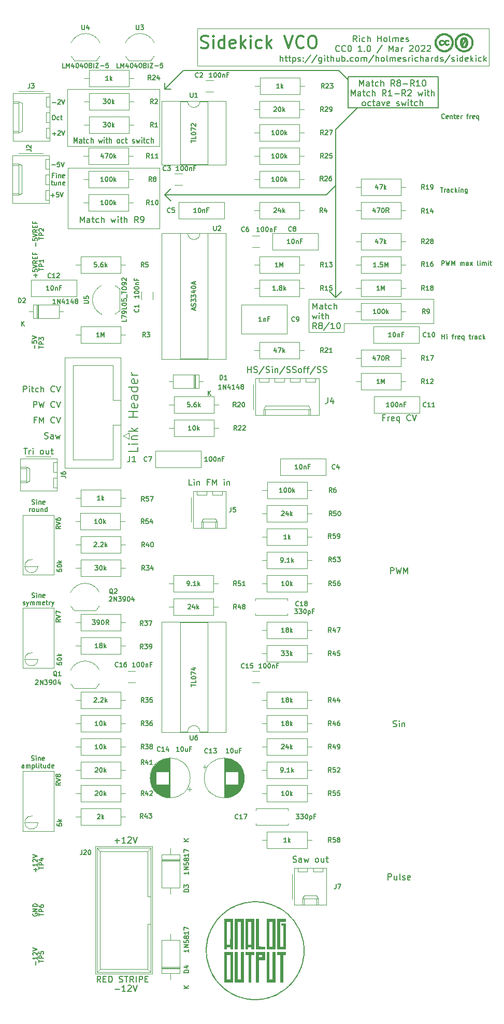
<source format=gto>
G04 #@! TF.GenerationSoftware,KiCad,Pcbnew,6.0.5-a6ca702e91~116~ubuntu20.04.1*
G04 #@! TF.CreationDate,2022-06-23T09:18:34-04:00*
G04 #@! TF.ProjectId,sidekickvco_b1,73696465-6b69-4636-9b76-636f5f62312e,rev?*
G04 #@! TF.SameCoordinates,Original*
G04 #@! TF.FileFunction,Legend,Top*
G04 #@! TF.FilePolarity,Positive*
%FSLAX46Y46*%
G04 Gerber Fmt 4.6, Leading zero omitted, Abs format (unit mm)*
G04 Created by KiCad (PCBNEW 6.0.5-a6ca702e91~116~ubuntu20.04.1) date 2022-06-23 09:18:34*
%MOMM*%
%LPD*%
G01*
G04 APERTURE LIST*
%ADD10C,0.200000*%
%ADD11C,0.120000*%
%ADD12C,0.150000*%
%ADD13C,0.300000*%
%ADD14C,0.010000*%
%ADD15C,0.100000*%
G04 APERTURE END LIST*
D10*
X138252000Y-26740000D02*
X163652000Y-26740000D01*
D11*
X119329000Y-42615000D02*
X134315000Y-42615000D01*
X134315000Y-42615000D02*
X134315000Y-52521000D01*
X134315000Y-52521000D02*
X119329000Y-52521000D01*
X119329000Y-52521000D02*
X119329000Y-42615000D01*
X164500000Y-69500000D02*
X164500000Y-68020500D01*
X140538000Y-19882000D02*
X188163000Y-19882000D01*
X188163000Y-19882000D02*
X188163000Y-25978000D01*
X188163000Y-25978000D02*
X140538000Y-25978000D01*
X140538000Y-25978000D02*
X140538000Y-19882000D01*
X119303600Y-29788000D02*
X134315000Y-29788000D01*
X134315000Y-29788000D02*
X134315000Y-39059000D01*
X134315000Y-39059000D02*
X119303600Y-39059000D01*
X119303600Y-39059000D02*
X119303600Y-29788000D01*
D10*
X135204000Y-28772000D02*
X135204000Y-29788000D01*
X163652000Y-26740000D02*
X165176000Y-28264000D01*
X135204000Y-47060000D02*
X161620000Y-47060000D01*
X163144000Y-63824000D02*
X163144000Y-36392000D01*
X162128000Y-62808000D02*
X163144000Y-63824000D01*
X135204000Y-47060000D02*
X136220000Y-48076000D01*
X136220000Y-46044000D02*
X135204000Y-47060000D01*
D11*
X158699000Y-64078000D02*
X158699000Y-69500000D01*
X164500000Y-68015000D02*
X179146000Y-68015000D01*
X179146000Y-68015000D02*
X179146000Y-64078000D01*
D10*
X161620000Y-47060000D02*
X163144000Y-45536000D01*
X135204000Y-29788000D02*
X136220000Y-29788000D01*
X163144000Y-36392000D02*
X166700000Y-32836000D01*
X138252000Y-26740000D02*
X135204000Y-29788000D01*
X165176000Y-27756000D02*
X179908000Y-27756000D01*
X179908000Y-27756000D02*
X179908000Y-32836000D01*
X179908000Y-32836000D02*
X165176000Y-32836000D01*
X165176000Y-32836000D02*
X165176000Y-27756000D01*
D11*
X179146000Y-64078000D02*
X158699000Y-64078000D01*
X158699000Y-69500000D02*
X164500000Y-69500000D01*
D10*
X164160000Y-62808000D02*
X163144000Y-63824000D01*
D12*
X115548214Y-86844761D02*
X115691071Y-86892380D01*
X115929166Y-86892380D01*
X116024404Y-86844761D01*
X116072023Y-86797142D01*
X116119642Y-86701904D01*
X116119642Y-86606666D01*
X116072023Y-86511428D01*
X116024404Y-86463809D01*
X115929166Y-86416190D01*
X115738690Y-86368571D01*
X115643452Y-86320952D01*
X115595833Y-86273333D01*
X115548214Y-86178095D01*
X115548214Y-86082857D01*
X115595833Y-85987619D01*
X115643452Y-85940000D01*
X115738690Y-85892380D01*
X115976785Y-85892380D01*
X116119642Y-85940000D01*
X116976785Y-86892380D02*
X116976785Y-86368571D01*
X116929166Y-86273333D01*
X116833928Y-86225714D01*
X116643452Y-86225714D01*
X116548214Y-86273333D01*
X116976785Y-86844761D02*
X116881547Y-86892380D01*
X116643452Y-86892380D01*
X116548214Y-86844761D01*
X116500595Y-86749523D01*
X116500595Y-86654285D01*
X116548214Y-86559047D01*
X116643452Y-86511428D01*
X116881547Y-86511428D01*
X116976785Y-86463809D01*
X117357738Y-86225714D02*
X117548214Y-86892380D01*
X117738690Y-86416190D01*
X117929166Y-86892380D01*
X118119642Y-86225714D01*
X114214880Y-83818571D02*
X113881547Y-83818571D01*
X113881547Y-84342380D02*
X113881547Y-83342380D01*
X114357738Y-83342380D01*
X114738690Y-84342380D02*
X114738690Y-83342380D01*
X115072023Y-84056666D01*
X115405357Y-83342380D01*
X115405357Y-84342380D01*
X117214880Y-84247142D02*
X117167261Y-84294761D01*
X117024404Y-84342380D01*
X116929166Y-84342380D01*
X116786309Y-84294761D01*
X116691071Y-84199523D01*
X116643452Y-84104285D01*
X116595833Y-83913809D01*
X116595833Y-83770952D01*
X116643452Y-83580476D01*
X116691071Y-83485238D01*
X116786309Y-83390000D01*
X116929166Y-83342380D01*
X117024404Y-83342380D01*
X117167261Y-83390000D01*
X117214880Y-83437619D01*
X117500595Y-83342380D02*
X117833928Y-84342380D01*
X118167261Y-83342380D01*
X113738690Y-81802380D02*
X113738690Y-80802380D01*
X114119642Y-80802380D01*
X114214880Y-80850000D01*
X114262500Y-80897619D01*
X114310119Y-80992857D01*
X114310119Y-81135714D01*
X114262500Y-81230952D01*
X114214880Y-81278571D01*
X114119642Y-81326190D01*
X113738690Y-81326190D01*
X114643452Y-80802380D02*
X114881547Y-81802380D01*
X115072023Y-81088095D01*
X115262500Y-81802380D01*
X115500595Y-80802380D01*
X117214880Y-81707142D02*
X117167261Y-81754761D01*
X117024404Y-81802380D01*
X116929166Y-81802380D01*
X116786309Y-81754761D01*
X116691071Y-81659523D01*
X116643452Y-81564285D01*
X116595833Y-81373809D01*
X116595833Y-81230952D01*
X116643452Y-81040476D01*
X116691071Y-80945238D01*
X116786309Y-80850000D01*
X116929166Y-80802380D01*
X117024404Y-80802380D01*
X117167261Y-80850000D01*
X117214880Y-80897619D01*
X117500595Y-80802380D02*
X117833928Y-81802380D01*
X118167261Y-80802380D01*
X112072023Y-79262380D02*
X112072023Y-78262380D01*
X112452976Y-78262380D01*
X112548214Y-78310000D01*
X112595833Y-78357619D01*
X112643452Y-78452857D01*
X112643452Y-78595714D01*
X112595833Y-78690952D01*
X112548214Y-78738571D01*
X112452976Y-78786190D01*
X112072023Y-78786190D01*
X113072023Y-79262380D02*
X113072023Y-78595714D01*
X113072023Y-78262380D02*
X113024404Y-78310000D01*
X113072023Y-78357619D01*
X113119642Y-78310000D01*
X113072023Y-78262380D01*
X113072023Y-78357619D01*
X113405357Y-78595714D02*
X113786309Y-78595714D01*
X113548214Y-78262380D02*
X113548214Y-79119523D01*
X113595833Y-79214761D01*
X113691071Y-79262380D01*
X113786309Y-79262380D01*
X114548214Y-79214761D02*
X114452976Y-79262380D01*
X114262500Y-79262380D01*
X114167261Y-79214761D01*
X114119642Y-79167142D01*
X114072023Y-79071904D01*
X114072023Y-78786190D01*
X114119642Y-78690952D01*
X114167261Y-78643333D01*
X114262500Y-78595714D01*
X114452976Y-78595714D01*
X114548214Y-78643333D01*
X114976785Y-79262380D02*
X114976785Y-78262380D01*
X115405357Y-79262380D02*
X115405357Y-78738571D01*
X115357738Y-78643333D01*
X115262500Y-78595714D01*
X115119642Y-78595714D01*
X115024404Y-78643333D01*
X114976785Y-78690952D01*
X117214880Y-79167142D02*
X117167261Y-79214761D01*
X117024404Y-79262380D01*
X116929166Y-79262380D01*
X116786309Y-79214761D01*
X116691071Y-79119523D01*
X116643452Y-79024285D01*
X116595833Y-78833809D01*
X116595833Y-78690952D01*
X116643452Y-78500476D01*
X116691071Y-78405238D01*
X116786309Y-78310000D01*
X116929166Y-78262380D01*
X117024404Y-78262380D01*
X117167261Y-78310000D01*
X117214880Y-78357619D01*
X117500595Y-78262380D02*
X117833928Y-79262380D01*
X118167261Y-78262380D01*
X166581476Y-22026380D02*
X166248142Y-21550190D01*
X166010047Y-22026380D02*
X166010047Y-21026380D01*
X166391000Y-21026380D01*
X166486238Y-21074000D01*
X166533857Y-21121619D01*
X166581476Y-21216857D01*
X166581476Y-21359714D01*
X166533857Y-21454952D01*
X166486238Y-21502571D01*
X166391000Y-21550190D01*
X166010047Y-21550190D01*
X167010047Y-22026380D02*
X167010047Y-21359714D01*
X167010047Y-21026380D02*
X166962428Y-21074000D01*
X167010047Y-21121619D01*
X167057666Y-21074000D01*
X167010047Y-21026380D01*
X167010047Y-21121619D01*
X167914809Y-21978761D02*
X167819571Y-22026380D01*
X167629095Y-22026380D01*
X167533857Y-21978761D01*
X167486238Y-21931142D01*
X167438619Y-21835904D01*
X167438619Y-21550190D01*
X167486238Y-21454952D01*
X167533857Y-21407333D01*
X167629095Y-21359714D01*
X167819571Y-21359714D01*
X167914809Y-21407333D01*
X168343380Y-22026380D02*
X168343380Y-21026380D01*
X168771952Y-22026380D02*
X168771952Y-21502571D01*
X168724333Y-21407333D01*
X168629095Y-21359714D01*
X168486238Y-21359714D01*
X168391000Y-21407333D01*
X168343380Y-21454952D01*
X170010047Y-22026380D02*
X170010047Y-21026380D01*
X170010047Y-21502571D02*
X170581476Y-21502571D01*
X170581476Y-22026380D02*
X170581476Y-21026380D01*
X171200523Y-22026380D02*
X171105285Y-21978761D01*
X171057666Y-21931142D01*
X171010047Y-21835904D01*
X171010047Y-21550190D01*
X171057666Y-21454952D01*
X171105285Y-21407333D01*
X171200523Y-21359714D01*
X171343380Y-21359714D01*
X171438619Y-21407333D01*
X171486238Y-21454952D01*
X171533857Y-21550190D01*
X171533857Y-21835904D01*
X171486238Y-21931142D01*
X171438619Y-21978761D01*
X171343380Y-22026380D01*
X171200523Y-22026380D01*
X172105285Y-22026380D02*
X172010047Y-21978761D01*
X171962428Y-21883523D01*
X171962428Y-21026380D01*
X172486238Y-22026380D02*
X172486238Y-21359714D01*
X172486238Y-21454952D02*
X172533857Y-21407333D01*
X172629095Y-21359714D01*
X172771952Y-21359714D01*
X172867190Y-21407333D01*
X172914809Y-21502571D01*
X172914809Y-22026380D01*
X172914809Y-21502571D02*
X172962428Y-21407333D01*
X173057666Y-21359714D01*
X173200523Y-21359714D01*
X173295761Y-21407333D01*
X173343380Y-21502571D01*
X173343380Y-22026380D01*
X174200523Y-21978761D02*
X174105285Y-22026380D01*
X173914809Y-22026380D01*
X173819571Y-21978761D01*
X173771952Y-21883523D01*
X173771952Y-21502571D01*
X173819571Y-21407333D01*
X173914809Y-21359714D01*
X174105285Y-21359714D01*
X174200523Y-21407333D01*
X174248142Y-21502571D01*
X174248142Y-21597809D01*
X173771952Y-21693047D01*
X174629095Y-21978761D02*
X174724333Y-22026380D01*
X174914809Y-22026380D01*
X175010047Y-21978761D01*
X175057666Y-21883523D01*
X175057666Y-21835904D01*
X175010047Y-21740666D01*
X174914809Y-21693047D01*
X174771952Y-21693047D01*
X174676714Y-21645428D01*
X174629095Y-21550190D01*
X174629095Y-21502571D01*
X174676714Y-21407333D01*
X174771952Y-21359714D01*
X174914809Y-21359714D01*
X175010047Y-21407333D01*
X163748142Y-23541142D02*
X163700523Y-23588761D01*
X163557666Y-23636380D01*
X163462428Y-23636380D01*
X163319571Y-23588761D01*
X163224333Y-23493523D01*
X163176714Y-23398285D01*
X163129095Y-23207809D01*
X163129095Y-23064952D01*
X163176714Y-22874476D01*
X163224333Y-22779238D01*
X163319571Y-22684000D01*
X163462428Y-22636380D01*
X163557666Y-22636380D01*
X163700523Y-22684000D01*
X163748142Y-22731619D01*
X164748142Y-23541142D02*
X164700523Y-23588761D01*
X164557666Y-23636380D01*
X164462428Y-23636380D01*
X164319571Y-23588761D01*
X164224333Y-23493523D01*
X164176714Y-23398285D01*
X164129095Y-23207809D01*
X164129095Y-23064952D01*
X164176714Y-22874476D01*
X164224333Y-22779238D01*
X164319571Y-22684000D01*
X164462428Y-22636380D01*
X164557666Y-22636380D01*
X164700523Y-22684000D01*
X164748142Y-22731619D01*
X165367190Y-22636380D02*
X165462428Y-22636380D01*
X165557666Y-22684000D01*
X165605285Y-22731619D01*
X165652904Y-22826857D01*
X165700523Y-23017333D01*
X165700523Y-23255428D01*
X165652904Y-23445904D01*
X165605285Y-23541142D01*
X165557666Y-23588761D01*
X165462428Y-23636380D01*
X165367190Y-23636380D01*
X165271952Y-23588761D01*
X165224333Y-23541142D01*
X165176714Y-23445904D01*
X165129095Y-23255428D01*
X165129095Y-23017333D01*
X165176714Y-22826857D01*
X165224333Y-22731619D01*
X165271952Y-22684000D01*
X165367190Y-22636380D01*
X167414809Y-23636380D02*
X166843380Y-23636380D01*
X167129095Y-23636380D02*
X167129095Y-22636380D01*
X167033857Y-22779238D01*
X166938619Y-22874476D01*
X166843380Y-22922095D01*
X167843380Y-23541142D02*
X167891000Y-23588761D01*
X167843380Y-23636380D01*
X167795761Y-23588761D01*
X167843380Y-23541142D01*
X167843380Y-23636380D01*
X168510047Y-22636380D02*
X168605285Y-22636380D01*
X168700523Y-22684000D01*
X168748142Y-22731619D01*
X168795761Y-22826857D01*
X168843380Y-23017333D01*
X168843380Y-23255428D01*
X168795761Y-23445904D01*
X168748142Y-23541142D01*
X168700523Y-23588761D01*
X168605285Y-23636380D01*
X168510047Y-23636380D01*
X168414809Y-23588761D01*
X168367190Y-23541142D01*
X168319571Y-23445904D01*
X168271952Y-23255428D01*
X168271952Y-23017333D01*
X168319571Y-22826857D01*
X168367190Y-22731619D01*
X168414809Y-22684000D01*
X168510047Y-22636380D01*
X170748142Y-22588761D02*
X169891000Y-23874476D01*
X171843380Y-23636380D02*
X171843380Y-22636380D01*
X172176714Y-23350666D01*
X172510047Y-22636380D01*
X172510047Y-23636380D01*
X173414809Y-23636380D02*
X173414809Y-23112571D01*
X173367190Y-23017333D01*
X173271952Y-22969714D01*
X173081476Y-22969714D01*
X172986238Y-23017333D01*
X173414809Y-23588761D02*
X173319571Y-23636380D01*
X173081476Y-23636380D01*
X172986238Y-23588761D01*
X172938619Y-23493523D01*
X172938619Y-23398285D01*
X172986238Y-23303047D01*
X173081476Y-23255428D01*
X173319571Y-23255428D01*
X173414809Y-23207809D01*
X173891000Y-23636380D02*
X173891000Y-22969714D01*
X173891000Y-23160190D02*
X173938619Y-23064952D01*
X173986238Y-23017333D01*
X174081476Y-22969714D01*
X174176714Y-22969714D01*
X175224333Y-22731619D02*
X175271952Y-22684000D01*
X175367190Y-22636380D01*
X175605285Y-22636380D01*
X175700523Y-22684000D01*
X175748142Y-22731619D01*
X175795761Y-22826857D01*
X175795761Y-22922095D01*
X175748142Y-23064952D01*
X175176714Y-23636380D01*
X175795761Y-23636380D01*
X176414809Y-22636380D02*
X176510047Y-22636380D01*
X176605285Y-22684000D01*
X176652904Y-22731619D01*
X176700523Y-22826857D01*
X176748142Y-23017333D01*
X176748142Y-23255428D01*
X176700523Y-23445904D01*
X176652904Y-23541142D01*
X176605285Y-23588761D01*
X176510047Y-23636380D01*
X176414809Y-23636380D01*
X176319571Y-23588761D01*
X176271952Y-23541142D01*
X176224333Y-23445904D01*
X176176714Y-23255428D01*
X176176714Y-23017333D01*
X176224333Y-22826857D01*
X176271952Y-22731619D01*
X176319571Y-22684000D01*
X176414809Y-22636380D01*
X177129095Y-22731619D02*
X177176714Y-22684000D01*
X177271952Y-22636380D01*
X177510047Y-22636380D01*
X177605285Y-22684000D01*
X177652904Y-22731619D01*
X177700523Y-22826857D01*
X177700523Y-22922095D01*
X177652904Y-23064952D01*
X177081476Y-23636380D01*
X177700523Y-23636380D01*
X178081476Y-22731619D02*
X178129095Y-22684000D01*
X178224333Y-22636380D01*
X178462428Y-22636380D01*
X178557666Y-22684000D01*
X178605285Y-22731619D01*
X178652904Y-22826857D01*
X178652904Y-22922095D01*
X178605285Y-23064952D01*
X178033857Y-23636380D01*
X178652904Y-23636380D01*
X154081476Y-25246380D02*
X154081476Y-24246380D01*
X154510047Y-25246380D02*
X154510047Y-24722571D01*
X154462428Y-24627333D01*
X154367190Y-24579714D01*
X154224333Y-24579714D01*
X154129095Y-24627333D01*
X154081476Y-24674952D01*
X154843380Y-24579714D02*
X155224333Y-24579714D01*
X154986238Y-24246380D02*
X154986238Y-25103523D01*
X155033857Y-25198761D01*
X155129095Y-25246380D01*
X155224333Y-25246380D01*
X155414809Y-24579714D02*
X155795761Y-24579714D01*
X155557666Y-24246380D02*
X155557666Y-25103523D01*
X155605285Y-25198761D01*
X155700523Y-25246380D01*
X155795761Y-25246380D01*
X156129095Y-24579714D02*
X156129095Y-25579714D01*
X156129095Y-24627333D02*
X156224333Y-24579714D01*
X156414809Y-24579714D01*
X156510047Y-24627333D01*
X156557666Y-24674952D01*
X156605285Y-24770190D01*
X156605285Y-25055904D01*
X156557666Y-25151142D01*
X156510047Y-25198761D01*
X156414809Y-25246380D01*
X156224333Y-25246380D01*
X156129095Y-25198761D01*
X156986238Y-25198761D02*
X157081476Y-25246380D01*
X157271952Y-25246380D01*
X157367190Y-25198761D01*
X157414809Y-25103523D01*
X157414809Y-25055904D01*
X157367190Y-24960666D01*
X157271952Y-24913047D01*
X157129095Y-24913047D01*
X157033857Y-24865428D01*
X156986238Y-24770190D01*
X156986238Y-24722571D01*
X157033857Y-24627333D01*
X157129095Y-24579714D01*
X157271952Y-24579714D01*
X157367190Y-24627333D01*
X157843380Y-25151142D02*
X157891000Y-25198761D01*
X157843380Y-25246380D01*
X157795761Y-25198761D01*
X157843380Y-25151142D01*
X157843380Y-25246380D01*
X157843380Y-24627333D02*
X157891000Y-24674952D01*
X157843380Y-24722571D01*
X157795761Y-24674952D01*
X157843380Y-24627333D01*
X157843380Y-24722571D01*
X159033857Y-24198761D02*
X158176714Y-25484476D01*
X160081476Y-24198761D02*
X159224333Y-25484476D01*
X160843380Y-24579714D02*
X160843380Y-25389238D01*
X160795761Y-25484476D01*
X160748142Y-25532095D01*
X160652904Y-25579714D01*
X160510047Y-25579714D01*
X160414809Y-25532095D01*
X160843380Y-25198761D02*
X160748142Y-25246380D01*
X160557666Y-25246380D01*
X160462428Y-25198761D01*
X160414809Y-25151142D01*
X160367190Y-25055904D01*
X160367190Y-24770190D01*
X160414809Y-24674952D01*
X160462428Y-24627333D01*
X160557666Y-24579714D01*
X160748142Y-24579714D01*
X160843380Y-24627333D01*
X161319571Y-25246380D02*
X161319571Y-24579714D01*
X161319571Y-24246380D02*
X161271952Y-24294000D01*
X161319571Y-24341619D01*
X161367190Y-24294000D01*
X161319571Y-24246380D01*
X161319571Y-24341619D01*
X161652904Y-24579714D02*
X162033857Y-24579714D01*
X161795761Y-24246380D02*
X161795761Y-25103523D01*
X161843380Y-25198761D01*
X161938619Y-25246380D01*
X162033857Y-25246380D01*
X162367190Y-25246380D02*
X162367190Y-24246380D01*
X162795761Y-25246380D02*
X162795761Y-24722571D01*
X162748142Y-24627333D01*
X162652904Y-24579714D01*
X162510047Y-24579714D01*
X162414809Y-24627333D01*
X162367190Y-24674952D01*
X163700523Y-24579714D02*
X163700523Y-25246380D01*
X163271952Y-24579714D02*
X163271952Y-25103523D01*
X163319571Y-25198761D01*
X163414809Y-25246380D01*
X163557666Y-25246380D01*
X163652904Y-25198761D01*
X163700523Y-25151142D01*
X164176714Y-25246380D02*
X164176714Y-24246380D01*
X164176714Y-24627333D02*
X164271952Y-24579714D01*
X164462428Y-24579714D01*
X164557666Y-24627333D01*
X164605285Y-24674952D01*
X164652904Y-24770190D01*
X164652904Y-25055904D01*
X164605285Y-25151142D01*
X164557666Y-25198761D01*
X164462428Y-25246380D01*
X164271952Y-25246380D01*
X164176714Y-25198761D01*
X165081476Y-25151142D02*
X165129095Y-25198761D01*
X165081476Y-25246380D01*
X165033857Y-25198761D01*
X165081476Y-25151142D01*
X165081476Y-25246380D01*
X165986238Y-25198761D02*
X165891000Y-25246380D01*
X165700523Y-25246380D01*
X165605285Y-25198761D01*
X165557666Y-25151142D01*
X165510047Y-25055904D01*
X165510047Y-24770190D01*
X165557666Y-24674952D01*
X165605285Y-24627333D01*
X165700523Y-24579714D01*
X165891000Y-24579714D01*
X165986238Y-24627333D01*
X166557666Y-25246380D02*
X166462428Y-25198761D01*
X166414809Y-25151142D01*
X166367190Y-25055904D01*
X166367190Y-24770190D01*
X166414809Y-24674952D01*
X166462428Y-24627333D01*
X166557666Y-24579714D01*
X166700523Y-24579714D01*
X166795761Y-24627333D01*
X166843380Y-24674952D01*
X166891000Y-24770190D01*
X166891000Y-25055904D01*
X166843380Y-25151142D01*
X166795761Y-25198761D01*
X166700523Y-25246380D01*
X166557666Y-25246380D01*
X167319571Y-25246380D02*
X167319571Y-24579714D01*
X167319571Y-24674952D02*
X167367190Y-24627333D01*
X167462428Y-24579714D01*
X167605285Y-24579714D01*
X167700523Y-24627333D01*
X167748142Y-24722571D01*
X167748142Y-25246380D01*
X167748142Y-24722571D02*
X167795761Y-24627333D01*
X167891000Y-24579714D01*
X168033857Y-24579714D01*
X168129095Y-24627333D01*
X168176714Y-24722571D01*
X168176714Y-25246380D01*
X169367190Y-24198761D02*
X168510047Y-25484476D01*
X169700523Y-25246380D02*
X169700523Y-24246380D01*
X170129095Y-25246380D02*
X170129095Y-24722571D01*
X170081476Y-24627333D01*
X169986238Y-24579714D01*
X169843380Y-24579714D01*
X169748142Y-24627333D01*
X169700523Y-24674952D01*
X170748142Y-25246380D02*
X170652904Y-25198761D01*
X170605285Y-25151142D01*
X170557666Y-25055904D01*
X170557666Y-24770190D01*
X170605285Y-24674952D01*
X170652904Y-24627333D01*
X170748142Y-24579714D01*
X170891000Y-24579714D01*
X170986238Y-24627333D01*
X171033857Y-24674952D01*
X171081476Y-24770190D01*
X171081476Y-25055904D01*
X171033857Y-25151142D01*
X170986238Y-25198761D01*
X170891000Y-25246380D01*
X170748142Y-25246380D01*
X171652904Y-25246380D02*
X171557666Y-25198761D01*
X171510047Y-25103523D01*
X171510047Y-24246380D01*
X172033857Y-25246380D02*
X172033857Y-24579714D01*
X172033857Y-24674952D02*
X172081476Y-24627333D01*
X172176714Y-24579714D01*
X172319571Y-24579714D01*
X172414809Y-24627333D01*
X172462428Y-24722571D01*
X172462428Y-25246380D01*
X172462428Y-24722571D02*
X172510047Y-24627333D01*
X172605285Y-24579714D01*
X172748142Y-24579714D01*
X172843380Y-24627333D01*
X172891000Y-24722571D01*
X172891000Y-25246380D01*
X173748142Y-25198761D02*
X173652904Y-25246380D01*
X173462428Y-25246380D01*
X173367190Y-25198761D01*
X173319571Y-25103523D01*
X173319571Y-24722571D01*
X173367190Y-24627333D01*
X173462428Y-24579714D01*
X173652904Y-24579714D01*
X173748142Y-24627333D01*
X173795761Y-24722571D01*
X173795761Y-24817809D01*
X173319571Y-24913047D01*
X174176714Y-25198761D02*
X174271952Y-25246380D01*
X174462428Y-25246380D01*
X174557666Y-25198761D01*
X174605285Y-25103523D01*
X174605285Y-25055904D01*
X174557666Y-24960666D01*
X174462428Y-24913047D01*
X174319571Y-24913047D01*
X174224333Y-24865428D01*
X174176714Y-24770190D01*
X174176714Y-24722571D01*
X174224333Y-24627333D01*
X174319571Y-24579714D01*
X174462428Y-24579714D01*
X174557666Y-24627333D01*
X175033857Y-25246380D02*
X175033857Y-24579714D01*
X175033857Y-24770190D02*
X175081476Y-24674952D01*
X175129095Y-24627333D01*
X175224333Y-24579714D01*
X175319571Y-24579714D01*
X175652904Y-25246380D02*
X175652904Y-24579714D01*
X175652904Y-24246380D02*
X175605285Y-24294000D01*
X175652904Y-24341619D01*
X175700523Y-24294000D01*
X175652904Y-24246380D01*
X175652904Y-24341619D01*
X176557666Y-25198761D02*
X176462428Y-25246380D01*
X176271952Y-25246380D01*
X176176714Y-25198761D01*
X176129095Y-25151142D01*
X176081476Y-25055904D01*
X176081476Y-24770190D01*
X176129095Y-24674952D01*
X176176714Y-24627333D01*
X176271952Y-24579714D01*
X176462428Y-24579714D01*
X176557666Y-24627333D01*
X176986238Y-25246380D02*
X176986238Y-24246380D01*
X177414809Y-25246380D02*
X177414809Y-24722571D01*
X177367190Y-24627333D01*
X177271952Y-24579714D01*
X177129095Y-24579714D01*
X177033857Y-24627333D01*
X176986238Y-24674952D01*
X178319571Y-25246380D02*
X178319571Y-24722571D01*
X178271952Y-24627333D01*
X178176714Y-24579714D01*
X177986238Y-24579714D01*
X177891000Y-24627333D01*
X178319571Y-25198761D02*
X178224333Y-25246380D01*
X177986238Y-25246380D01*
X177891000Y-25198761D01*
X177843380Y-25103523D01*
X177843380Y-25008285D01*
X177891000Y-24913047D01*
X177986238Y-24865428D01*
X178224333Y-24865428D01*
X178319571Y-24817809D01*
X178795761Y-25246380D02*
X178795761Y-24579714D01*
X178795761Y-24770190D02*
X178843380Y-24674952D01*
X178891000Y-24627333D01*
X178986238Y-24579714D01*
X179081476Y-24579714D01*
X179843380Y-25246380D02*
X179843380Y-24246380D01*
X179843380Y-25198761D02*
X179748142Y-25246380D01*
X179557666Y-25246380D01*
X179462428Y-25198761D01*
X179414809Y-25151142D01*
X179367190Y-25055904D01*
X179367190Y-24770190D01*
X179414809Y-24674952D01*
X179462428Y-24627333D01*
X179557666Y-24579714D01*
X179748142Y-24579714D01*
X179843380Y-24627333D01*
X180271952Y-25198761D02*
X180367190Y-25246380D01*
X180557666Y-25246380D01*
X180652904Y-25198761D01*
X180700523Y-25103523D01*
X180700523Y-25055904D01*
X180652904Y-24960666D01*
X180557666Y-24913047D01*
X180414809Y-24913047D01*
X180319571Y-24865428D01*
X180271952Y-24770190D01*
X180271952Y-24722571D01*
X180319571Y-24627333D01*
X180414809Y-24579714D01*
X180557666Y-24579714D01*
X180652904Y-24627333D01*
X181843380Y-24198761D02*
X180986238Y-25484476D01*
X182129095Y-25198761D02*
X182224333Y-25246380D01*
X182414809Y-25246380D01*
X182510047Y-25198761D01*
X182557666Y-25103523D01*
X182557666Y-25055904D01*
X182510047Y-24960666D01*
X182414809Y-24913047D01*
X182271952Y-24913047D01*
X182176714Y-24865428D01*
X182129095Y-24770190D01*
X182129095Y-24722571D01*
X182176714Y-24627333D01*
X182271952Y-24579714D01*
X182414809Y-24579714D01*
X182510047Y-24627333D01*
X182986238Y-25246380D02*
X182986238Y-24579714D01*
X182986238Y-24246380D02*
X182938619Y-24294000D01*
X182986238Y-24341619D01*
X183033857Y-24294000D01*
X182986238Y-24246380D01*
X182986238Y-24341619D01*
X183891000Y-25246380D02*
X183891000Y-24246380D01*
X183891000Y-25198761D02*
X183795761Y-25246380D01*
X183605285Y-25246380D01*
X183510047Y-25198761D01*
X183462428Y-25151142D01*
X183414809Y-25055904D01*
X183414809Y-24770190D01*
X183462428Y-24674952D01*
X183510047Y-24627333D01*
X183605285Y-24579714D01*
X183795761Y-24579714D01*
X183891000Y-24627333D01*
X184748142Y-25198761D02*
X184652904Y-25246380D01*
X184462428Y-25246380D01*
X184367190Y-25198761D01*
X184319571Y-25103523D01*
X184319571Y-24722571D01*
X184367190Y-24627333D01*
X184462428Y-24579714D01*
X184652904Y-24579714D01*
X184748142Y-24627333D01*
X184795761Y-24722571D01*
X184795761Y-24817809D01*
X184319571Y-24913047D01*
X185224333Y-25246380D02*
X185224333Y-24246380D01*
X185319571Y-24865428D02*
X185605285Y-25246380D01*
X185605285Y-24579714D02*
X185224333Y-24960666D01*
X186033857Y-25246380D02*
X186033857Y-24579714D01*
X186033857Y-24246380D02*
X185986238Y-24294000D01*
X186033857Y-24341619D01*
X186081476Y-24294000D01*
X186033857Y-24246380D01*
X186033857Y-24341619D01*
X186938619Y-25198761D02*
X186843380Y-25246380D01*
X186652904Y-25246380D01*
X186557666Y-25198761D01*
X186510047Y-25151142D01*
X186462428Y-25055904D01*
X186462428Y-24770190D01*
X186510047Y-24674952D01*
X186557666Y-24627333D01*
X186652904Y-24579714D01*
X186843380Y-24579714D01*
X186938619Y-24627333D01*
X187367190Y-25246380D02*
X187367190Y-24246380D01*
X187462428Y-24865428D02*
X187748142Y-25246380D01*
X187748142Y-24579714D02*
X187367190Y-24960666D01*
D13*
X141142428Y-22977523D02*
X141428142Y-23072761D01*
X141904333Y-23072761D01*
X142094809Y-22977523D01*
X142190047Y-22882285D01*
X142285285Y-22691809D01*
X142285285Y-22501333D01*
X142190047Y-22310857D01*
X142094809Y-22215619D01*
X141904333Y-22120380D01*
X141523380Y-22025142D01*
X141332904Y-21929904D01*
X141237666Y-21834666D01*
X141142428Y-21644190D01*
X141142428Y-21453714D01*
X141237666Y-21263238D01*
X141332904Y-21168000D01*
X141523380Y-21072761D01*
X141999571Y-21072761D01*
X142285285Y-21168000D01*
X143142428Y-23072761D02*
X143142428Y-21739428D01*
X143142428Y-21072761D02*
X143047190Y-21168000D01*
X143142428Y-21263238D01*
X143237666Y-21168000D01*
X143142428Y-21072761D01*
X143142428Y-21263238D01*
X144951952Y-23072761D02*
X144951952Y-21072761D01*
X144951952Y-22977523D02*
X144761476Y-23072761D01*
X144380523Y-23072761D01*
X144190047Y-22977523D01*
X144094809Y-22882285D01*
X143999571Y-22691809D01*
X143999571Y-22120380D01*
X144094809Y-21929904D01*
X144190047Y-21834666D01*
X144380523Y-21739428D01*
X144761476Y-21739428D01*
X144951952Y-21834666D01*
X146666238Y-22977523D02*
X146475761Y-23072761D01*
X146094809Y-23072761D01*
X145904333Y-22977523D01*
X145809095Y-22787047D01*
X145809095Y-22025142D01*
X145904333Y-21834666D01*
X146094809Y-21739428D01*
X146475761Y-21739428D01*
X146666238Y-21834666D01*
X146761476Y-22025142D01*
X146761476Y-22215619D01*
X145809095Y-22406095D01*
X147618619Y-23072761D02*
X147618619Y-21072761D01*
X147809095Y-22310857D02*
X148380523Y-23072761D01*
X148380523Y-21739428D02*
X147618619Y-22501333D01*
X149237666Y-23072761D02*
X149237666Y-21739428D01*
X149237666Y-21072761D02*
X149142428Y-21168000D01*
X149237666Y-21263238D01*
X149332904Y-21168000D01*
X149237666Y-21072761D01*
X149237666Y-21263238D01*
X151047190Y-22977523D02*
X150856714Y-23072761D01*
X150475761Y-23072761D01*
X150285285Y-22977523D01*
X150190047Y-22882285D01*
X150094809Y-22691809D01*
X150094809Y-22120380D01*
X150190047Y-21929904D01*
X150285285Y-21834666D01*
X150475761Y-21739428D01*
X150856714Y-21739428D01*
X151047190Y-21834666D01*
X151904333Y-23072761D02*
X151904333Y-21072761D01*
X152094809Y-22310857D02*
X152666238Y-23072761D01*
X152666238Y-21739428D02*
X151904333Y-22501333D01*
X154761476Y-21072761D02*
X155428142Y-23072761D01*
X156094809Y-21072761D01*
X157904333Y-22882285D02*
X157809095Y-22977523D01*
X157523380Y-23072761D01*
X157332904Y-23072761D01*
X157047190Y-22977523D01*
X156856714Y-22787047D01*
X156761476Y-22596571D01*
X156666238Y-22215619D01*
X156666238Y-21929904D01*
X156761476Y-21548952D01*
X156856714Y-21358476D01*
X157047190Y-21168000D01*
X157332904Y-21072761D01*
X157523380Y-21072761D01*
X157809095Y-21168000D01*
X157904333Y-21263238D01*
X159142428Y-21072761D02*
X159523380Y-21072761D01*
X159713857Y-21168000D01*
X159904333Y-21358476D01*
X159999571Y-21739428D01*
X159999571Y-22406095D01*
X159904333Y-22787047D01*
X159713857Y-22977523D01*
X159523380Y-23072761D01*
X159142428Y-23072761D01*
X158951952Y-22977523D01*
X158761476Y-22787047D01*
X158666238Y-22406095D01*
X158666238Y-21739428D01*
X158761476Y-21358476D01*
X158951952Y-21168000D01*
X159142428Y-21072761D01*
D12*
X172523809Y-133904761D02*
X172666666Y-133952380D01*
X172904761Y-133952380D01*
X173000000Y-133904761D01*
X173047619Y-133857142D01*
X173095238Y-133761904D01*
X173095238Y-133666666D01*
X173047619Y-133571428D01*
X173000000Y-133523809D01*
X172904761Y-133476190D01*
X172714285Y-133428571D01*
X172619047Y-133380952D01*
X172571428Y-133333333D01*
X172523809Y-133238095D01*
X172523809Y-133142857D01*
X172571428Y-133047619D01*
X172619047Y-133000000D01*
X172714285Y-132952380D01*
X172952380Y-132952380D01*
X173095238Y-133000000D01*
X173523809Y-133952380D02*
X173523809Y-133285714D01*
X173523809Y-132952380D02*
X173476190Y-133000000D01*
X173523809Y-133047619D01*
X173571428Y-133000000D01*
X173523809Y-132952380D01*
X173523809Y-133047619D01*
X174000000Y-133285714D02*
X174000000Y-133952380D01*
X174000000Y-133380952D02*
X174047619Y-133333333D01*
X174142857Y-133285714D01*
X174285714Y-133285714D01*
X174380952Y-133333333D01*
X174428571Y-133428571D01*
X174428571Y-133952380D01*
X156146666Y-156049761D02*
X156289523Y-156097380D01*
X156527619Y-156097380D01*
X156622857Y-156049761D01*
X156670476Y-156002142D01*
X156718095Y-155906904D01*
X156718095Y-155811666D01*
X156670476Y-155716428D01*
X156622857Y-155668809D01*
X156527619Y-155621190D01*
X156337142Y-155573571D01*
X156241904Y-155525952D01*
X156194285Y-155478333D01*
X156146666Y-155383095D01*
X156146666Y-155287857D01*
X156194285Y-155192619D01*
X156241904Y-155145000D01*
X156337142Y-155097380D01*
X156575238Y-155097380D01*
X156718095Y-155145000D01*
X157575238Y-156097380D02*
X157575238Y-155573571D01*
X157527619Y-155478333D01*
X157432380Y-155430714D01*
X157241904Y-155430714D01*
X157146666Y-155478333D01*
X157575238Y-156049761D02*
X157480000Y-156097380D01*
X157241904Y-156097380D01*
X157146666Y-156049761D01*
X157099047Y-155954523D01*
X157099047Y-155859285D01*
X157146666Y-155764047D01*
X157241904Y-155716428D01*
X157480000Y-155716428D01*
X157575238Y-155668809D01*
X157956190Y-155430714D02*
X158146666Y-156097380D01*
X158337142Y-155621190D01*
X158527619Y-156097380D01*
X158718095Y-155430714D01*
X160003809Y-156097380D02*
X159908571Y-156049761D01*
X159860952Y-156002142D01*
X159813333Y-155906904D01*
X159813333Y-155621190D01*
X159860952Y-155525952D01*
X159908571Y-155478333D01*
X160003809Y-155430714D01*
X160146666Y-155430714D01*
X160241904Y-155478333D01*
X160289523Y-155525952D01*
X160337142Y-155621190D01*
X160337142Y-155906904D01*
X160289523Y-156002142D01*
X160241904Y-156049761D01*
X160146666Y-156097380D01*
X160003809Y-156097380D01*
X161194285Y-155430714D02*
X161194285Y-156097380D01*
X160765714Y-155430714D02*
X160765714Y-155954523D01*
X160813333Y-156049761D01*
X160908571Y-156097380D01*
X161051428Y-156097380D01*
X161146666Y-156049761D01*
X161194285Y-156002142D01*
X161527619Y-155430714D02*
X161908571Y-155430714D01*
X161670476Y-155097380D02*
X161670476Y-155954523D01*
X161718095Y-156049761D01*
X161813333Y-156097380D01*
X161908571Y-156097380D01*
X180464285Y-58589285D02*
X180464285Y-57839285D01*
X180750000Y-57839285D01*
X180821428Y-57875000D01*
X180857142Y-57910714D01*
X180892857Y-57982142D01*
X180892857Y-58089285D01*
X180857142Y-58160714D01*
X180821428Y-58196428D01*
X180750000Y-58232142D01*
X180464285Y-58232142D01*
X181142857Y-57839285D02*
X181321428Y-58589285D01*
X181464285Y-58053571D01*
X181607142Y-58589285D01*
X181785714Y-57839285D01*
X182071428Y-58589285D02*
X182071428Y-57839285D01*
X182321428Y-58375000D01*
X182571428Y-57839285D01*
X182571428Y-58589285D01*
X183500000Y-58589285D02*
X183500000Y-58089285D01*
X183500000Y-58160714D02*
X183535714Y-58125000D01*
X183607142Y-58089285D01*
X183714285Y-58089285D01*
X183785714Y-58125000D01*
X183821428Y-58196428D01*
X183821428Y-58589285D01*
X183821428Y-58196428D02*
X183857142Y-58125000D01*
X183928571Y-58089285D01*
X184035714Y-58089285D01*
X184107142Y-58125000D01*
X184142857Y-58196428D01*
X184142857Y-58589285D01*
X184821428Y-58589285D02*
X184821428Y-58196428D01*
X184785714Y-58125000D01*
X184714285Y-58089285D01*
X184571428Y-58089285D01*
X184500000Y-58125000D01*
X184821428Y-58553571D02*
X184750000Y-58589285D01*
X184571428Y-58589285D01*
X184500000Y-58553571D01*
X184464285Y-58482142D01*
X184464285Y-58410714D01*
X184500000Y-58339285D01*
X184571428Y-58303571D01*
X184750000Y-58303571D01*
X184821428Y-58267857D01*
X185107142Y-58589285D02*
X185500000Y-58089285D01*
X185107142Y-58089285D02*
X185500000Y-58589285D01*
X186464285Y-58589285D02*
X186392857Y-58553571D01*
X186357142Y-58482142D01*
X186357142Y-57839285D01*
X186750000Y-58589285D02*
X186750000Y-58089285D01*
X186750000Y-57839285D02*
X186714285Y-57875000D01*
X186750000Y-57910714D01*
X186785714Y-57875000D01*
X186750000Y-57839285D01*
X186750000Y-57910714D01*
X187107142Y-58589285D02*
X187107142Y-58089285D01*
X187107142Y-58160714D02*
X187142857Y-58125000D01*
X187214285Y-58089285D01*
X187321428Y-58089285D01*
X187392857Y-58125000D01*
X187428571Y-58196428D01*
X187428571Y-58589285D01*
X187428571Y-58196428D02*
X187464285Y-58125000D01*
X187535714Y-58089285D01*
X187642857Y-58089285D01*
X187714285Y-58125000D01*
X187750000Y-58196428D01*
X187750000Y-58589285D01*
X188107142Y-58589285D02*
X188107142Y-58089285D01*
X188107142Y-57839285D02*
X188071428Y-57875000D01*
X188107142Y-57910714D01*
X188142857Y-57875000D01*
X188107142Y-57839285D01*
X188107142Y-57910714D01*
X188357142Y-58089285D02*
X188642857Y-58089285D01*
X188464285Y-57839285D02*
X188464285Y-58482142D01*
X188500000Y-58553571D01*
X188571428Y-58589285D01*
X188642857Y-58589285D01*
X120345809Y-38622380D02*
X120345809Y-37622380D01*
X120612476Y-38336666D01*
X120879142Y-37622380D01*
X120879142Y-38622380D01*
X121602952Y-38622380D02*
X121602952Y-38098571D01*
X121564857Y-38003333D01*
X121488666Y-37955714D01*
X121336285Y-37955714D01*
X121260095Y-38003333D01*
X121602952Y-38574761D02*
X121526761Y-38622380D01*
X121336285Y-38622380D01*
X121260095Y-38574761D01*
X121222000Y-38479523D01*
X121222000Y-38384285D01*
X121260095Y-38289047D01*
X121336285Y-38241428D01*
X121526761Y-38241428D01*
X121602952Y-38193809D01*
X121869619Y-37955714D02*
X122174380Y-37955714D01*
X121983904Y-37622380D02*
X121983904Y-38479523D01*
X122022000Y-38574761D01*
X122098190Y-38622380D01*
X122174380Y-38622380D01*
X122783904Y-38574761D02*
X122707714Y-38622380D01*
X122555333Y-38622380D01*
X122479142Y-38574761D01*
X122441047Y-38527142D01*
X122402952Y-38431904D01*
X122402952Y-38146190D01*
X122441047Y-38050952D01*
X122479142Y-38003333D01*
X122555333Y-37955714D01*
X122707714Y-37955714D01*
X122783904Y-38003333D01*
X123126761Y-38622380D02*
X123126761Y-37622380D01*
X123469619Y-38622380D02*
X123469619Y-38098571D01*
X123431523Y-38003333D01*
X123355333Y-37955714D01*
X123241047Y-37955714D01*
X123164857Y-38003333D01*
X123126761Y-38050952D01*
X124383904Y-37955714D02*
X124536285Y-38622380D01*
X124688666Y-38146190D01*
X124841047Y-38622380D01*
X124993428Y-37955714D01*
X125298190Y-38622380D02*
X125298190Y-37955714D01*
X125298190Y-37622380D02*
X125260095Y-37670000D01*
X125298190Y-37717619D01*
X125336285Y-37670000D01*
X125298190Y-37622380D01*
X125298190Y-37717619D01*
X125564857Y-37955714D02*
X125869619Y-37955714D01*
X125679142Y-37622380D02*
X125679142Y-38479523D01*
X125717238Y-38574761D01*
X125793428Y-38622380D01*
X125869619Y-38622380D01*
X126136285Y-38622380D02*
X126136285Y-37622380D01*
X126479142Y-38622380D02*
X126479142Y-38098571D01*
X126441047Y-38003333D01*
X126364857Y-37955714D01*
X126250571Y-37955714D01*
X126174380Y-38003333D01*
X126136285Y-38050952D01*
X127583904Y-38622380D02*
X127507714Y-38574761D01*
X127469619Y-38527142D01*
X127431523Y-38431904D01*
X127431523Y-38146190D01*
X127469619Y-38050952D01*
X127507714Y-38003333D01*
X127583904Y-37955714D01*
X127698190Y-37955714D01*
X127774380Y-38003333D01*
X127812476Y-38050952D01*
X127850571Y-38146190D01*
X127850571Y-38431904D01*
X127812476Y-38527142D01*
X127774380Y-38574761D01*
X127698190Y-38622380D01*
X127583904Y-38622380D01*
X128536285Y-38574761D02*
X128460095Y-38622380D01*
X128307714Y-38622380D01*
X128231523Y-38574761D01*
X128193428Y-38527142D01*
X128155333Y-38431904D01*
X128155333Y-38146190D01*
X128193428Y-38050952D01*
X128231523Y-38003333D01*
X128307714Y-37955714D01*
X128460095Y-37955714D01*
X128536285Y-38003333D01*
X128764857Y-37955714D02*
X129069619Y-37955714D01*
X128879142Y-37622380D02*
X128879142Y-38479523D01*
X128917238Y-38574761D01*
X128993428Y-38622380D01*
X129069619Y-38622380D01*
X129907714Y-38574761D02*
X129983904Y-38622380D01*
X130136285Y-38622380D01*
X130212476Y-38574761D01*
X130250571Y-38479523D01*
X130250571Y-38431904D01*
X130212476Y-38336666D01*
X130136285Y-38289047D01*
X130022000Y-38289047D01*
X129945809Y-38241428D01*
X129907714Y-38146190D01*
X129907714Y-38098571D01*
X129945809Y-38003333D01*
X130022000Y-37955714D01*
X130136285Y-37955714D01*
X130212476Y-38003333D01*
X130517238Y-37955714D02*
X130669619Y-38622380D01*
X130822000Y-38146190D01*
X130974380Y-38622380D01*
X131126761Y-37955714D01*
X131431523Y-38622380D02*
X131431523Y-37955714D01*
X131431523Y-37622380D02*
X131393428Y-37670000D01*
X131431523Y-37717619D01*
X131469619Y-37670000D01*
X131431523Y-37622380D01*
X131431523Y-37717619D01*
X131698190Y-37955714D02*
X132002952Y-37955714D01*
X131812476Y-37622380D02*
X131812476Y-38479523D01*
X131850571Y-38574761D01*
X131926761Y-38622380D01*
X132002952Y-38622380D01*
X132612476Y-38574761D02*
X132536285Y-38622380D01*
X132383904Y-38622380D01*
X132307714Y-38574761D01*
X132269619Y-38527142D01*
X132231523Y-38431904D01*
X132231523Y-38146190D01*
X132269619Y-38050952D01*
X132307714Y-38003333D01*
X132383904Y-37955714D01*
X132536285Y-37955714D01*
X132612476Y-38003333D01*
X132955333Y-38622380D02*
X132955333Y-37622380D01*
X133298190Y-38622380D02*
X133298190Y-38098571D01*
X133260095Y-38003333D01*
X133183904Y-37955714D01*
X133069619Y-37955714D01*
X132993428Y-38003333D01*
X132955333Y-38050952D01*
X116836471Y-37055171D02*
X117407900Y-37055171D01*
X117122185Y-37340885D02*
X117122185Y-36769457D01*
X117729328Y-36662314D02*
X117765042Y-36626600D01*
X117836471Y-36590885D01*
X118015042Y-36590885D01*
X118086471Y-36626600D01*
X118122185Y-36662314D01*
X118157900Y-36733742D01*
X118157900Y-36805171D01*
X118122185Y-36912314D01*
X117693614Y-37340885D01*
X118157900Y-37340885D01*
X118372185Y-36590885D02*
X118622185Y-37340885D01*
X118872185Y-36590885D01*
X116713714Y-42160571D02*
X117285142Y-42160571D01*
X117999428Y-41696285D02*
X117642285Y-41696285D01*
X117606571Y-42053428D01*
X117642285Y-42017714D01*
X117713714Y-41982000D01*
X117892285Y-41982000D01*
X117963714Y-42017714D01*
X117999428Y-42053428D01*
X118035142Y-42124857D01*
X118035142Y-42303428D01*
X117999428Y-42374857D01*
X117963714Y-42410571D01*
X117892285Y-42446285D01*
X117713714Y-42446285D01*
X117642285Y-42410571D01*
X117606571Y-42374857D01*
X118249428Y-41696285D02*
X118499428Y-42446285D01*
X118749428Y-41696285D01*
X113486428Y-97559821D02*
X113593571Y-97595535D01*
X113772142Y-97595535D01*
X113843571Y-97559821D01*
X113879285Y-97524107D01*
X113915000Y-97452678D01*
X113915000Y-97381250D01*
X113879285Y-97309821D01*
X113843571Y-97274107D01*
X113772142Y-97238392D01*
X113629285Y-97202678D01*
X113557857Y-97166964D01*
X113522142Y-97131250D01*
X113486428Y-97059821D01*
X113486428Y-96988392D01*
X113522142Y-96916964D01*
X113557857Y-96881250D01*
X113629285Y-96845535D01*
X113807857Y-96845535D01*
X113915000Y-96881250D01*
X114236428Y-97595535D02*
X114236428Y-97095535D01*
X114236428Y-96845535D02*
X114200714Y-96881250D01*
X114236428Y-96916964D01*
X114272142Y-96881250D01*
X114236428Y-96845535D01*
X114236428Y-96916964D01*
X114593571Y-97095535D02*
X114593571Y-97595535D01*
X114593571Y-97166964D02*
X114629285Y-97131250D01*
X114700714Y-97095535D01*
X114807857Y-97095535D01*
X114879285Y-97131250D01*
X114915000Y-97202678D01*
X114915000Y-97595535D01*
X115557857Y-97559821D02*
X115486428Y-97595535D01*
X115343571Y-97595535D01*
X115272142Y-97559821D01*
X115236428Y-97488392D01*
X115236428Y-97202678D01*
X115272142Y-97131250D01*
X115343571Y-97095535D01*
X115486428Y-97095535D01*
X115557857Y-97131250D01*
X115593571Y-97202678D01*
X115593571Y-97274107D01*
X115236428Y-97345535D01*
X113129285Y-98803035D02*
X113129285Y-98303035D01*
X113129285Y-98445892D02*
X113165000Y-98374464D01*
X113200714Y-98338750D01*
X113272142Y-98303035D01*
X113343571Y-98303035D01*
X113700714Y-98803035D02*
X113629285Y-98767321D01*
X113593571Y-98731607D01*
X113557857Y-98660178D01*
X113557857Y-98445892D01*
X113593571Y-98374464D01*
X113629285Y-98338750D01*
X113700714Y-98303035D01*
X113807857Y-98303035D01*
X113879285Y-98338750D01*
X113915000Y-98374464D01*
X113950714Y-98445892D01*
X113950714Y-98660178D01*
X113915000Y-98731607D01*
X113879285Y-98767321D01*
X113807857Y-98803035D01*
X113700714Y-98803035D01*
X114593571Y-98303035D02*
X114593571Y-98803035D01*
X114272142Y-98303035D02*
X114272142Y-98695892D01*
X114307857Y-98767321D01*
X114379285Y-98803035D01*
X114486428Y-98803035D01*
X114557857Y-98767321D01*
X114593571Y-98731607D01*
X114950714Y-98303035D02*
X114950714Y-98803035D01*
X114950714Y-98374464D02*
X114986428Y-98338750D01*
X115057857Y-98303035D01*
X115165000Y-98303035D01*
X115236428Y-98338750D01*
X115272142Y-98410178D01*
X115272142Y-98803035D01*
X115950714Y-98803035D02*
X115950714Y-98053035D01*
X115950714Y-98767321D02*
X115879285Y-98803035D01*
X115736428Y-98803035D01*
X115665000Y-98767321D01*
X115629285Y-98731607D01*
X115593571Y-98660178D01*
X115593571Y-98445892D01*
X115629285Y-98374464D01*
X115665000Y-98338750D01*
X115736428Y-98303035D01*
X115879285Y-98303035D01*
X115950714Y-98338750D01*
X180910714Y-34517857D02*
X180875000Y-34553571D01*
X180767857Y-34589285D01*
X180696428Y-34589285D01*
X180589285Y-34553571D01*
X180517857Y-34482142D01*
X180482142Y-34410714D01*
X180446428Y-34267857D01*
X180446428Y-34160714D01*
X180482142Y-34017857D01*
X180517857Y-33946428D01*
X180589285Y-33875000D01*
X180696428Y-33839285D01*
X180767857Y-33839285D01*
X180875000Y-33875000D01*
X180910714Y-33910714D01*
X181517857Y-34553571D02*
X181446428Y-34589285D01*
X181303571Y-34589285D01*
X181232142Y-34553571D01*
X181196428Y-34482142D01*
X181196428Y-34196428D01*
X181232142Y-34125000D01*
X181303571Y-34089285D01*
X181446428Y-34089285D01*
X181517857Y-34125000D01*
X181553571Y-34196428D01*
X181553571Y-34267857D01*
X181196428Y-34339285D01*
X181875000Y-34089285D02*
X181875000Y-34589285D01*
X181875000Y-34160714D02*
X181910714Y-34125000D01*
X181982142Y-34089285D01*
X182089285Y-34089285D01*
X182160714Y-34125000D01*
X182196428Y-34196428D01*
X182196428Y-34589285D01*
X182446428Y-34089285D02*
X182732142Y-34089285D01*
X182553571Y-33839285D02*
X182553571Y-34482142D01*
X182589285Y-34553571D01*
X182660714Y-34589285D01*
X182732142Y-34589285D01*
X183267857Y-34553571D02*
X183196428Y-34589285D01*
X183053571Y-34589285D01*
X182982142Y-34553571D01*
X182946428Y-34482142D01*
X182946428Y-34196428D01*
X182982142Y-34125000D01*
X183053571Y-34089285D01*
X183196428Y-34089285D01*
X183267857Y-34125000D01*
X183303571Y-34196428D01*
X183303571Y-34267857D01*
X182946428Y-34339285D01*
X183625000Y-34589285D02*
X183625000Y-34089285D01*
X183625000Y-34232142D02*
X183660714Y-34160714D01*
X183696428Y-34125000D01*
X183767857Y-34089285D01*
X183839285Y-34089285D01*
X184553571Y-34089285D02*
X184839285Y-34089285D01*
X184660714Y-34589285D02*
X184660714Y-33946428D01*
X184696428Y-33875000D01*
X184767857Y-33839285D01*
X184839285Y-33839285D01*
X185089285Y-34589285D02*
X185089285Y-34089285D01*
X185089285Y-34232142D02*
X185125000Y-34160714D01*
X185160714Y-34125000D01*
X185232142Y-34089285D01*
X185303571Y-34089285D01*
X185839285Y-34553571D02*
X185767857Y-34589285D01*
X185625000Y-34589285D01*
X185553571Y-34553571D01*
X185517857Y-34482142D01*
X185517857Y-34196428D01*
X185553571Y-34125000D01*
X185625000Y-34089285D01*
X185767857Y-34089285D01*
X185839285Y-34125000D01*
X185875000Y-34196428D01*
X185875000Y-34267857D01*
X185517857Y-34339285D01*
X186517857Y-34089285D02*
X186517857Y-34839285D01*
X186517857Y-34553571D02*
X186446428Y-34589285D01*
X186303571Y-34589285D01*
X186232142Y-34553571D01*
X186196428Y-34517857D01*
X186160714Y-34446428D01*
X186160714Y-34232142D01*
X186196428Y-34160714D01*
X186232142Y-34125000D01*
X186303571Y-34089285D01*
X186446428Y-34089285D01*
X186517857Y-34125000D01*
X112145238Y-88422380D02*
X112716666Y-88422380D01*
X112430952Y-89422380D02*
X112430952Y-88422380D01*
X113050000Y-89422380D02*
X113050000Y-88755714D01*
X113050000Y-88946190D02*
X113097619Y-88850952D01*
X113145238Y-88803333D01*
X113240476Y-88755714D01*
X113335714Y-88755714D01*
X113669047Y-89422380D02*
X113669047Y-88755714D01*
X113669047Y-88422380D02*
X113621428Y-88470000D01*
X113669047Y-88517619D01*
X113716666Y-88470000D01*
X113669047Y-88422380D01*
X113669047Y-88517619D01*
X115050000Y-89422380D02*
X114954761Y-89374761D01*
X114907142Y-89327142D01*
X114859523Y-89231904D01*
X114859523Y-88946190D01*
X114907142Y-88850952D01*
X114954761Y-88803333D01*
X115050000Y-88755714D01*
X115192857Y-88755714D01*
X115288095Y-88803333D01*
X115335714Y-88850952D01*
X115383333Y-88946190D01*
X115383333Y-89231904D01*
X115335714Y-89327142D01*
X115288095Y-89374761D01*
X115192857Y-89422380D01*
X115050000Y-89422380D01*
X116240476Y-88755714D02*
X116240476Y-89422380D01*
X115811904Y-88755714D02*
X115811904Y-89279523D01*
X115859523Y-89374761D01*
X115954761Y-89422380D01*
X116097619Y-89422380D01*
X116192857Y-89374761D01*
X116240476Y-89327142D01*
X116573809Y-88755714D02*
X116954761Y-88755714D01*
X116716666Y-88422380D02*
X116716666Y-89279523D01*
X116764285Y-89374761D01*
X116859523Y-89422380D01*
X116954761Y-89422380D01*
X159415595Y-65714380D02*
X159415595Y-64714380D01*
X159748928Y-65428666D01*
X160082261Y-64714380D01*
X160082261Y-65714380D01*
X160987023Y-65714380D02*
X160987023Y-65190571D01*
X160939404Y-65095333D01*
X160844166Y-65047714D01*
X160653690Y-65047714D01*
X160558452Y-65095333D01*
X160987023Y-65666761D02*
X160891785Y-65714380D01*
X160653690Y-65714380D01*
X160558452Y-65666761D01*
X160510833Y-65571523D01*
X160510833Y-65476285D01*
X160558452Y-65381047D01*
X160653690Y-65333428D01*
X160891785Y-65333428D01*
X160987023Y-65285809D01*
X161320357Y-65047714D02*
X161701309Y-65047714D01*
X161463214Y-64714380D02*
X161463214Y-65571523D01*
X161510833Y-65666761D01*
X161606071Y-65714380D01*
X161701309Y-65714380D01*
X162463214Y-65666761D02*
X162367976Y-65714380D01*
X162177500Y-65714380D01*
X162082261Y-65666761D01*
X162034642Y-65619142D01*
X161987023Y-65523904D01*
X161987023Y-65238190D01*
X162034642Y-65142952D01*
X162082261Y-65095333D01*
X162177500Y-65047714D01*
X162367976Y-65047714D01*
X162463214Y-65095333D01*
X162891785Y-65714380D02*
X162891785Y-64714380D01*
X163320357Y-65714380D02*
X163320357Y-65190571D01*
X163272738Y-65095333D01*
X163177500Y-65047714D01*
X163034642Y-65047714D01*
X162939404Y-65095333D01*
X162891785Y-65142952D01*
X159320357Y-66657714D02*
X159510833Y-67324380D01*
X159701309Y-66848190D01*
X159891785Y-67324380D01*
X160082261Y-66657714D01*
X160463214Y-67324380D02*
X160463214Y-66657714D01*
X160463214Y-66324380D02*
X160415595Y-66372000D01*
X160463214Y-66419619D01*
X160510833Y-66372000D01*
X160463214Y-66324380D01*
X160463214Y-66419619D01*
X160796547Y-66657714D02*
X161177500Y-66657714D01*
X160939404Y-66324380D02*
X160939404Y-67181523D01*
X160987023Y-67276761D01*
X161082261Y-67324380D01*
X161177500Y-67324380D01*
X161510833Y-67324380D02*
X161510833Y-66324380D01*
X161939404Y-67324380D02*
X161939404Y-66800571D01*
X161891785Y-66705333D01*
X161796547Y-66657714D01*
X161653690Y-66657714D01*
X161558452Y-66705333D01*
X161510833Y-66752952D01*
X159987023Y-68934380D02*
X159653690Y-68458190D01*
X159415595Y-68934380D02*
X159415595Y-67934380D01*
X159796547Y-67934380D01*
X159891785Y-67982000D01*
X159939404Y-68029619D01*
X159987023Y-68124857D01*
X159987023Y-68267714D01*
X159939404Y-68362952D01*
X159891785Y-68410571D01*
X159796547Y-68458190D01*
X159415595Y-68458190D01*
X160558452Y-68362952D02*
X160463214Y-68315333D01*
X160415595Y-68267714D01*
X160367976Y-68172476D01*
X160367976Y-68124857D01*
X160415595Y-68029619D01*
X160463214Y-67982000D01*
X160558452Y-67934380D01*
X160748928Y-67934380D01*
X160844166Y-67982000D01*
X160891785Y-68029619D01*
X160939404Y-68124857D01*
X160939404Y-68172476D01*
X160891785Y-68267714D01*
X160844166Y-68315333D01*
X160748928Y-68362952D01*
X160558452Y-68362952D01*
X160463214Y-68410571D01*
X160415595Y-68458190D01*
X160367976Y-68553428D01*
X160367976Y-68743904D01*
X160415595Y-68839142D01*
X160463214Y-68886761D01*
X160558452Y-68934380D01*
X160748928Y-68934380D01*
X160844166Y-68886761D01*
X160891785Y-68839142D01*
X160939404Y-68743904D01*
X160939404Y-68553428D01*
X160891785Y-68458190D01*
X160844166Y-68410571D01*
X160748928Y-68362952D01*
X162082261Y-67886761D02*
X161225119Y-69172476D01*
X162939404Y-68934380D02*
X162367976Y-68934380D01*
X162653690Y-68934380D02*
X162653690Y-67934380D01*
X162558452Y-68077238D01*
X162463214Y-68172476D01*
X162367976Y-68220095D01*
X163558452Y-67934380D02*
X163653690Y-67934380D01*
X163748928Y-67982000D01*
X163796547Y-68029619D01*
X163844166Y-68124857D01*
X163891785Y-68315333D01*
X163891785Y-68553428D01*
X163844166Y-68743904D01*
X163796547Y-68839142D01*
X163748928Y-68886761D01*
X163653690Y-68934380D01*
X163558452Y-68934380D01*
X163463214Y-68886761D01*
X163415595Y-68839142D01*
X163367976Y-68743904D01*
X163320357Y-68553428D01*
X163320357Y-68315333D01*
X163367976Y-68124857D01*
X163415595Y-68029619D01*
X163463214Y-67982000D01*
X163558452Y-67934380D01*
X167059447Y-29290780D02*
X167059447Y-28290780D01*
X167392780Y-29005066D01*
X167726114Y-28290780D01*
X167726114Y-29290780D01*
X168630876Y-29290780D02*
X168630876Y-28766971D01*
X168583257Y-28671733D01*
X168488019Y-28624114D01*
X168297542Y-28624114D01*
X168202304Y-28671733D01*
X168630876Y-29243161D02*
X168535638Y-29290780D01*
X168297542Y-29290780D01*
X168202304Y-29243161D01*
X168154685Y-29147923D01*
X168154685Y-29052685D01*
X168202304Y-28957447D01*
X168297542Y-28909828D01*
X168535638Y-28909828D01*
X168630876Y-28862209D01*
X168964209Y-28624114D02*
X169345161Y-28624114D01*
X169107066Y-28290780D02*
X169107066Y-29147923D01*
X169154685Y-29243161D01*
X169249923Y-29290780D01*
X169345161Y-29290780D01*
X170107066Y-29243161D02*
X170011828Y-29290780D01*
X169821352Y-29290780D01*
X169726114Y-29243161D01*
X169678495Y-29195542D01*
X169630876Y-29100304D01*
X169630876Y-28814590D01*
X169678495Y-28719352D01*
X169726114Y-28671733D01*
X169821352Y-28624114D01*
X170011828Y-28624114D01*
X170107066Y-28671733D01*
X170535638Y-29290780D02*
X170535638Y-28290780D01*
X170964209Y-29290780D02*
X170964209Y-28766971D01*
X170916590Y-28671733D01*
X170821352Y-28624114D01*
X170678495Y-28624114D01*
X170583257Y-28671733D01*
X170535638Y-28719352D01*
X172773733Y-29290780D02*
X172440400Y-28814590D01*
X172202304Y-29290780D02*
X172202304Y-28290780D01*
X172583257Y-28290780D01*
X172678495Y-28338400D01*
X172726114Y-28386019D01*
X172773733Y-28481257D01*
X172773733Y-28624114D01*
X172726114Y-28719352D01*
X172678495Y-28766971D01*
X172583257Y-28814590D01*
X172202304Y-28814590D01*
X173345161Y-28719352D02*
X173249923Y-28671733D01*
X173202304Y-28624114D01*
X173154685Y-28528876D01*
X173154685Y-28481257D01*
X173202304Y-28386019D01*
X173249923Y-28338400D01*
X173345161Y-28290780D01*
X173535638Y-28290780D01*
X173630876Y-28338400D01*
X173678495Y-28386019D01*
X173726114Y-28481257D01*
X173726114Y-28528876D01*
X173678495Y-28624114D01*
X173630876Y-28671733D01*
X173535638Y-28719352D01*
X173345161Y-28719352D01*
X173249923Y-28766971D01*
X173202304Y-28814590D01*
X173154685Y-28909828D01*
X173154685Y-29100304D01*
X173202304Y-29195542D01*
X173249923Y-29243161D01*
X173345161Y-29290780D01*
X173535638Y-29290780D01*
X173630876Y-29243161D01*
X173678495Y-29195542D01*
X173726114Y-29100304D01*
X173726114Y-28909828D01*
X173678495Y-28814590D01*
X173630876Y-28766971D01*
X173535638Y-28719352D01*
X174154685Y-28909828D02*
X174916590Y-28909828D01*
X175964209Y-29290780D02*
X175630876Y-28814590D01*
X175392780Y-29290780D02*
X175392780Y-28290780D01*
X175773733Y-28290780D01*
X175868971Y-28338400D01*
X175916590Y-28386019D01*
X175964209Y-28481257D01*
X175964209Y-28624114D01*
X175916590Y-28719352D01*
X175868971Y-28766971D01*
X175773733Y-28814590D01*
X175392780Y-28814590D01*
X176916590Y-29290780D02*
X176345161Y-29290780D01*
X176630876Y-29290780D02*
X176630876Y-28290780D01*
X176535638Y-28433638D01*
X176440400Y-28528876D01*
X176345161Y-28576495D01*
X177535638Y-28290780D02*
X177630876Y-28290780D01*
X177726114Y-28338400D01*
X177773733Y-28386019D01*
X177821352Y-28481257D01*
X177868971Y-28671733D01*
X177868971Y-28909828D01*
X177821352Y-29100304D01*
X177773733Y-29195542D01*
X177726114Y-29243161D01*
X177630876Y-29290780D01*
X177535638Y-29290780D01*
X177440400Y-29243161D01*
X177392780Y-29195542D01*
X177345161Y-29100304D01*
X177297542Y-28909828D01*
X177297542Y-28671733D01*
X177345161Y-28481257D01*
X177392780Y-28386019D01*
X177440400Y-28338400D01*
X177535638Y-28290780D01*
X165654685Y-30900780D02*
X165654685Y-29900780D01*
X165988019Y-30615066D01*
X166321352Y-29900780D01*
X166321352Y-30900780D01*
X167226114Y-30900780D02*
X167226114Y-30376971D01*
X167178495Y-30281733D01*
X167083257Y-30234114D01*
X166892780Y-30234114D01*
X166797542Y-30281733D01*
X167226114Y-30853161D02*
X167130876Y-30900780D01*
X166892780Y-30900780D01*
X166797542Y-30853161D01*
X166749923Y-30757923D01*
X166749923Y-30662685D01*
X166797542Y-30567447D01*
X166892780Y-30519828D01*
X167130876Y-30519828D01*
X167226114Y-30472209D01*
X167559447Y-30234114D02*
X167940400Y-30234114D01*
X167702304Y-29900780D02*
X167702304Y-30757923D01*
X167749923Y-30853161D01*
X167845161Y-30900780D01*
X167940400Y-30900780D01*
X168702304Y-30853161D02*
X168607066Y-30900780D01*
X168416590Y-30900780D01*
X168321352Y-30853161D01*
X168273733Y-30805542D01*
X168226114Y-30710304D01*
X168226114Y-30424590D01*
X168273733Y-30329352D01*
X168321352Y-30281733D01*
X168416590Y-30234114D01*
X168607066Y-30234114D01*
X168702304Y-30281733D01*
X169130876Y-30900780D02*
X169130876Y-29900780D01*
X169559447Y-30900780D02*
X169559447Y-30376971D01*
X169511828Y-30281733D01*
X169416590Y-30234114D01*
X169273733Y-30234114D01*
X169178495Y-30281733D01*
X169130876Y-30329352D01*
X171368971Y-30900780D02*
X171035638Y-30424590D01*
X170797542Y-30900780D02*
X170797542Y-29900780D01*
X171178495Y-29900780D01*
X171273733Y-29948400D01*
X171321352Y-29996019D01*
X171368971Y-30091257D01*
X171368971Y-30234114D01*
X171321352Y-30329352D01*
X171273733Y-30376971D01*
X171178495Y-30424590D01*
X170797542Y-30424590D01*
X172321352Y-30900780D02*
X171749923Y-30900780D01*
X172035638Y-30900780D02*
X172035638Y-29900780D01*
X171940400Y-30043638D01*
X171845161Y-30138876D01*
X171749923Y-30186495D01*
X172749923Y-30519828D02*
X173511828Y-30519828D01*
X174559447Y-30900780D02*
X174226114Y-30424590D01*
X173988019Y-30900780D02*
X173988019Y-29900780D01*
X174368971Y-29900780D01*
X174464209Y-29948400D01*
X174511828Y-29996019D01*
X174559447Y-30091257D01*
X174559447Y-30234114D01*
X174511828Y-30329352D01*
X174464209Y-30376971D01*
X174368971Y-30424590D01*
X173988019Y-30424590D01*
X174940400Y-29996019D02*
X174988019Y-29948400D01*
X175083257Y-29900780D01*
X175321352Y-29900780D01*
X175416590Y-29948400D01*
X175464209Y-29996019D01*
X175511828Y-30091257D01*
X175511828Y-30186495D01*
X175464209Y-30329352D01*
X174892780Y-30900780D01*
X175511828Y-30900780D01*
X176607066Y-30234114D02*
X176797542Y-30900780D01*
X176988019Y-30424590D01*
X177178495Y-30900780D01*
X177368971Y-30234114D01*
X177749923Y-30900780D02*
X177749923Y-30234114D01*
X177749923Y-29900780D02*
X177702304Y-29948400D01*
X177749923Y-29996019D01*
X177797542Y-29948400D01*
X177749923Y-29900780D01*
X177749923Y-29996019D01*
X178083257Y-30234114D02*
X178464209Y-30234114D01*
X178226114Y-29900780D02*
X178226114Y-30757923D01*
X178273733Y-30853161D01*
X178368971Y-30900780D01*
X178464209Y-30900780D01*
X178797542Y-30900780D02*
X178797542Y-29900780D01*
X179226114Y-30900780D02*
X179226114Y-30376971D01*
X179178495Y-30281733D01*
X179083257Y-30234114D01*
X178940400Y-30234114D01*
X178845161Y-30281733D01*
X178797542Y-30329352D01*
X167678495Y-32510780D02*
X167583257Y-32463161D01*
X167535638Y-32415542D01*
X167488019Y-32320304D01*
X167488019Y-32034590D01*
X167535638Y-31939352D01*
X167583257Y-31891733D01*
X167678495Y-31844114D01*
X167821352Y-31844114D01*
X167916590Y-31891733D01*
X167964209Y-31939352D01*
X168011828Y-32034590D01*
X168011828Y-32320304D01*
X167964209Y-32415542D01*
X167916590Y-32463161D01*
X167821352Y-32510780D01*
X167678495Y-32510780D01*
X168868971Y-32463161D02*
X168773733Y-32510780D01*
X168583257Y-32510780D01*
X168488019Y-32463161D01*
X168440400Y-32415542D01*
X168392780Y-32320304D01*
X168392780Y-32034590D01*
X168440400Y-31939352D01*
X168488019Y-31891733D01*
X168583257Y-31844114D01*
X168773733Y-31844114D01*
X168868971Y-31891733D01*
X169154685Y-31844114D02*
X169535638Y-31844114D01*
X169297542Y-31510780D02*
X169297542Y-32367923D01*
X169345161Y-32463161D01*
X169440400Y-32510780D01*
X169535638Y-32510780D01*
X170297542Y-32510780D02*
X170297542Y-31986971D01*
X170249923Y-31891733D01*
X170154685Y-31844114D01*
X169964209Y-31844114D01*
X169868971Y-31891733D01*
X170297542Y-32463161D02*
X170202304Y-32510780D01*
X169964209Y-32510780D01*
X169868971Y-32463161D01*
X169821352Y-32367923D01*
X169821352Y-32272685D01*
X169868971Y-32177447D01*
X169964209Y-32129828D01*
X170202304Y-32129828D01*
X170297542Y-32082209D01*
X170678495Y-31844114D02*
X170916590Y-32510780D01*
X171154685Y-31844114D01*
X171916590Y-32463161D02*
X171821352Y-32510780D01*
X171630876Y-32510780D01*
X171535638Y-32463161D01*
X171488019Y-32367923D01*
X171488019Y-31986971D01*
X171535638Y-31891733D01*
X171630876Y-31844114D01*
X171821352Y-31844114D01*
X171916590Y-31891733D01*
X171964209Y-31986971D01*
X171964209Y-32082209D01*
X171488019Y-32177447D01*
X173107066Y-32463161D02*
X173202304Y-32510780D01*
X173392780Y-32510780D01*
X173488019Y-32463161D01*
X173535638Y-32367923D01*
X173535638Y-32320304D01*
X173488019Y-32225066D01*
X173392780Y-32177447D01*
X173249923Y-32177447D01*
X173154685Y-32129828D01*
X173107066Y-32034590D01*
X173107066Y-31986971D01*
X173154685Y-31891733D01*
X173249923Y-31844114D01*
X173392780Y-31844114D01*
X173488019Y-31891733D01*
X173868971Y-31844114D02*
X174059447Y-32510780D01*
X174249923Y-32034590D01*
X174440400Y-32510780D01*
X174630876Y-31844114D01*
X175011828Y-32510780D02*
X175011828Y-31844114D01*
X175011828Y-31510780D02*
X174964209Y-31558400D01*
X175011828Y-31606019D01*
X175059447Y-31558400D01*
X175011828Y-31510780D01*
X175011828Y-31606019D01*
X175345161Y-31844114D02*
X175726114Y-31844114D01*
X175488019Y-31510780D02*
X175488019Y-32367923D01*
X175535638Y-32463161D01*
X175630876Y-32510780D01*
X175726114Y-32510780D01*
X176488019Y-32463161D02*
X176392780Y-32510780D01*
X176202304Y-32510780D01*
X176107066Y-32463161D01*
X176059447Y-32415542D01*
X176011828Y-32320304D01*
X176011828Y-32034590D01*
X176059447Y-31939352D01*
X176107066Y-31891733D01*
X176202304Y-31844114D01*
X176392780Y-31844114D01*
X176488019Y-31891733D01*
X176916590Y-32510780D02*
X176916590Y-31510780D01*
X177345161Y-32510780D02*
X177345161Y-31986971D01*
X177297542Y-31891733D01*
X177202304Y-31844114D01*
X177059447Y-31844114D01*
X176964209Y-31891733D01*
X176916590Y-31939352D01*
X117072857Y-43862678D02*
X116822857Y-43862678D01*
X116822857Y-44255535D02*
X116822857Y-43505535D01*
X117180000Y-43505535D01*
X117465714Y-44255535D02*
X117465714Y-43755535D01*
X117465714Y-43505535D02*
X117430000Y-43541250D01*
X117465714Y-43576964D01*
X117501428Y-43541250D01*
X117465714Y-43505535D01*
X117465714Y-43576964D01*
X117822857Y-43755535D02*
X117822857Y-44255535D01*
X117822857Y-43826964D02*
X117858571Y-43791250D01*
X117930000Y-43755535D01*
X118037142Y-43755535D01*
X118108571Y-43791250D01*
X118144285Y-43862678D01*
X118144285Y-44255535D01*
X118787142Y-44219821D02*
X118715714Y-44255535D01*
X118572857Y-44255535D01*
X118501428Y-44219821D01*
X118465714Y-44148392D01*
X118465714Y-43862678D01*
X118501428Y-43791250D01*
X118572857Y-43755535D01*
X118715714Y-43755535D01*
X118787142Y-43791250D01*
X118822857Y-43862678D01*
X118822857Y-43934107D01*
X118465714Y-44005535D01*
X116662142Y-44963035D02*
X116947857Y-44963035D01*
X116769285Y-44713035D02*
X116769285Y-45355892D01*
X116805000Y-45427321D01*
X116876428Y-45463035D01*
X116947857Y-45463035D01*
X117519285Y-44963035D02*
X117519285Y-45463035D01*
X117197857Y-44963035D02*
X117197857Y-45355892D01*
X117233571Y-45427321D01*
X117305000Y-45463035D01*
X117412142Y-45463035D01*
X117483571Y-45427321D01*
X117519285Y-45391607D01*
X117876428Y-44963035D02*
X117876428Y-45463035D01*
X117876428Y-45034464D02*
X117912142Y-44998750D01*
X117983571Y-44963035D01*
X118090714Y-44963035D01*
X118162142Y-44998750D01*
X118197857Y-45070178D01*
X118197857Y-45463035D01*
X118840714Y-45427321D02*
X118769285Y-45463035D01*
X118626428Y-45463035D01*
X118555000Y-45427321D01*
X118519285Y-45355892D01*
X118519285Y-45070178D01*
X118555000Y-44998750D01*
X118626428Y-44963035D01*
X118769285Y-44963035D01*
X118840714Y-44998750D01*
X118876428Y-45070178D01*
X118876428Y-45141607D01*
X118519285Y-45213035D01*
X121377523Y-51576380D02*
X121377523Y-50576380D01*
X121710857Y-51290666D01*
X122044190Y-50576380D01*
X122044190Y-51576380D01*
X122948952Y-51576380D02*
X122948952Y-51052571D01*
X122901333Y-50957333D01*
X122806095Y-50909714D01*
X122615619Y-50909714D01*
X122520380Y-50957333D01*
X122948952Y-51528761D02*
X122853714Y-51576380D01*
X122615619Y-51576380D01*
X122520380Y-51528761D01*
X122472761Y-51433523D01*
X122472761Y-51338285D01*
X122520380Y-51243047D01*
X122615619Y-51195428D01*
X122853714Y-51195428D01*
X122948952Y-51147809D01*
X123282285Y-50909714D02*
X123663238Y-50909714D01*
X123425142Y-50576380D02*
X123425142Y-51433523D01*
X123472761Y-51528761D01*
X123568000Y-51576380D01*
X123663238Y-51576380D01*
X124425142Y-51528761D02*
X124329904Y-51576380D01*
X124139428Y-51576380D01*
X124044190Y-51528761D01*
X123996571Y-51481142D01*
X123948952Y-51385904D01*
X123948952Y-51100190D01*
X123996571Y-51004952D01*
X124044190Y-50957333D01*
X124139428Y-50909714D01*
X124329904Y-50909714D01*
X124425142Y-50957333D01*
X124853714Y-51576380D02*
X124853714Y-50576380D01*
X125282285Y-51576380D02*
X125282285Y-51052571D01*
X125234666Y-50957333D01*
X125139428Y-50909714D01*
X124996571Y-50909714D01*
X124901333Y-50957333D01*
X124853714Y-51004952D01*
X126425142Y-50909714D02*
X126615619Y-51576380D01*
X126806095Y-51100190D01*
X126996571Y-51576380D01*
X127187047Y-50909714D01*
X127568000Y-51576380D02*
X127568000Y-50909714D01*
X127568000Y-50576380D02*
X127520380Y-50624000D01*
X127568000Y-50671619D01*
X127615619Y-50624000D01*
X127568000Y-50576380D01*
X127568000Y-50671619D01*
X127901333Y-50909714D02*
X128282285Y-50909714D01*
X128044190Y-50576380D02*
X128044190Y-51433523D01*
X128091809Y-51528761D01*
X128187047Y-51576380D01*
X128282285Y-51576380D01*
X128615619Y-51576380D02*
X128615619Y-50576380D01*
X129044190Y-51576380D02*
X129044190Y-51052571D01*
X128996571Y-50957333D01*
X128901333Y-50909714D01*
X128758476Y-50909714D01*
X128663238Y-50957333D01*
X128615619Y-51004952D01*
X130853714Y-51576380D02*
X130520380Y-51100190D01*
X130282285Y-51576380D02*
X130282285Y-50576380D01*
X130663238Y-50576380D01*
X130758476Y-50624000D01*
X130806095Y-50671619D01*
X130853714Y-50766857D01*
X130853714Y-50909714D01*
X130806095Y-51004952D01*
X130758476Y-51052571D01*
X130663238Y-51100190D01*
X130282285Y-51100190D01*
X131329904Y-51576380D02*
X131520380Y-51576380D01*
X131615619Y-51528761D01*
X131663238Y-51481142D01*
X131758476Y-51338285D01*
X131806095Y-51147809D01*
X131806095Y-50766857D01*
X131758476Y-50671619D01*
X131710857Y-50624000D01*
X131615619Y-50576380D01*
X131425142Y-50576380D01*
X131329904Y-50624000D01*
X131282285Y-50671619D01*
X131234666Y-50766857D01*
X131234666Y-51004952D01*
X131282285Y-51100190D01*
X131329904Y-51147809D01*
X131425142Y-51195428D01*
X131615619Y-51195428D01*
X131710857Y-51147809D01*
X131758476Y-51100190D01*
X131806095Y-51004952D01*
X113406428Y-139413821D02*
X113513571Y-139449535D01*
X113692142Y-139449535D01*
X113763571Y-139413821D01*
X113799285Y-139378107D01*
X113835000Y-139306678D01*
X113835000Y-139235250D01*
X113799285Y-139163821D01*
X113763571Y-139128107D01*
X113692142Y-139092392D01*
X113549285Y-139056678D01*
X113477857Y-139020964D01*
X113442142Y-138985250D01*
X113406428Y-138913821D01*
X113406428Y-138842392D01*
X113442142Y-138770964D01*
X113477857Y-138735250D01*
X113549285Y-138699535D01*
X113727857Y-138699535D01*
X113835000Y-138735250D01*
X114156428Y-139449535D02*
X114156428Y-138949535D01*
X114156428Y-138699535D02*
X114120714Y-138735250D01*
X114156428Y-138770964D01*
X114192142Y-138735250D01*
X114156428Y-138699535D01*
X114156428Y-138770964D01*
X114513571Y-138949535D02*
X114513571Y-139449535D01*
X114513571Y-139020964D02*
X114549285Y-138985250D01*
X114620714Y-138949535D01*
X114727857Y-138949535D01*
X114799285Y-138985250D01*
X114835000Y-139056678D01*
X114835000Y-139449535D01*
X115477857Y-139413821D02*
X115406428Y-139449535D01*
X115263571Y-139449535D01*
X115192142Y-139413821D01*
X115156428Y-139342392D01*
X115156428Y-139056678D01*
X115192142Y-138985250D01*
X115263571Y-138949535D01*
X115406428Y-138949535D01*
X115477857Y-138985250D01*
X115513571Y-139056678D01*
X115513571Y-139128107D01*
X115156428Y-139199535D01*
X112192142Y-140657035D02*
X112192142Y-140264178D01*
X112156428Y-140192750D01*
X112085000Y-140157035D01*
X111942142Y-140157035D01*
X111870714Y-140192750D01*
X112192142Y-140621321D02*
X112120714Y-140657035D01*
X111942142Y-140657035D01*
X111870714Y-140621321D01*
X111835000Y-140549892D01*
X111835000Y-140478464D01*
X111870714Y-140407035D01*
X111942142Y-140371321D01*
X112120714Y-140371321D01*
X112192142Y-140335607D01*
X112549285Y-140657035D02*
X112549285Y-140157035D01*
X112549285Y-140228464D02*
X112585000Y-140192750D01*
X112656428Y-140157035D01*
X112763571Y-140157035D01*
X112835000Y-140192750D01*
X112870714Y-140264178D01*
X112870714Y-140657035D01*
X112870714Y-140264178D02*
X112906428Y-140192750D01*
X112977857Y-140157035D01*
X113085000Y-140157035D01*
X113156428Y-140192750D01*
X113192142Y-140264178D01*
X113192142Y-140657035D01*
X113549285Y-140157035D02*
X113549285Y-140907035D01*
X113549285Y-140192750D02*
X113620714Y-140157035D01*
X113763571Y-140157035D01*
X113835000Y-140192750D01*
X113870714Y-140228464D01*
X113906428Y-140299892D01*
X113906428Y-140514178D01*
X113870714Y-140585607D01*
X113835000Y-140621321D01*
X113763571Y-140657035D01*
X113620714Y-140657035D01*
X113549285Y-140621321D01*
X114335000Y-140657035D02*
X114263571Y-140621321D01*
X114227857Y-140549892D01*
X114227857Y-139907035D01*
X114620714Y-140657035D02*
X114620714Y-140157035D01*
X114620714Y-139907035D02*
X114585000Y-139942750D01*
X114620714Y-139978464D01*
X114656428Y-139942750D01*
X114620714Y-139907035D01*
X114620714Y-139978464D01*
X114870714Y-140157035D02*
X115156428Y-140157035D01*
X114977857Y-139907035D02*
X114977857Y-140549892D01*
X115013571Y-140621321D01*
X115085000Y-140657035D01*
X115156428Y-140657035D01*
X115727857Y-140157035D02*
X115727857Y-140657035D01*
X115406428Y-140157035D02*
X115406428Y-140549892D01*
X115442142Y-140621321D01*
X115513571Y-140657035D01*
X115620714Y-140657035D01*
X115692142Y-140621321D01*
X115727857Y-140585607D01*
X116406428Y-140657035D02*
X116406428Y-139907035D01*
X116406428Y-140621321D02*
X116335000Y-140657035D01*
X116192142Y-140657035D01*
X116120714Y-140621321D01*
X116085000Y-140585607D01*
X116049285Y-140514178D01*
X116049285Y-140299892D01*
X116085000Y-140228464D01*
X116120714Y-140192750D01*
X116192142Y-140157035D01*
X116335000Y-140157035D01*
X116406428Y-140192750D01*
X117049285Y-140621321D02*
X116977857Y-140657035D01*
X116835000Y-140657035D01*
X116763571Y-140621321D01*
X116727857Y-140549892D01*
X116727857Y-140264178D01*
X116763571Y-140192750D01*
X116835000Y-140157035D01*
X116977857Y-140157035D01*
X117049285Y-140192750D01*
X117085000Y-140264178D01*
X117085000Y-140335607D01*
X116727857Y-140407035D01*
X139656666Y-94502380D02*
X139180476Y-94502380D01*
X139180476Y-93502380D01*
X139990000Y-94502380D02*
X139990000Y-93835714D01*
X139990000Y-93502380D02*
X139942380Y-93550000D01*
X139990000Y-93597619D01*
X140037619Y-93550000D01*
X139990000Y-93502380D01*
X139990000Y-93597619D01*
X140466190Y-93835714D02*
X140466190Y-94502380D01*
X140466190Y-93930952D02*
X140513809Y-93883333D01*
X140609047Y-93835714D01*
X140751904Y-93835714D01*
X140847142Y-93883333D01*
X140894761Y-93978571D01*
X140894761Y-94502380D01*
X142466190Y-93978571D02*
X142132857Y-93978571D01*
X142132857Y-94502380D02*
X142132857Y-93502380D01*
X142609047Y-93502380D01*
X142990000Y-94502380D02*
X142990000Y-93502380D01*
X143323333Y-94216666D01*
X143656666Y-93502380D01*
X143656666Y-94502380D01*
X144894761Y-94502380D02*
X144894761Y-93835714D01*
X144894761Y-93502380D02*
X144847142Y-93550000D01*
X144894761Y-93597619D01*
X144942380Y-93550000D01*
X144894761Y-93502380D01*
X144894761Y-93597619D01*
X145370952Y-93835714D02*
X145370952Y-94502380D01*
X145370952Y-93930952D02*
X145418571Y-93883333D01*
X145513809Y-93835714D01*
X145656666Y-93835714D01*
X145751904Y-93883333D01*
X145799523Y-93978571D01*
X145799523Y-94502380D01*
X113486428Y-112799821D02*
X113593571Y-112835535D01*
X113772142Y-112835535D01*
X113843571Y-112799821D01*
X113879285Y-112764107D01*
X113915000Y-112692678D01*
X113915000Y-112621250D01*
X113879285Y-112549821D01*
X113843571Y-112514107D01*
X113772142Y-112478392D01*
X113629285Y-112442678D01*
X113557857Y-112406964D01*
X113522142Y-112371250D01*
X113486428Y-112299821D01*
X113486428Y-112228392D01*
X113522142Y-112156964D01*
X113557857Y-112121250D01*
X113629285Y-112085535D01*
X113807857Y-112085535D01*
X113915000Y-112121250D01*
X114236428Y-112835535D02*
X114236428Y-112335535D01*
X114236428Y-112085535D02*
X114200714Y-112121250D01*
X114236428Y-112156964D01*
X114272142Y-112121250D01*
X114236428Y-112085535D01*
X114236428Y-112156964D01*
X114593571Y-112335535D02*
X114593571Y-112835535D01*
X114593571Y-112406964D02*
X114629285Y-112371250D01*
X114700714Y-112335535D01*
X114807857Y-112335535D01*
X114879285Y-112371250D01*
X114915000Y-112442678D01*
X114915000Y-112835535D01*
X115557857Y-112799821D02*
X115486428Y-112835535D01*
X115343571Y-112835535D01*
X115272142Y-112799821D01*
X115236428Y-112728392D01*
X115236428Y-112442678D01*
X115272142Y-112371250D01*
X115343571Y-112335535D01*
X115486428Y-112335535D01*
X115557857Y-112371250D01*
X115593571Y-112442678D01*
X115593571Y-112514107D01*
X115236428Y-112585535D01*
X112040000Y-114007321D02*
X112111428Y-114043035D01*
X112254285Y-114043035D01*
X112325714Y-114007321D01*
X112361428Y-113935892D01*
X112361428Y-113900178D01*
X112325714Y-113828750D01*
X112254285Y-113793035D01*
X112147142Y-113793035D01*
X112075714Y-113757321D01*
X112040000Y-113685892D01*
X112040000Y-113650178D01*
X112075714Y-113578750D01*
X112147142Y-113543035D01*
X112254285Y-113543035D01*
X112325714Y-113578750D01*
X112611428Y-113543035D02*
X112790000Y-114043035D01*
X112968571Y-113543035D02*
X112790000Y-114043035D01*
X112718571Y-114221607D01*
X112682857Y-114257321D01*
X112611428Y-114293035D01*
X113254285Y-114043035D02*
X113254285Y-113543035D01*
X113254285Y-113614464D02*
X113290000Y-113578750D01*
X113361428Y-113543035D01*
X113468571Y-113543035D01*
X113540000Y-113578750D01*
X113575714Y-113650178D01*
X113575714Y-114043035D01*
X113575714Y-113650178D02*
X113611428Y-113578750D01*
X113682857Y-113543035D01*
X113790000Y-113543035D01*
X113861428Y-113578750D01*
X113897142Y-113650178D01*
X113897142Y-114043035D01*
X114254285Y-114043035D02*
X114254285Y-113543035D01*
X114254285Y-113614464D02*
X114290000Y-113578750D01*
X114361428Y-113543035D01*
X114468571Y-113543035D01*
X114540000Y-113578750D01*
X114575714Y-113650178D01*
X114575714Y-114043035D01*
X114575714Y-113650178D02*
X114611428Y-113578750D01*
X114682857Y-113543035D01*
X114790000Y-113543035D01*
X114861428Y-113578750D01*
X114897142Y-113650178D01*
X114897142Y-114043035D01*
X115540000Y-114007321D02*
X115468571Y-114043035D01*
X115325714Y-114043035D01*
X115254285Y-114007321D01*
X115218571Y-113935892D01*
X115218571Y-113650178D01*
X115254285Y-113578750D01*
X115325714Y-113543035D01*
X115468571Y-113543035D01*
X115540000Y-113578750D01*
X115575714Y-113650178D01*
X115575714Y-113721607D01*
X115218571Y-113793035D01*
X115790000Y-113543035D02*
X116075714Y-113543035D01*
X115897142Y-113293035D02*
X115897142Y-113935892D01*
X115932857Y-114007321D01*
X116004285Y-114043035D01*
X116075714Y-114043035D01*
X116325714Y-114043035D02*
X116325714Y-113543035D01*
X116325714Y-113685892D02*
X116361428Y-113614464D01*
X116397142Y-113578750D01*
X116468571Y-113543035D01*
X116540000Y-113543035D01*
X116718571Y-113543035D02*
X116897142Y-114043035D01*
X117075714Y-113543035D02*
X116897142Y-114043035D01*
X116825714Y-114221607D01*
X116790000Y-114257321D01*
X116718571Y-114293035D01*
X180517857Y-70589285D02*
X180517857Y-69839285D01*
X180517857Y-70196428D02*
X180946428Y-70196428D01*
X180946428Y-70589285D02*
X180946428Y-69839285D01*
X181303571Y-70589285D02*
X181303571Y-70089285D01*
X181303571Y-69839285D02*
X181267857Y-69875000D01*
X181303571Y-69910714D01*
X181339285Y-69875000D01*
X181303571Y-69839285D01*
X181303571Y-69910714D01*
X182125000Y-70089285D02*
X182410714Y-70089285D01*
X182232142Y-70589285D02*
X182232142Y-69946428D01*
X182267857Y-69875000D01*
X182339285Y-69839285D01*
X182410714Y-69839285D01*
X182660714Y-70589285D02*
X182660714Y-70089285D01*
X182660714Y-70232142D02*
X182696428Y-70160714D01*
X182732142Y-70125000D01*
X182803571Y-70089285D01*
X182875000Y-70089285D01*
X183410714Y-70553571D02*
X183339285Y-70589285D01*
X183196428Y-70589285D01*
X183125000Y-70553571D01*
X183089285Y-70482142D01*
X183089285Y-70196428D01*
X183125000Y-70125000D01*
X183196428Y-70089285D01*
X183339285Y-70089285D01*
X183410714Y-70125000D01*
X183446428Y-70196428D01*
X183446428Y-70267857D01*
X183089285Y-70339285D01*
X184089285Y-70089285D02*
X184089285Y-70839285D01*
X184089285Y-70553571D02*
X184017857Y-70589285D01*
X183875000Y-70589285D01*
X183803571Y-70553571D01*
X183767857Y-70517857D01*
X183732142Y-70446428D01*
X183732142Y-70232142D01*
X183767857Y-70160714D01*
X183803571Y-70125000D01*
X183875000Y-70089285D01*
X184017857Y-70089285D01*
X184089285Y-70125000D01*
X184910714Y-70089285D02*
X185196428Y-70089285D01*
X185017857Y-69839285D02*
X185017857Y-70482142D01*
X185053571Y-70553571D01*
X185125000Y-70589285D01*
X185196428Y-70589285D01*
X185446428Y-70589285D02*
X185446428Y-70089285D01*
X185446428Y-70232142D02*
X185482142Y-70160714D01*
X185517857Y-70125000D01*
X185589285Y-70089285D01*
X185660714Y-70089285D01*
X186232142Y-70589285D02*
X186232142Y-70196428D01*
X186196428Y-70125000D01*
X186125000Y-70089285D01*
X185982142Y-70089285D01*
X185910714Y-70125000D01*
X186232142Y-70553571D02*
X186160714Y-70589285D01*
X185982142Y-70589285D01*
X185910714Y-70553571D01*
X185875000Y-70482142D01*
X185875000Y-70410714D01*
X185910714Y-70339285D01*
X185982142Y-70303571D01*
X186160714Y-70303571D01*
X186232142Y-70267857D01*
X186910714Y-70553571D02*
X186839285Y-70589285D01*
X186696428Y-70589285D01*
X186625000Y-70553571D01*
X186589285Y-70517857D01*
X186553571Y-70446428D01*
X186553571Y-70232142D01*
X186589285Y-70160714D01*
X186625000Y-70125000D01*
X186696428Y-70089285D01*
X186839285Y-70089285D01*
X186910714Y-70125000D01*
X187232142Y-70589285D02*
X187232142Y-69839285D01*
X187303571Y-70303571D02*
X187517857Y-70589285D01*
X187517857Y-70089285D02*
X187232142Y-70375000D01*
X180232142Y-45839285D02*
X180660714Y-45839285D01*
X180446428Y-46589285D02*
X180446428Y-45839285D01*
X180910714Y-46589285D02*
X180910714Y-46089285D01*
X180910714Y-46232142D02*
X180946428Y-46160714D01*
X180982142Y-46125000D01*
X181053571Y-46089285D01*
X181125000Y-46089285D01*
X181696428Y-46589285D02*
X181696428Y-46196428D01*
X181660714Y-46125000D01*
X181589285Y-46089285D01*
X181446428Y-46089285D01*
X181375000Y-46125000D01*
X181696428Y-46553571D02*
X181625000Y-46589285D01*
X181446428Y-46589285D01*
X181375000Y-46553571D01*
X181339285Y-46482142D01*
X181339285Y-46410714D01*
X181375000Y-46339285D01*
X181446428Y-46303571D01*
X181625000Y-46303571D01*
X181696428Y-46267857D01*
X182375000Y-46553571D02*
X182303571Y-46589285D01*
X182160714Y-46589285D01*
X182089285Y-46553571D01*
X182053571Y-46517857D01*
X182017857Y-46446428D01*
X182017857Y-46232142D01*
X182053571Y-46160714D01*
X182089285Y-46125000D01*
X182160714Y-46089285D01*
X182303571Y-46089285D01*
X182375000Y-46125000D01*
X182696428Y-46589285D02*
X182696428Y-45839285D01*
X182767857Y-46303571D02*
X182982142Y-46589285D01*
X182982142Y-46089285D02*
X182696428Y-46375000D01*
X183303571Y-46589285D02*
X183303571Y-46089285D01*
X183303571Y-45839285D02*
X183267857Y-45875000D01*
X183303571Y-45910714D01*
X183339285Y-45875000D01*
X183303571Y-45839285D01*
X183303571Y-45910714D01*
X183660714Y-46089285D02*
X183660714Y-46589285D01*
X183660714Y-46160714D02*
X183696428Y-46125000D01*
X183767857Y-46089285D01*
X183875000Y-46089285D01*
X183946428Y-46125000D01*
X183982142Y-46196428D01*
X183982142Y-46589285D01*
X184660714Y-46089285D02*
X184660714Y-46696428D01*
X184625000Y-46767857D01*
X184589285Y-46803571D01*
X184517857Y-46839285D01*
X184410714Y-46839285D01*
X184339285Y-46803571D01*
X184660714Y-46553571D02*
X184589285Y-46589285D01*
X184446428Y-46589285D01*
X184375000Y-46553571D01*
X184339285Y-46517857D01*
X184303571Y-46446428D01*
X184303571Y-46232142D01*
X184339285Y-46160714D01*
X184375000Y-46125000D01*
X184446428Y-46089285D01*
X184589285Y-46089285D01*
X184660714Y-46125000D01*
X171690476Y-158952380D02*
X171690476Y-157952380D01*
X172071428Y-157952380D01*
X172166666Y-158000000D01*
X172214285Y-158047619D01*
X172261904Y-158142857D01*
X172261904Y-158285714D01*
X172214285Y-158380952D01*
X172166666Y-158428571D01*
X172071428Y-158476190D01*
X171690476Y-158476190D01*
X173119047Y-158285714D02*
X173119047Y-158952380D01*
X172690476Y-158285714D02*
X172690476Y-158809523D01*
X172738095Y-158904761D01*
X172833333Y-158952380D01*
X172976190Y-158952380D01*
X173071428Y-158904761D01*
X173119047Y-158857142D01*
X173738095Y-158952380D02*
X173642857Y-158904761D01*
X173595238Y-158809523D01*
X173595238Y-157952380D01*
X174071428Y-158904761D02*
X174166666Y-158952380D01*
X174357142Y-158952380D01*
X174452380Y-158904761D01*
X174500000Y-158809523D01*
X174500000Y-158761904D01*
X174452380Y-158666666D01*
X174357142Y-158619047D01*
X174214285Y-158619047D01*
X174119047Y-158571428D01*
X174071428Y-158476190D01*
X174071428Y-158428571D01*
X174119047Y-158333333D01*
X174214285Y-158285714D01*
X174357142Y-158285714D01*
X174452380Y-158333333D01*
X175309523Y-158904761D02*
X175214285Y-158952380D01*
X175023809Y-158952380D01*
X174928571Y-158904761D01*
X174880952Y-158809523D01*
X174880952Y-158428571D01*
X174928571Y-158333333D01*
X175023809Y-158285714D01*
X175214285Y-158285714D01*
X175309523Y-158333333D01*
X175357142Y-158428571D01*
X175357142Y-158523809D01*
X174880952Y-158619047D01*
X116836471Y-31975171D02*
X117407900Y-31975171D01*
X117729328Y-31582314D02*
X117765042Y-31546600D01*
X117836471Y-31510885D01*
X118015042Y-31510885D01*
X118086471Y-31546600D01*
X118122185Y-31582314D01*
X118157900Y-31653742D01*
X118157900Y-31725171D01*
X118122185Y-31832314D01*
X117693614Y-32260885D01*
X118157900Y-32260885D01*
X118372185Y-31510885D02*
X118622185Y-32260885D01*
X118872185Y-31510885D01*
X116979328Y-34050885D02*
X117122185Y-34050885D01*
X117193614Y-34086600D01*
X117265042Y-34158028D01*
X117300757Y-34300885D01*
X117300757Y-34550885D01*
X117265042Y-34693742D01*
X117193614Y-34765171D01*
X117122185Y-34800885D01*
X116979328Y-34800885D01*
X116907900Y-34765171D01*
X116836471Y-34693742D01*
X116800757Y-34550885D01*
X116800757Y-34300885D01*
X116836471Y-34158028D01*
X116907900Y-34086600D01*
X116979328Y-34050885D01*
X117943614Y-34765171D02*
X117872185Y-34800885D01*
X117729328Y-34800885D01*
X117657900Y-34765171D01*
X117622185Y-34729457D01*
X117586471Y-34658028D01*
X117586471Y-34443742D01*
X117622185Y-34372314D01*
X117657900Y-34336600D01*
X117729328Y-34300885D01*
X117872185Y-34300885D01*
X117943614Y-34336600D01*
X118157900Y-34300885D02*
X118443614Y-34300885D01*
X118265042Y-34050885D02*
X118265042Y-34693742D01*
X118300757Y-34765171D01*
X118372185Y-34800885D01*
X118443614Y-34800885D01*
D10*
X130802571Y-88262857D02*
X130802571Y-88977142D01*
X129302571Y-88977142D01*
X130802571Y-87762857D02*
X129802571Y-87762857D01*
X129302571Y-87762857D02*
X129374000Y-87834285D01*
X129445428Y-87762857D01*
X129374000Y-87691428D01*
X129302571Y-87762857D01*
X129445428Y-87762857D01*
X129802571Y-87048571D02*
X130802571Y-87048571D01*
X129945428Y-87048571D02*
X129874000Y-86977142D01*
X129802571Y-86834285D01*
X129802571Y-86620000D01*
X129874000Y-86477142D01*
X130016857Y-86405714D01*
X130802571Y-86405714D01*
X130802571Y-85691428D02*
X129302571Y-85691428D01*
X130231142Y-85548571D02*
X130802571Y-85120000D01*
X129802571Y-85120000D02*
X130374000Y-85691428D01*
X130802571Y-83334285D02*
X129302571Y-83334285D01*
X130016857Y-83334285D02*
X130016857Y-82477142D01*
X130802571Y-82477142D02*
X129302571Y-82477142D01*
X130731142Y-81191428D02*
X130802571Y-81334285D01*
X130802571Y-81620000D01*
X130731142Y-81762857D01*
X130588285Y-81834285D01*
X130016857Y-81834285D01*
X129874000Y-81762857D01*
X129802571Y-81620000D01*
X129802571Y-81334285D01*
X129874000Y-81191428D01*
X130016857Y-81120000D01*
X130159714Y-81120000D01*
X130302571Y-81834285D01*
X130802571Y-79834285D02*
X130016857Y-79834285D01*
X129874000Y-79905714D01*
X129802571Y-80048571D01*
X129802571Y-80334285D01*
X129874000Y-80477142D01*
X130731142Y-79834285D02*
X130802571Y-79977142D01*
X130802571Y-80334285D01*
X130731142Y-80477142D01*
X130588285Y-80548571D01*
X130445428Y-80548571D01*
X130302571Y-80477142D01*
X130231142Y-80334285D01*
X130231142Y-79977142D01*
X130159714Y-79834285D01*
X130802571Y-78477142D02*
X129302571Y-78477142D01*
X130731142Y-78477142D02*
X130802571Y-78620000D01*
X130802571Y-78905714D01*
X130731142Y-79048571D01*
X130659714Y-79120000D01*
X130516857Y-79191428D01*
X130088285Y-79191428D01*
X129945428Y-79120000D01*
X129874000Y-79048571D01*
X129802571Y-78905714D01*
X129802571Y-78620000D01*
X129874000Y-78477142D01*
X130731142Y-77191428D02*
X130802571Y-77334285D01*
X130802571Y-77620000D01*
X130731142Y-77762857D01*
X130588285Y-77834285D01*
X130016857Y-77834285D01*
X129874000Y-77762857D01*
X129802571Y-77620000D01*
X129802571Y-77334285D01*
X129874000Y-77191428D01*
X130016857Y-77120000D01*
X130159714Y-77120000D01*
X130302571Y-77834285D01*
X130802571Y-76477142D02*
X129802571Y-76477142D01*
X130088285Y-76477142D02*
X129945428Y-76405714D01*
X129874000Y-76334285D01*
X129802571Y-76191428D01*
X129802571Y-76048571D01*
D12*
X171142857Y-83428571D02*
X170809523Y-83428571D01*
X170809523Y-83952380D02*
X170809523Y-82952380D01*
X171285714Y-82952380D01*
X171666666Y-83952380D02*
X171666666Y-83285714D01*
X171666666Y-83476190D02*
X171714285Y-83380952D01*
X171761904Y-83333333D01*
X171857142Y-83285714D01*
X171952380Y-83285714D01*
X172666666Y-83904761D02*
X172571428Y-83952380D01*
X172380952Y-83952380D01*
X172285714Y-83904761D01*
X172238095Y-83809523D01*
X172238095Y-83428571D01*
X172285714Y-83333333D01*
X172380952Y-83285714D01*
X172571428Y-83285714D01*
X172666666Y-83333333D01*
X172714285Y-83428571D01*
X172714285Y-83523809D01*
X172238095Y-83619047D01*
X173571428Y-83285714D02*
X173571428Y-84285714D01*
X173571428Y-83904761D02*
X173476190Y-83952380D01*
X173285714Y-83952380D01*
X173190476Y-83904761D01*
X173142857Y-83857142D01*
X173095238Y-83761904D01*
X173095238Y-83476190D01*
X173142857Y-83380952D01*
X173190476Y-83333333D01*
X173285714Y-83285714D01*
X173476190Y-83285714D01*
X173571428Y-83333333D01*
X175380952Y-83857142D02*
X175333333Y-83904761D01*
X175190476Y-83952380D01*
X175095238Y-83952380D01*
X174952380Y-83904761D01*
X174857142Y-83809523D01*
X174809523Y-83714285D01*
X174761904Y-83523809D01*
X174761904Y-83380952D01*
X174809523Y-83190476D01*
X174857142Y-83095238D01*
X174952380Y-83000000D01*
X175095238Y-82952380D01*
X175190476Y-82952380D01*
X175333333Y-83000000D01*
X175380952Y-83047619D01*
X175666666Y-82952380D02*
X176000000Y-83952380D01*
X176333333Y-82952380D01*
X148761428Y-76087380D02*
X148761428Y-75087380D01*
X148761428Y-75563571D02*
X149332857Y-75563571D01*
X149332857Y-76087380D02*
X149332857Y-75087380D01*
X149761428Y-76039761D02*
X149904285Y-76087380D01*
X150142380Y-76087380D01*
X150237619Y-76039761D01*
X150285238Y-75992142D01*
X150332857Y-75896904D01*
X150332857Y-75801666D01*
X150285238Y-75706428D01*
X150237619Y-75658809D01*
X150142380Y-75611190D01*
X149951904Y-75563571D01*
X149856666Y-75515952D01*
X149809047Y-75468333D01*
X149761428Y-75373095D01*
X149761428Y-75277857D01*
X149809047Y-75182619D01*
X149856666Y-75135000D01*
X149951904Y-75087380D01*
X150190000Y-75087380D01*
X150332857Y-75135000D01*
X151475714Y-75039761D02*
X150618571Y-76325476D01*
X151761428Y-76039761D02*
X151904285Y-76087380D01*
X152142380Y-76087380D01*
X152237619Y-76039761D01*
X152285238Y-75992142D01*
X152332857Y-75896904D01*
X152332857Y-75801666D01*
X152285238Y-75706428D01*
X152237619Y-75658809D01*
X152142380Y-75611190D01*
X151951904Y-75563571D01*
X151856666Y-75515952D01*
X151809047Y-75468333D01*
X151761428Y-75373095D01*
X151761428Y-75277857D01*
X151809047Y-75182619D01*
X151856666Y-75135000D01*
X151951904Y-75087380D01*
X152190000Y-75087380D01*
X152332857Y-75135000D01*
X152761428Y-76087380D02*
X152761428Y-75420714D01*
X152761428Y-75087380D02*
X152713809Y-75135000D01*
X152761428Y-75182619D01*
X152809047Y-75135000D01*
X152761428Y-75087380D01*
X152761428Y-75182619D01*
X153237619Y-75420714D02*
X153237619Y-76087380D01*
X153237619Y-75515952D02*
X153285238Y-75468333D01*
X153380476Y-75420714D01*
X153523333Y-75420714D01*
X153618571Y-75468333D01*
X153666190Y-75563571D01*
X153666190Y-76087380D01*
X154856666Y-75039761D02*
X153999523Y-76325476D01*
X155142380Y-76039761D02*
X155285238Y-76087380D01*
X155523333Y-76087380D01*
X155618571Y-76039761D01*
X155666190Y-75992142D01*
X155713809Y-75896904D01*
X155713809Y-75801666D01*
X155666190Y-75706428D01*
X155618571Y-75658809D01*
X155523333Y-75611190D01*
X155332857Y-75563571D01*
X155237619Y-75515952D01*
X155190000Y-75468333D01*
X155142380Y-75373095D01*
X155142380Y-75277857D01*
X155190000Y-75182619D01*
X155237619Y-75135000D01*
X155332857Y-75087380D01*
X155570952Y-75087380D01*
X155713809Y-75135000D01*
X156094761Y-76039761D02*
X156237619Y-76087380D01*
X156475714Y-76087380D01*
X156570952Y-76039761D01*
X156618571Y-75992142D01*
X156666190Y-75896904D01*
X156666190Y-75801666D01*
X156618571Y-75706428D01*
X156570952Y-75658809D01*
X156475714Y-75611190D01*
X156285238Y-75563571D01*
X156190000Y-75515952D01*
X156142380Y-75468333D01*
X156094761Y-75373095D01*
X156094761Y-75277857D01*
X156142380Y-75182619D01*
X156190000Y-75135000D01*
X156285238Y-75087380D01*
X156523333Y-75087380D01*
X156666190Y-75135000D01*
X157237619Y-76087380D02*
X157142380Y-76039761D01*
X157094761Y-75992142D01*
X157047142Y-75896904D01*
X157047142Y-75611190D01*
X157094761Y-75515952D01*
X157142380Y-75468333D01*
X157237619Y-75420714D01*
X157380476Y-75420714D01*
X157475714Y-75468333D01*
X157523333Y-75515952D01*
X157570952Y-75611190D01*
X157570952Y-75896904D01*
X157523333Y-75992142D01*
X157475714Y-76039761D01*
X157380476Y-76087380D01*
X157237619Y-76087380D01*
X157856666Y-75420714D02*
X158237619Y-75420714D01*
X157999523Y-76087380D02*
X157999523Y-75230238D01*
X158047142Y-75135000D01*
X158142380Y-75087380D01*
X158237619Y-75087380D01*
X158428095Y-75420714D02*
X158809047Y-75420714D01*
X158570952Y-76087380D02*
X158570952Y-75230238D01*
X158618571Y-75135000D01*
X158713809Y-75087380D01*
X158809047Y-75087380D01*
X159856666Y-75039761D02*
X158999523Y-76325476D01*
X160142380Y-76039761D02*
X160285238Y-76087380D01*
X160523333Y-76087380D01*
X160618571Y-76039761D01*
X160666190Y-75992142D01*
X160713809Y-75896904D01*
X160713809Y-75801666D01*
X160666190Y-75706428D01*
X160618571Y-75658809D01*
X160523333Y-75611190D01*
X160332857Y-75563571D01*
X160237619Y-75515952D01*
X160190000Y-75468333D01*
X160142380Y-75373095D01*
X160142380Y-75277857D01*
X160190000Y-75182619D01*
X160237619Y-75135000D01*
X160332857Y-75087380D01*
X160570952Y-75087380D01*
X160713809Y-75135000D01*
X161094761Y-76039761D02*
X161237619Y-76087380D01*
X161475714Y-76087380D01*
X161570952Y-76039761D01*
X161618571Y-75992142D01*
X161666190Y-75896904D01*
X161666190Y-75801666D01*
X161618571Y-75706428D01*
X161570952Y-75658809D01*
X161475714Y-75611190D01*
X161285238Y-75563571D01*
X161190000Y-75515952D01*
X161142380Y-75468333D01*
X161094761Y-75373095D01*
X161094761Y-75277857D01*
X161142380Y-75182619D01*
X161190000Y-75135000D01*
X161285238Y-75087380D01*
X161523333Y-75087380D01*
X161666190Y-75135000D01*
X172095238Y-108952380D02*
X172095238Y-107952380D01*
X172476190Y-107952380D01*
X172571428Y-108000000D01*
X172619047Y-108047619D01*
X172666666Y-108142857D01*
X172666666Y-108285714D01*
X172619047Y-108380952D01*
X172571428Y-108428571D01*
X172476190Y-108476190D01*
X172095238Y-108476190D01*
X173000000Y-107952380D02*
X173238095Y-108952380D01*
X173428571Y-108238095D01*
X173619047Y-108952380D01*
X173857142Y-107952380D01*
X174238095Y-108952380D02*
X174238095Y-107952380D01*
X174571428Y-108666666D01*
X174904761Y-107952380D01*
X174904761Y-108952380D01*
X116586714Y-47113571D02*
X117158142Y-47113571D01*
X116872428Y-47399285D02*
X116872428Y-46827857D01*
X117872428Y-46649285D02*
X117515285Y-46649285D01*
X117479571Y-47006428D01*
X117515285Y-46970714D01*
X117586714Y-46935000D01*
X117765285Y-46935000D01*
X117836714Y-46970714D01*
X117872428Y-47006428D01*
X117908142Y-47077857D01*
X117908142Y-47256428D01*
X117872428Y-47327857D01*
X117836714Y-47363571D01*
X117765285Y-47399285D01*
X117586714Y-47399285D01*
X117515285Y-47363571D01*
X117479571Y-47327857D01*
X118122428Y-46649285D02*
X118372428Y-47399285D01*
X118622428Y-46649285D01*
G04 #@! TO.C,C17*
X147167857Y-148927857D02*
X147132142Y-148963571D01*
X147025000Y-148999285D01*
X146953571Y-148999285D01*
X146846428Y-148963571D01*
X146775000Y-148892142D01*
X146739285Y-148820714D01*
X146703571Y-148677857D01*
X146703571Y-148570714D01*
X146739285Y-148427857D01*
X146775000Y-148356428D01*
X146846428Y-148285000D01*
X146953571Y-148249285D01*
X147025000Y-148249285D01*
X147132142Y-148285000D01*
X147167857Y-148320714D01*
X147882142Y-148999285D02*
X147453571Y-148999285D01*
X147667857Y-148999285D02*
X147667857Y-148249285D01*
X147596428Y-148356428D01*
X147525000Y-148427857D01*
X147453571Y-148463571D01*
X148132142Y-148249285D02*
X148632142Y-148249285D01*
X148310714Y-148999285D01*
X156693000Y-148249285D02*
X157157285Y-148249285D01*
X156907285Y-148535000D01*
X157014428Y-148535000D01*
X157085857Y-148570714D01*
X157121571Y-148606428D01*
X157157285Y-148677857D01*
X157157285Y-148856428D01*
X157121571Y-148927857D01*
X157085857Y-148963571D01*
X157014428Y-148999285D01*
X156800142Y-148999285D01*
X156728714Y-148963571D01*
X156693000Y-148927857D01*
X157407285Y-148249285D02*
X157871571Y-148249285D01*
X157621571Y-148535000D01*
X157728714Y-148535000D01*
X157800142Y-148570714D01*
X157835857Y-148606428D01*
X157871571Y-148677857D01*
X157871571Y-148856428D01*
X157835857Y-148927857D01*
X157800142Y-148963571D01*
X157728714Y-148999285D01*
X157514428Y-148999285D01*
X157443000Y-148963571D01*
X157407285Y-148927857D01*
X158335857Y-148249285D02*
X158407285Y-148249285D01*
X158478714Y-148285000D01*
X158514428Y-148320714D01*
X158550142Y-148392142D01*
X158585857Y-148535000D01*
X158585857Y-148713571D01*
X158550142Y-148856428D01*
X158514428Y-148927857D01*
X158478714Y-148963571D01*
X158407285Y-148999285D01*
X158335857Y-148999285D01*
X158264428Y-148963571D01*
X158228714Y-148927857D01*
X158193000Y-148856428D01*
X158157285Y-148713571D01*
X158157285Y-148535000D01*
X158193000Y-148392142D01*
X158228714Y-148320714D01*
X158264428Y-148285000D01*
X158335857Y-148249285D01*
X158907285Y-148499285D02*
X158907285Y-149249285D01*
X158907285Y-148535000D02*
X158978714Y-148499285D01*
X159121571Y-148499285D01*
X159193000Y-148535000D01*
X159228714Y-148570714D01*
X159264428Y-148642142D01*
X159264428Y-148856428D01*
X159228714Y-148927857D01*
X159193000Y-148963571D01*
X159121571Y-148999285D01*
X158978714Y-148999285D01*
X158907285Y-148963571D01*
X159835857Y-148606428D02*
X159585857Y-148606428D01*
X159585857Y-148999285D02*
X159585857Y-148249285D01*
X159943000Y-148249285D01*
G04 #@! TO.C,R48*
X146913857Y-114719285D02*
X146663857Y-114362142D01*
X146485285Y-114719285D02*
X146485285Y-113969285D01*
X146771000Y-113969285D01*
X146842428Y-114005000D01*
X146878142Y-114040714D01*
X146913857Y-114112142D01*
X146913857Y-114219285D01*
X146878142Y-114290714D01*
X146842428Y-114326428D01*
X146771000Y-114362142D01*
X146485285Y-114362142D01*
X147556714Y-114219285D02*
X147556714Y-114719285D01*
X147378142Y-113933571D02*
X147199571Y-114469285D01*
X147663857Y-114469285D01*
X148056714Y-114290714D02*
X147985285Y-114255000D01*
X147949571Y-114219285D01*
X147913857Y-114147857D01*
X147913857Y-114112142D01*
X147949571Y-114040714D01*
X147985285Y-114005000D01*
X148056714Y-113969285D01*
X148199571Y-113969285D01*
X148271000Y-114005000D01*
X148306714Y-114040714D01*
X148342428Y-114112142D01*
X148342428Y-114147857D01*
X148306714Y-114219285D01*
X148271000Y-114255000D01*
X148199571Y-114290714D01*
X148056714Y-114290714D01*
X147985285Y-114326428D01*
X147949571Y-114362142D01*
X147913857Y-114433571D01*
X147913857Y-114576428D01*
X147949571Y-114647857D01*
X147985285Y-114683571D01*
X148056714Y-114719285D01*
X148199571Y-114719285D01*
X148271000Y-114683571D01*
X148306714Y-114647857D01*
X148342428Y-114576428D01*
X148342428Y-114433571D01*
X148306714Y-114362142D01*
X148271000Y-114326428D01*
X148199571Y-114290714D01*
X138995000Y-114040714D02*
X139030714Y-114005000D01*
X139102142Y-113969285D01*
X139280714Y-113969285D01*
X139352142Y-114005000D01*
X139387857Y-114040714D01*
X139423571Y-114112142D01*
X139423571Y-114183571D01*
X139387857Y-114290714D01*
X138959285Y-114719285D01*
X139423571Y-114719285D01*
X140066428Y-114219285D02*
X140066428Y-114719285D01*
X139887857Y-113933571D02*
X139709285Y-114469285D01*
X140173571Y-114469285D01*
X140459285Y-114719285D02*
X140459285Y-113969285D01*
X140530714Y-114433571D02*
X140745000Y-114719285D01*
X140745000Y-114219285D02*
X140459285Y-114505000D01*
G04 #@! TO.C,J5*
X146050000Y-98084285D02*
X146050000Y-98620000D01*
X146014285Y-98727142D01*
X145942857Y-98798571D01*
X145835714Y-98834285D01*
X145764285Y-98834285D01*
X146764285Y-98084285D02*
X146407142Y-98084285D01*
X146371428Y-98441428D01*
X146407142Y-98405714D01*
X146478571Y-98370000D01*
X146657142Y-98370000D01*
X146728571Y-98405714D01*
X146764285Y-98441428D01*
X146800000Y-98512857D01*
X146800000Y-98691428D01*
X146764285Y-98762857D01*
X146728571Y-98798571D01*
X146657142Y-98834285D01*
X146478571Y-98834285D01*
X146407142Y-98798571D01*
X146371428Y-98762857D01*
G04 #@! TO.C,R8*
X133047000Y-44859285D02*
X132797000Y-44502142D01*
X132618428Y-44859285D02*
X132618428Y-44109285D01*
X132904142Y-44109285D01*
X132975571Y-44145000D01*
X133011285Y-44180714D01*
X133047000Y-44252142D01*
X133047000Y-44359285D01*
X133011285Y-44430714D01*
X132975571Y-44466428D01*
X132904142Y-44502142D01*
X132618428Y-44502142D01*
X133475571Y-44430714D02*
X133404142Y-44395000D01*
X133368428Y-44359285D01*
X133332714Y-44287857D01*
X133332714Y-44252142D01*
X133368428Y-44180714D01*
X133404142Y-44145000D01*
X133475571Y-44109285D01*
X133618428Y-44109285D01*
X133689857Y-44145000D01*
X133725571Y-44180714D01*
X133761285Y-44252142D01*
X133761285Y-44287857D01*
X133725571Y-44359285D01*
X133689857Y-44395000D01*
X133618428Y-44430714D01*
X133475571Y-44430714D01*
X133404142Y-44466428D01*
X133368428Y-44502142D01*
X133332714Y-44573571D01*
X133332714Y-44716428D01*
X133368428Y-44787857D01*
X133404142Y-44823571D01*
X133475571Y-44859285D01*
X133618428Y-44859285D01*
X133689857Y-44823571D01*
X133725571Y-44787857D01*
X133761285Y-44716428D01*
X133761285Y-44573571D01*
X133725571Y-44502142D01*
X133689857Y-44466428D01*
X133618428Y-44430714D01*
X125176428Y-44859285D02*
X124747857Y-44859285D01*
X124962142Y-44859285D02*
X124962142Y-44109285D01*
X124890714Y-44216428D01*
X124819285Y-44287857D01*
X124747857Y-44323571D01*
X125640714Y-44109285D02*
X125712142Y-44109285D01*
X125783571Y-44145000D01*
X125819285Y-44180714D01*
X125855000Y-44252142D01*
X125890714Y-44395000D01*
X125890714Y-44573571D01*
X125855000Y-44716428D01*
X125819285Y-44787857D01*
X125783571Y-44823571D01*
X125712142Y-44859285D01*
X125640714Y-44859285D01*
X125569285Y-44823571D01*
X125533571Y-44787857D01*
X125497857Y-44716428D01*
X125462142Y-44573571D01*
X125462142Y-44395000D01*
X125497857Y-44252142D01*
X125533571Y-44180714D01*
X125569285Y-44145000D01*
X125640714Y-44109285D01*
X126355000Y-44109285D02*
X126426428Y-44109285D01*
X126497857Y-44145000D01*
X126533571Y-44180714D01*
X126569285Y-44252142D01*
X126605000Y-44395000D01*
X126605000Y-44573571D01*
X126569285Y-44716428D01*
X126533571Y-44787857D01*
X126497857Y-44823571D01*
X126426428Y-44859285D01*
X126355000Y-44859285D01*
X126283571Y-44823571D01*
X126247857Y-44787857D01*
X126212142Y-44716428D01*
X126176428Y-44573571D01*
X126176428Y-44395000D01*
X126212142Y-44252142D01*
X126247857Y-44180714D01*
X126283571Y-44145000D01*
X126355000Y-44109285D01*
X126926428Y-44859285D02*
X126926428Y-44109285D01*
X126997857Y-44573571D02*
X127212142Y-44859285D01*
X127212142Y-44359285D02*
X126926428Y-44645000D01*
G04 #@! TO.C,R21*
X161137857Y-72799285D02*
X160887857Y-72442142D01*
X160709285Y-72799285D02*
X160709285Y-72049285D01*
X160995000Y-72049285D01*
X161066428Y-72085000D01*
X161102142Y-72120714D01*
X161137857Y-72192142D01*
X161137857Y-72299285D01*
X161102142Y-72370714D01*
X161066428Y-72406428D01*
X160995000Y-72442142D01*
X160709285Y-72442142D01*
X161423571Y-72120714D02*
X161459285Y-72085000D01*
X161530714Y-72049285D01*
X161709285Y-72049285D01*
X161780714Y-72085000D01*
X161816428Y-72120714D01*
X161852142Y-72192142D01*
X161852142Y-72263571D01*
X161816428Y-72370714D01*
X161387857Y-72799285D01*
X161852142Y-72799285D01*
X162566428Y-72799285D02*
X162137857Y-72799285D01*
X162352142Y-72799285D02*
X162352142Y-72049285D01*
X162280714Y-72156428D01*
X162209285Y-72227857D01*
X162137857Y-72263571D01*
X153402142Y-72299285D02*
X153402142Y-72799285D01*
X153223571Y-72013571D02*
X153045000Y-72549285D01*
X153509285Y-72549285D01*
X153723571Y-72049285D02*
X154223571Y-72049285D01*
X153902142Y-72799285D01*
X154509285Y-72799285D02*
X154509285Y-72049285D01*
X154580714Y-72513571D02*
X154795000Y-72799285D01*
X154795000Y-72299285D02*
X154509285Y-72585000D01*
G04 #@! TO.C,J6*
X118249285Y-93030000D02*
X118785000Y-93030000D01*
X118892142Y-93065714D01*
X118963571Y-93137142D01*
X118999285Y-93244285D01*
X118999285Y-93315714D01*
X118249285Y-92351428D02*
X118249285Y-92494285D01*
X118285000Y-92565714D01*
X118320714Y-92601428D01*
X118427857Y-92672857D01*
X118570714Y-92708571D01*
X118856428Y-92708571D01*
X118927857Y-92672857D01*
X118963571Y-92637142D01*
X118999285Y-92565714D01*
X118999285Y-92422857D01*
X118963571Y-92351428D01*
X118927857Y-92315714D01*
X118856428Y-92280000D01*
X118677857Y-92280000D01*
X118606428Y-92315714D01*
X118570714Y-92351428D01*
X118535000Y-92422857D01*
X118535000Y-92565714D01*
X118570714Y-92637142D01*
X118606428Y-92672857D01*
X118677857Y-92708571D01*
G04 #@! TO.C,R15*
X161137857Y-62639285D02*
X160887857Y-62282142D01*
X160709285Y-62639285D02*
X160709285Y-61889285D01*
X160995000Y-61889285D01*
X161066428Y-61925000D01*
X161102142Y-61960714D01*
X161137857Y-62032142D01*
X161137857Y-62139285D01*
X161102142Y-62210714D01*
X161066428Y-62246428D01*
X160995000Y-62282142D01*
X160709285Y-62282142D01*
X161852142Y-62639285D02*
X161423571Y-62639285D01*
X161637857Y-62639285D02*
X161637857Y-61889285D01*
X161566428Y-61996428D01*
X161495000Y-62067857D01*
X161423571Y-62103571D01*
X162530714Y-61889285D02*
X162173571Y-61889285D01*
X162137857Y-62246428D01*
X162173571Y-62210714D01*
X162245000Y-62175000D01*
X162423571Y-62175000D01*
X162495000Y-62210714D01*
X162530714Y-62246428D01*
X162566428Y-62317857D01*
X162566428Y-62496428D01*
X162530714Y-62567857D01*
X162495000Y-62603571D01*
X162423571Y-62639285D01*
X162245000Y-62639285D01*
X162173571Y-62603571D01*
X162137857Y-62567857D01*
X153295000Y-62639285D02*
X152866428Y-62639285D01*
X153080714Y-62639285D02*
X153080714Y-61889285D01*
X153009285Y-61996428D01*
X152937857Y-62067857D01*
X152866428Y-62103571D01*
X153616428Y-62567857D02*
X153652142Y-62603571D01*
X153616428Y-62639285D01*
X153580714Y-62603571D01*
X153616428Y-62567857D01*
X153616428Y-62639285D01*
X154080714Y-62210714D02*
X154009285Y-62175000D01*
X153973571Y-62139285D01*
X153937857Y-62067857D01*
X153937857Y-62032142D01*
X153973571Y-61960714D01*
X154009285Y-61925000D01*
X154080714Y-61889285D01*
X154223571Y-61889285D01*
X154295000Y-61925000D01*
X154330714Y-61960714D01*
X154366428Y-62032142D01*
X154366428Y-62067857D01*
X154330714Y-62139285D01*
X154295000Y-62175000D01*
X154223571Y-62210714D01*
X154080714Y-62210714D01*
X154009285Y-62246428D01*
X153973571Y-62282142D01*
X153937857Y-62353571D01*
X153937857Y-62496428D01*
X153973571Y-62567857D01*
X154009285Y-62603571D01*
X154080714Y-62639285D01*
X154223571Y-62639285D01*
X154295000Y-62603571D01*
X154330714Y-62567857D01*
X154366428Y-62496428D01*
X154366428Y-62353571D01*
X154330714Y-62282142D01*
X154295000Y-62246428D01*
X154223571Y-62210714D01*
X154687857Y-62639285D02*
X154687857Y-61889285D01*
X154759285Y-62353571D02*
X154973571Y-62639285D01*
X154973571Y-62139285D02*
X154687857Y-62425000D01*
G04 #@! TO.C,R19*
X177647857Y-46129285D02*
X177397857Y-45772142D01*
X177219285Y-46129285D02*
X177219285Y-45379285D01*
X177505000Y-45379285D01*
X177576428Y-45415000D01*
X177612142Y-45450714D01*
X177647857Y-45522142D01*
X177647857Y-45629285D01*
X177612142Y-45700714D01*
X177576428Y-45736428D01*
X177505000Y-45772142D01*
X177219285Y-45772142D01*
X178362142Y-46129285D02*
X177933571Y-46129285D01*
X178147857Y-46129285D02*
X178147857Y-45379285D01*
X178076428Y-45486428D01*
X178005000Y-45557857D01*
X177933571Y-45593571D01*
X178719285Y-46129285D02*
X178862142Y-46129285D01*
X178933571Y-46093571D01*
X178969285Y-46057857D01*
X179040714Y-45950714D01*
X179076428Y-45807857D01*
X179076428Y-45522142D01*
X179040714Y-45450714D01*
X179005000Y-45415000D01*
X178933571Y-45379285D01*
X178790714Y-45379285D01*
X178719285Y-45415000D01*
X178683571Y-45450714D01*
X178647857Y-45522142D01*
X178647857Y-45700714D01*
X178683571Y-45772142D01*
X178719285Y-45807857D01*
X178790714Y-45843571D01*
X178933571Y-45843571D01*
X179005000Y-45807857D01*
X179040714Y-45772142D01*
X179076428Y-45700714D01*
X169992142Y-45629285D02*
X169992142Y-46129285D01*
X169813571Y-45343571D02*
X169635000Y-45879285D01*
X170099285Y-45879285D01*
X170313571Y-45379285D02*
X170813571Y-45379285D01*
X170492142Y-46129285D01*
X171099285Y-46129285D02*
X171099285Y-45379285D01*
X171170714Y-45843571D02*
X171385000Y-46129285D01*
X171385000Y-45629285D02*
X171099285Y-45915000D01*
G04 #@! TO.C,R1*
X133301000Y-35969285D02*
X133051000Y-35612142D01*
X132872428Y-35969285D02*
X132872428Y-35219285D01*
X133158142Y-35219285D01*
X133229571Y-35255000D01*
X133265285Y-35290714D01*
X133301000Y-35362142D01*
X133301000Y-35469285D01*
X133265285Y-35540714D01*
X133229571Y-35576428D01*
X133158142Y-35612142D01*
X132872428Y-35612142D01*
X134015285Y-35969285D02*
X133586714Y-35969285D01*
X133801000Y-35969285D02*
X133801000Y-35219285D01*
X133729571Y-35326428D01*
X133658142Y-35397857D01*
X133586714Y-35433571D01*
X125149285Y-35219285D02*
X125613571Y-35219285D01*
X125363571Y-35505000D01*
X125470714Y-35505000D01*
X125542142Y-35540714D01*
X125577857Y-35576428D01*
X125613571Y-35647857D01*
X125613571Y-35826428D01*
X125577857Y-35897857D01*
X125542142Y-35933571D01*
X125470714Y-35969285D01*
X125256428Y-35969285D01*
X125185000Y-35933571D01*
X125149285Y-35897857D01*
X126077857Y-35219285D02*
X126149285Y-35219285D01*
X126220714Y-35255000D01*
X126256428Y-35290714D01*
X126292142Y-35362142D01*
X126327857Y-35505000D01*
X126327857Y-35683571D01*
X126292142Y-35826428D01*
X126256428Y-35897857D01*
X126220714Y-35933571D01*
X126149285Y-35969285D01*
X126077857Y-35969285D01*
X126006428Y-35933571D01*
X125970714Y-35897857D01*
X125935000Y-35826428D01*
X125899285Y-35683571D01*
X125899285Y-35505000D01*
X125935000Y-35362142D01*
X125970714Y-35290714D01*
X126006428Y-35255000D01*
X126077857Y-35219285D01*
X126649285Y-35969285D02*
X126649285Y-35219285D01*
X126720714Y-35683571D02*
X126935000Y-35969285D01*
X126935000Y-35469285D02*
X126649285Y-35755000D01*
G04 #@! TO.C,R42*
X131767857Y-145199285D02*
X131517857Y-144842142D01*
X131339285Y-145199285D02*
X131339285Y-144449285D01*
X131625000Y-144449285D01*
X131696428Y-144485000D01*
X131732142Y-144520714D01*
X131767857Y-144592142D01*
X131767857Y-144699285D01*
X131732142Y-144770714D01*
X131696428Y-144806428D01*
X131625000Y-144842142D01*
X131339285Y-144842142D01*
X132410714Y-144699285D02*
X132410714Y-145199285D01*
X132232142Y-144413571D02*
X132053571Y-144949285D01*
X132517857Y-144949285D01*
X132767857Y-144520714D02*
X132803571Y-144485000D01*
X132875000Y-144449285D01*
X133053571Y-144449285D01*
X133125000Y-144485000D01*
X133160714Y-144520714D01*
X133196428Y-144592142D01*
X133196428Y-144663571D01*
X133160714Y-144770714D01*
X132732142Y-145199285D01*
X133196428Y-145199285D01*
X123835000Y-144520714D02*
X123870714Y-144485000D01*
X123942142Y-144449285D01*
X124120714Y-144449285D01*
X124192142Y-144485000D01*
X124227857Y-144520714D01*
X124263571Y-144592142D01*
X124263571Y-144663571D01*
X124227857Y-144770714D01*
X123799285Y-145199285D01*
X124263571Y-145199285D01*
X124727857Y-144449285D02*
X124799285Y-144449285D01*
X124870714Y-144485000D01*
X124906428Y-144520714D01*
X124942142Y-144592142D01*
X124977857Y-144735000D01*
X124977857Y-144913571D01*
X124942142Y-145056428D01*
X124906428Y-145127857D01*
X124870714Y-145163571D01*
X124799285Y-145199285D01*
X124727857Y-145199285D01*
X124656428Y-145163571D01*
X124620714Y-145127857D01*
X124585000Y-145056428D01*
X124549285Y-144913571D01*
X124549285Y-144735000D01*
X124585000Y-144592142D01*
X124620714Y-144520714D01*
X124656428Y-144485000D01*
X124727857Y-144449285D01*
X125299285Y-145199285D02*
X125299285Y-144449285D01*
X125370714Y-144913571D02*
X125585000Y-145199285D01*
X125585000Y-144699285D02*
X125299285Y-144985000D01*
G04 #@! TO.C,R22*
X146960857Y-85499285D02*
X146710857Y-85142142D01*
X146532285Y-85499285D02*
X146532285Y-84749285D01*
X146818000Y-84749285D01*
X146889428Y-84785000D01*
X146925142Y-84820714D01*
X146960857Y-84892142D01*
X146960857Y-84999285D01*
X146925142Y-85070714D01*
X146889428Y-85106428D01*
X146818000Y-85142142D01*
X146532285Y-85142142D01*
X147246571Y-84820714D02*
X147282285Y-84785000D01*
X147353714Y-84749285D01*
X147532285Y-84749285D01*
X147603714Y-84785000D01*
X147639428Y-84820714D01*
X147675142Y-84892142D01*
X147675142Y-84963571D01*
X147639428Y-85070714D01*
X147210857Y-85499285D01*
X147675142Y-85499285D01*
X147960857Y-84820714D02*
X147996571Y-84785000D01*
X148068000Y-84749285D01*
X148246571Y-84749285D01*
X148318000Y-84785000D01*
X148353714Y-84820714D01*
X148389428Y-84892142D01*
X148389428Y-84963571D01*
X148353714Y-85070714D01*
X147925142Y-85499285D01*
X148389428Y-85499285D01*
X139503571Y-85499285D02*
X139075000Y-85499285D01*
X139289285Y-85499285D02*
X139289285Y-84749285D01*
X139217857Y-84856428D01*
X139146428Y-84927857D01*
X139075000Y-84963571D01*
X139967857Y-84749285D02*
X140039285Y-84749285D01*
X140110714Y-84785000D01*
X140146428Y-84820714D01*
X140182142Y-84892142D01*
X140217857Y-85035000D01*
X140217857Y-85213571D01*
X140182142Y-85356428D01*
X140146428Y-85427857D01*
X140110714Y-85463571D01*
X140039285Y-85499285D01*
X139967857Y-85499285D01*
X139896428Y-85463571D01*
X139860714Y-85427857D01*
X139825000Y-85356428D01*
X139789285Y-85213571D01*
X139789285Y-85035000D01*
X139825000Y-84892142D01*
X139860714Y-84820714D01*
X139896428Y-84785000D01*
X139967857Y-84749285D01*
X140539285Y-85499285D02*
X140539285Y-84749285D01*
X140610714Y-85213571D02*
X140825000Y-85499285D01*
X140825000Y-84999285D02*
X140539285Y-85285000D01*
G04 #@! TO.C,R40*
X131894857Y-104559285D02*
X131644857Y-104202142D01*
X131466285Y-104559285D02*
X131466285Y-103809285D01*
X131752000Y-103809285D01*
X131823428Y-103845000D01*
X131859142Y-103880714D01*
X131894857Y-103952142D01*
X131894857Y-104059285D01*
X131859142Y-104130714D01*
X131823428Y-104166428D01*
X131752000Y-104202142D01*
X131466285Y-104202142D01*
X132537714Y-104059285D02*
X132537714Y-104559285D01*
X132359142Y-103773571D02*
X132180571Y-104309285D01*
X132644857Y-104309285D01*
X133073428Y-103809285D02*
X133144857Y-103809285D01*
X133216285Y-103845000D01*
X133252000Y-103880714D01*
X133287714Y-103952142D01*
X133323428Y-104095000D01*
X133323428Y-104273571D01*
X133287714Y-104416428D01*
X133252000Y-104487857D01*
X133216285Y-104523571D01*
X133144857Y-104559285D01*
X133073428Y-104559285D01*
X133002000Y-104523571D01*
X132966285Y-104487857D01*
X132930571Y-104416428D01*
X132894857Y-104273571D01*
X132894857Y-104095000D01*
X132930571Y-103952142D01*
X132966285Y-103880714D01*
X133002000Y-103845000D01*
X133073428Y-103809285D01*
X123656428Y-103880714D02*
X123692142Y-103845000D01*
X123763571Y-103809285D01*
X123942142Y-103809285D01*
X124013571Y-103845000D01*
X124049285Y-103880714D01*
X124085000Y-103952142D01*
X124085000Y-104023571D01*
X124049285Y-104130714D01*
X123620714Y-104559285D01*
X124085000Y-104559285D01*
X124406428Y-104487857D02*
X124442142Y-104523571D01*
X124406428Y-104559285D01*
X124370714Y-104523571D01*
X124406428Y-104487857D01*
X124406428Y-104559285D01*
X124727857Y-103880714D02*
X124763571Y-103845000D01*
X124835000Y-103809285D01*
X125013571Y-103809285D01*
X125085000Y-103845000D01*
X125120714Y-103880714D01*
X125156428Y-103952142D01*
X125156428Y-104023571D01*
X125120714Y-104130714D01*
X124692142Y-104559285D01*
X125156428Y-104559285D01*
X125477857Y-104559285D02*
X125477857Y-103809285D01*
X125549285Y-104273571D02*
X125763571Y-104559285D01*
X125763571Y-104059285D02*
X125477857Y-104345000D01*
G04 #@! TO.C,R6*
X162511000Y-95659285D02*
X162261000Y-95302142D01*
X162082428Y-95659285D02*
X162082428Y-94909285D01*
X162368142Y-94909285D01*
X162439571Y-94945000D01*
X162475285Y-94980714D01*
X162511000Y-95052142D01*
X162511000Y-95159285D01*
X162475285Y-95230714D01*
X162439571Y-95266428D01*
X162368142Y-95302142D01*
X162082428Y-95302142D01*
X163153857Y-94909285D02*
X163011000Y-94909285D01*
X162939571Y-94945000D01*
X162903857Y-94980714D01*
X162832428Y-95087857D01*
X162796714Y-95230714D01*
X162796714Y-95516428D01*
X162832428Y-95587857D01*
X162868142Y-95623571D01*
X162939571Y-95659285D01*
X163082428Y-95659285D01*
X163153857Y-95623571D01*
X163189571Y-95587857D01*
X163225285Y-95516428D01*
X163225285Y-95337857D01*
X163189571Y-95266428D01*
X163153857Y-95230714D01*
X163082428Y-95195000D01*
X162939571Y-95195000D01*
X162868142Y-95230714D01*
X162832428Y-95266428D01*
X162796714Y-95337857D01*
X154386428Y-95659285D02*
X153957857Y-95659285D01*
X154172142Y-95659285D02*
X154172142Y-94909285D01*
X154100714Y-95016428D01*
X154029285Y-95087857D01*
X153957857Y-95123571D01*
X154850714Y-94909285D02*
X154922142Y-94909285D01*
X154993571Y-94945000D01*
X155029285Y-94980714D01*
X155065000Y-95052142D01*
X155100714Y-95195000D01*
X155100714Y-95373571D01*
X155065000Y-95516428D01*
X155029285Y-95587857D01*
X154993571Y-95623571D01*
X154922142Y-95659285D01*
X154850714Y-95659285D01*
X154779285Y-95623571D01*
X154743571Y-95587857D01*
X154707857Y-95516428D01*
X154672142Y-95373571D01*
X154672142Y-95195000D01*
X154707857Y-95052142D01*
X154743571Y-94980714D01*
X154779285Y-94945000D01*
X154850714Y-94909285D01*
X155565000Y-94909285D02*
X155636428Y-94909285D01*
X155707857Y-94945000D01*
X155743571Y-94980714D01*
X155779285Y-95052142D01*
X155815000Y-95195000D01*
X155815000Y-95373571D01*
X155779285Y-95516428D01*
X155743571Y-95587857D01*
X155707857Y-95623571D01*
X155636428Y-95659285D01*
X155565000Y-95659285D01*
X155493571Y-95623571D01*
X155457857Y-95587857D01*
X155422142Y-95516428D01*
X155386428Y-95373571D01*
X155386428Y-95195000D01*
X155422142Y-95052142D01*
X155457857Y-94980714D01*
X155493571Y-94945000D01*
X155565000Y-94909285D01*
X156136428Y-95659285D02*
X156136428Y-94909285D01*
X156207857Y-95373571D02*
X156422142Y-95659285D01*
X156422142Y-95159285D02*
X156136428Y-95445000D01*
G04 #@! TO.C,R34*
X131894857Y-108369285D02*
X131644857Y-108012142D01*
X131466285Y-108369285D02*
X131466285Y-107619285D01*
X131752000Y-107619285D01*
X131823428Y-107655000D01*
X131859142Y-107690714D01*
X131894857Y-107762142D01*
X131894857Y-107869285D01*
X131859142Y-107940714D01*
X131823428Y-107976428D01*
X131752000Y-108012142D01*
X131466285Y-108012142D01*
X132144857Y-107619285D02*
X132609142Y-107619285D01*
X132359142Y-107905000D01*
X132466285Y-107905000D01*
X132537714Y-107940714D01*
X132573428Y-107976428D01*
X132609142Y-108047857D01*
X132609142Y-108226428D01*
X132573428Y-108297857D01*
X132537714Y-108333571D01*
X132466285Y-108369285D01*
X132252000Y-108369285D01*
X132180571Y-108333571D01*
X132144857Y-108297857D01*
X133252000Y-107869285D02*
X133252000Y-108369285D01*
X133073428Y-107583571D02*
X132894857Y-108119285D01*
X133359142Y-108119285D01*
X123799285Y-107619285D02*
X124263571Y-107619285D01*
X124013571Y-107905000D01*
X124120714Y-107905000D01*
X124192142Y-107940714D01*
X124227857Y-107976428D01*
X124263571Y-108047857D01*
X124263571Y-108226428D01*
X124227857Y-108297857D01*
X124192142Y-108333571D01*
X124120714Y-108369285D01*
X123906428Y-108369285D01*
X123835000Y-108333571D01*
X123799285Y-108297857D01*
X124727857Y-107619285D02*
X124799285Y-107619285D01*
X124870714Y-107655000D01*
X124906428Y-107690714D01*
X124942142Y-107762142D01*
X124977857Y-107905000D01*
X124977857Y-108083571D01*
X124942142Y-108226428D01*
X124906428Y-108297857D01*
X124870714Y-108333571D01*
X124799285Y-108369285D01*
X124727857Y-108369285D01*
X124656428Y-108333571D01*
X124620714Y-108297857D01*
X124585000Y-108226428D01*
X124549285Y-108083571D01*
X124549285Y-107905000D01*
X124585000Y-107762142D01*
X124620714Y-107690714D01*
X124656428Y-107655000D01*
X124727857Y-107619285D01*
X125299285Y-108369285D02*
X125299285Y-107619285D01*
X125370714Y-108083571D02*
X125585000Y-108369285D01*
X125585000Y-107869285D02*
X125299285Y-108155000D01*
G04 #@! TO.C,U4*
X121678571Y-19319285D02*
X121678571Y-19926428D01*
X121714285Y-19997857D01*
X121750000Y-20033571D01*
X121821428Y-20069285D01*
X121964285Y-20069285D01*
X122035714Y-20033571D01*
X122071428Y-19997857D01*
X122107142Y-19926428D01*
X122107142Y-19319285D01*
X122785714Y-19569285D02*
X122785714Y-20069285D01*
X122607142Y-19283571D02*
X122428571Y-19819285D01*
X122892857Y-19819285D01*
X118892857Y-26296285D02*
X118535714Y-26296285D01*
X118535714Y-25546285D01*
X119142857Y-26296285D02*
X119142857Y-25546285D01*
X119392857Y-26082000D01*
X119642857Y-25546285D01*
X119642857Y-26296285D01*
X120321428Y-25796285D02*
X120321428Y-26296285D01*
X120142857Y-25510571D02*
X119964285Y-26046285D01*
X120428571Y-26046285D01*
X120857142Y-25546285D02*
X120928571Y-25546285D01*
X121000000Y-25582000D01*
X121035714Y-25617714D01*
X121071428Y-25689142D01*
X121107142Y-25832000D01*
X121107142Y-26010571D01*
X121071428Y-26153428D01*
X121035714Y-26224857D01*
X121000000Y-26260571D01*
X120928571Y-26296285D01*
X120857142Y-26296285D01*
X120785714Y-26260571D01*
X120750000Y-26224857D01*
X120714285Y-26153428D01*
X120678571Y-26010571D01*
X120678571Y-25832000D01*
X120714285Y-25689142D01*
X120750000Y-25617714D01*
X120785714Y-25582000D01*
X120857142Y-25546285D01*
X121750000Y-25796285D02*
X121750000Y-26296285D01*
X121571428Y-25510571D02*
X121392857Y-26046285D01*
X121857142Y-26046285D01*
X122285714Y-25546285D02*
X122357142Y-25546285D01*
X122428571Y-25582000D01*
X122464285Y-25617714D01*
X122500000Y-25689142D01*
X122535714Y-25832000D01*
X122535714Y-26010571D01*
X122500000Y-26153428D01*
X122464285Y-26224857D01*
X122428571Y-26260571D01*
X122357142Y-26296285D01*
X122285714Y-26296285D01*
X122214285Y-26260571D01*
X122178571Y-26224857D01*
X122142857Y-26153428D01*
X122107142Y-26010571D01*
X122107142Y-25832000D01*
X122142857Y-25689142D01*
X122178571Y-25617714D01*
X122214285Y-25582000D01*
X122285714Y-25546285D01*
X123107142Y-25903428D02*
X123214285Y-25939142D01*
X123250000Y-25974857D01*
X123285714Y-26046285D01*
X123285714Y-26153428D01*
X123250000Y-26224857D01*
X123214285Y-26260571D01*
X123142857Y-26296285D01*
X122857142Y-26296285D01*
X122857142Y-25546285D01*
X123107142Y-25546285D01*
X123178571Y-25582000D01*
X123214285Y-25617714D01*
X123250000Y-25689142D01*
X123250000Y-25760571D01*
X123214285Y-25832000D01*
X123178571Y-25867714D01*
X123107142Y-25903428D01*
X122857142Y-25903428D01*
X123607142Y-26296285D02*
X123607142Y-25546285D01*
X123892857Y-25546285D02*
X124392857Y-25546285D01*
X123892857Y-26296285D01*
X124392857Y-26296285D01*
X124678571Y-26010571D02*
X125250000Y-26010571D01*
X125964285Y-25546285D02*
X125607142Y-25546285D01*
X125571428Y-25903428D01*
X125607142Y-25867714D01*
X125678571Y-25832000D01*
X125857142Y-25832000D01*
X125928571Y-25867714D01*
X125964285Y-25903428D01*
X126000000Y-25974857D01*
X126000000Y-26153428D01*
X125964285Y-26224857D01*
X125928571Y-26260571D01*
X125857142Y-26296285D01*
X125678571Y-26296285D01*
X125607142Y-26260571D01*
X125571428Y-26224857D01*
G04 #@! TO.C,R14*
X177647857Y-50015485D02*
X177397857Y-49658342D01*
X177219285Y-50015485D02*
X177219285Y-49265485D01*
X177505000Y-49265485D01*
X177576428Y-49301200D01*
X177612142Y-49336914D01*
X177647857Y-49408342D01*
X177647857Y-49515485D01*
X177612142Y-49586914D01*
X177576428Y-49622628D01*
X177505000Y-49658342D01*
X177219285Y-49658342D01*
X178362142Y-50015485D02*
X177933571Y-50015485D01*
X178147857Y-50015485D02*
X178147857Y-49265485D01*
X178076428Y-49372628D01*
X178005000Y-49444057D01*
X177933571Y-49479771D01*
X179005000Y-49515485D02*
X179005000Y-50015485D01*
X178826428Y-49229771D02*
X178647857Y-49765485D01*
X179112142Y-49765485D01*
X169563571Y-49439285D02*
X169563571Y-49939285D01*
X169385000Y-49153571D02*
X169206428Y-49689285D01*
X169670714Y-49689285D01*
X169885000Y-49189285D02*
X170385000Y-49189285D01*
X170063571Y-49939285D01*
X170813571Y-49189285D02*
X170885000Y-49189285D01*
X170956428Y-49225000D01*
X170992142Y-49260714D01*
X171027857Y-49332142D01*
X171063571Y-49475000D01*
X171063571Y-49653571D01*
X171027857Y-49796428D01*
X170992142Y-49867857D01*
X170956428Y-49903571D01*
X170885000Y-49939285D01*
X170813571Y-49939285D01*
X170742142Y-49903571D01*
X170706428Y-49867857D01*
X170670714Y-49796428D01*
X170635000Y-49653571D01*
X170635000Y-49475000D01*
X170670714Y-49332142D01*
X170706428Y-49260714D01*
X170742142Y-49225000D01*
X170813571Y-49189285D01*
X171813571Y-49939285D02*
X171563571Y-49582142D01*
X171385000Y-49939285D02*
X171385000Y-49189285D01*
X171670714Y-49189285D01*
X171742142Y-49225000D01*
X171777857Y-49260714D01*
X171813571Y-49332142D01*
X171813571Y-49439285D01*
X171777857Y-49510714D01*
X171742142Y-49546428D01*
X171670714Y-49582142D01*
X171385000Y-49582142D01*
G04 #@! TO.C,J7*
X163195000Y-159679285D02*
X163195000Y-160215000D01*
X163159285Y-160322142D01*
X163087857Y-160393571D01*
X162980714Y-160429285D01*
X162909285Y-160429285D01*
X163480714Y-159679285D02*
X163980714Y-159679285D01*
X163659285Y-160429285D01*
G04 #@! TO.C,R38*
X131767857Y-137579285D02*
X131517857Y-137222142D01*
X131339285Y-137579285D02*
X131339285Y-136829285D01*
X131625000Y-136829285D01*
X131696428Y-136865000D01*
X131732142Y-136900714D01*
X131767857Y-136972142D01*
X131767857Y-137079285D01*
X131732142Y-137150714D01*
X131696428Y-137186428D01*
X131625000Y-137222142D01*
X131339285Y-137222142D01*
X132017857Y-136829285D02*
X132482142Y-136829285D01*
X132232142Y-137115000D01*
X132339285Y-137115000D01*
X132410714Y-137150714D01*
X132446428Y-137186428D01*
X132482142Y-137257857D01*
X132482142Y-137436428D01*
X132446428Y-137507857D01*
X132410714Y-137543571D01*
X132339285Y-137579285D01*
X132125000Y-137579285D01*
X132053571Y-137543571D01*
X132017857Y-137507857D01*
X132910714Y-137150714D02*
X132839285Y-137115000D01*
X132803571Y-137079285D01*
X132767857Y-137007857D01*
X132767857Y-136972142D01*
X132803571Y-136900714D01*
X132839285Y-136865000D01*
X132910714Y-136829285D01*
X133053571Y-136829285D01*
X133125000Y-136865000D01*
X133160714Y-136900714D01*
X133196428Y-136972142D01*
X133196428Y-137007857D01*
X133160714Y-137079285D01*
X133125000Y-137115000D01*
X133053571Y-137150714D01*
X132910714Y-137150714D01*
X132839285Y-137186428D01*
X132803571Y-137222142D01*
X132767857Y-137293571D01*
X132767857Y-137436428D01*
X132803571Y-137507857D01*
X132839285Y-137543571D01*
X132910714Y-137579285D01*
X133053571Y-137579285D01*
X133125000Y-137543571D01*
X133160714Y-137507857D01*
X133196428Y-137436428D01*
X133196428Y-137293571D01*
X133160714Y-137222142D01*
X133125000Y-137186428D01*
X133053571Y-137150714D01*
X124263571Y-137579285D02*
X123835000Y-137579285D01*
X124049285Y-137579285D02*
X124049285Y-136829285D01*
X123977857Y-136936428D01*
X123906428Y-137007857D01*
X123835000Y-137043571D01*
X124727857Y-136829285D02*
X124799285Y-136829285D01*
X124870714Y-136865000D01*
X124906428Y-136900714D01*
X124942142Y-136972142D01*
X124977857Y-137115000D01*
X124977857Y-137293571D01*
X124942142Y-137436428D01*
X124906428Y-137507857D01*
X124870714Y-137543571D01*
X124799285Y-137579285D01*
X124727857Y-137579285D01*
X124656428Y-137543571D01*
X124620714Y-137507857D01*
X124585000Y-137436428D01*
X124549285Y-137293571D01*
X124549285Y-137115000D01*
X124585000Y-136972142D01*
X124620714Y-136900714D01*
X124656428Y-136865000D01*
X124727857Y-136829285D01*
X125299285Y-137579285D02*
X125299285Y-136829285D01*
X125370714Y-137293571D02*
X125585000Y-137579285D01*
X125585000Y-137079285D02*
X125299285Y-137365000D01*
G04 #@! TO.C,R20*
X146833857Y-81689285D02*
X146583857Y-81332142D01*
X146405285Y-81689285D02*
X146405285Y-80939285D01*
X146691000Y-80939285D01*
X146762428Y-80975000D01*
X146798142Y-81010714D01*
X146833857Y-81082142D01*
X146833857Y-81189285D01*
X146798142Y-81260714D01*
X146762428Y-81296428D01*
X146691000Y-81332142D01*
X146405285Y-81332142D01*
X147119571Y-81010714D02*
X147155285Y-80975000D01*
X147226714Y-80939285D01*
X147405285Y-80939285D01*
X147476714Y-80975000D01*
X147512428Y-81010714D01*
X147548142Y-81082142D01*
X147548142Y-81153571D01*
X147512428Y-81260714D01*
X147083857Y-81689285D01*
X147548142Y-81689285D01*
X148012428Y-80939285D02*
X148083857Y-80939285D01*
X148155285Y-80975000D01*
X148191000Y-81010714D01*
X148226714Y-81082142D01*
X148262428Y-81225000D01*
X148262428Y-81403571D01*
X148226714Y-81546428D01*
X148191000Y-81617857D01*
X148155285Y-81653571D01*
X148083857Y-81689285D01*
X148012428Y-81689285D01*
X147941000Y-81653571D01*
X147905285Y-81617857D01*
X147869571Y-81546428D01*
X147833857Y-81403571D01*
X147833857Y-81225000D01*
X147869571Y-81082142D01*
X147905285Y-81010714D01*
X147941000Y-80975000D01*
X148012428Y-80939285D01*
X139289285Y-80939285D02*
X138932142Y-80939285D01*
X138896428Y-81296428D01*
X138932142Y-81260714D01*
X139003571Y-81225000D01*
X139182142Y-81225000D01*
X139253571Y-81260714D01*
X139289285Y-81296428D01*
X139325000Y-81367857D01*
X139325000Y-81546428D01*
X139289285Y-81617857D01*
X139253571Y-81653571D01*
X139182142Y-81689285D01*
X139003571Y-81689285D01*
X138932142Y-81653571D01*
X138896428Y-81617857D01*
X139646428Y-81617857D02*
X139682142Y-81653571D01*
X139646428Y-81689285D01*
X139610714Y-81653571D01*
X139646428Y-81617857D01*
X139646428Y-81689285D01*
X140325000Y-80939285D02*
X140182142Y-80939285D01*
X140110714Y-80975000D01*
X140075000Y-81010714D01*
X140003571Y-81117857D01*
X139967857Y-81260714D01*
X139967857Y-81546428D01*
X140003571Y-81617857D01*
X140039285Y-81653571D01*
X140110714Y-81689285D01*
X140253571Y-81689285D01*
X140325000Y-81653571D01*
X140360714Y-81617857D01*
X140396428Y-81546428D01*
X140396428Y-81367857D01*
X140360714Y-81296428D01*
X140325000Y-81260714D01*
X140253571Y-81225000D01*
X140110714Y-81225000D01*
X140039285Y-81260714D01*
X140003571Y-81296428D01*
X139967857Y-81367857D01*
X140717857Y-81689285D02*
X140717857Y-80939285D01*
X140789285Y-81403571D02*
X141003571Y-81689285D01*
X141003571Y-81189285D02*
X140717857Y-81475000D01*
G04 #@! TO.C,R57*
X131847857Y-97066285D02*
X131597857Y-96709142D01*
X131419285Y-97066285D02*
X131419285Y-96316285D01*
X131705000Y-96316285D01*
X131776428Y-96352000D01*
X131812142Y-96387714D01*
X131847857Y-96459142D01*
X131847857Y-96566285D01*
X131812142Y-96637714D01*
X131776428Y-96673428D01*
X131705000Y-96709142D01*
X131419285Y-96709142D01*
X132526428Y-96316285D02*
X132169285Y-96316285D01*
X132133571Y-96673428D01*
X132169285Y-96637714D01*
X132240714Y-96602000D01*
X132419285Y-96602000D01*
X132490714Y-96637714D01*
X132526428Y-96673428D01*
X132562142Y-96744857D01*
X132562142Y-96923428D01*
X132526428Y-96994857D01*
X132490714Y-97030571D01*
X132419285Y-97066285D01*
X132240714Y-97066285D01*
X132169285Y-97030571D01*
X132133571Y-96994857D01*
X132812142Y-96316285D02*
X133312142Y-96316285D01*
X132990714Y-97066285D01*
X124620714Y-96939285D02*
X124192142Y-96939285D01*
X124406428Y-96939285D02*
X124406428Y-96189285D01*
X124335000Y-96296428D01*
X124263571Y-96367857D01*
X124192142Y-96403571D01*
X124942142Y-96939285D02*
X124942142Y-96189285D01*
X125013571Y-96653571D02*
X125227857Y-96939285D01*
X125227857Y-96439285D02*
X124942142Y-96725000D01*
G04 #@! TO.C,D2*
X111282428Y-64671285D02*
X111282428Y-63921285D01*
X111461000Y-63921285D01*
X111568142Y-63957000D01*
X111639571Y-64028428D01*
X111675285Y-64099857D01*
X111711000Y-64242714D01*
X111711000Y-64349857D01*
X111675285Y-64492714D01*
X111639571Y-64564142D01*
X111568142Y-64635571D01*
X111461000Y-64671285D01*
X111282428Y-64671285D01*
X111996714Y-63992714D02*
X112032428Y-63957000D01*
X112103857Y-63921285D01*
X112282428Y-63921285D01*
X112353857Y-63957000D01*
X112389571Y-63992714D01*
X112425285Y-64064142D01*
X112425285Y-64135571D01*
X112389571Y-64242714D01*
X111961000Y-64671285D01*
X112425285Y-64671285D01*
X111813571Y-68481285D02*
X111813571Y-67731285D01*
X112242142Y-68481285D02*
X111920714Y-68052714D01*
X112242142Y-67731285D02*
X111813571Y-68159857D01*
X117340857Y-64798285D02*
X116912285Y-64798285D01*
X117126571Y-64798285D02*
X117126571Y-64048285D01*
X117055142Y-64155428D01*
X116983714Y-64226857D01*
X116912285Y-64262571D01*
X117662285Y-64798285D02*
X117662285Y-64048285D01*
X118090857Y-64798285D01*
X118090857Y-64048285D01*
X118769428Y-64298285D02*
X118769428Y-64798285D01*
X118590857Y-64012571D02*
X118412285Y-64548285D01*
X118876571Y-64548285D01*
X119555142Y-64798285D02*
X119126571Y-64798285D01*
X119340857Y-64798285D02*
X119340857Y-64048285D01*
X119269428Y-64155428D01*
X119198000Y-64226857D01*
X119126571Y-64262571D01*
X120198000Y-64298285D02*
X120198000Y-64798285D01*
X120019428Y-64012571D02*
X119840857Y-64548285D01*
X120305142Y-64548285D01*
X120698000Y-64369714D02*
X120626571Y-64334000D01*
X120590857Y-64298285D01*
X120555142Y-64226857D01*
X120555142Y-64191142D01*
X120590857Y-64119714D01*
X120626571Y-64084000D01*
X120698000Y-64048285D01*
X120840857Y-64048285D01*
X120912285Y-64084000D01*
X120948000Y-64119714D01*
X120983714Y-64191142D01*
X120983714Y-64226857D01*
X120948000Y-64298285D01*
X120912285Y-64334000D01*
X120840857Y-64369714D01*
X120698000Y-64369714D01*
X120626571Y-64405428D01*
X120590857Y-64441142D01*
X120555142Y-64512571D01*
X120555142Y-64655428D01*
X120590857Y-64726857D01*
X120626571Y-64762571D01*
X120698000Y-64798285D01*
X120840857Y-64798285D01*
X120912285Y-64762571D01*
X120948000Y-64726857D01*
X120983714Y-64655428D01*
X120983714Y-64512571D01*
X120948000Y-64441142D01*
X120912285Y-64405428D01*
X120840857Y-64369714D01*
G04 #@! TO.C,C4*
X163019000Y-91777857D02*
X162983285Y-91813571D01*
X162876142Y-91849285D01*
X162804714Y-91849285D01*
X162697571Y-91813571D01*
X162626142Y-91742142D01*
X162590428Y-91670714D01*
X162554714Y-91527857D01*
X162554714Y-91420714D01*
X162590428Y-91277857D01*
X162626142Y-91206428D01*
X162697571Y-91135000D01*
X162804714Y-91099285D01*
X162876142Y-91099285D01*
X162983285Y-91135000D01*
X163019000Y-91170714D01*
X163661857Y-91349285D02*
X163661857Y-91849285D01*
X163483285Y-91063571D02*
X163304714Y-91599285D01*
X163769000Y-91599285D01*
X156926428Y-91849285D02*
X156497857Y-91849285D01*
X156712142Y-91849285D02*
X156712142Y-91099285D01*
X156640714Y-91206428D01*
X156569285Y-91277857D01*
X156497857Y-91313571D01*
X157390714Y-91099285D02*
X157462142Y-91099285D01*
X157533571Y-91135000D01*
X157569285Y-91170714D01*
X157605000Y-91242142D01*
X157640714Y-91385000D01*
X157640714Y-91563571D01*
X157605000Y-91706428D01*
X157569285Y-91777857D01*
X157533571Y-91813571D01*
X157462142Y-91849285D01*
X157390714Y-91849285D01*
X157319285Y-91813571D01*
X157283571Y-91777857D01*
X157247857Y-91706428D01*
X157212142Y-91563571D01*
X157212142Y-91385000D01*
X157247857Y-91242142D01*
X157283571Y-91170714D01*
X157319285Y-91135000D01*
X157390714Y-91099285D01*
X157962142Y-91349285D02*
X157962142Y-91849285D01*
X157962142Y-91420714D02*
X157997857Y-91385000D01*
X158069285Y-91349285D01*
X158176428Y-91349285D01*
X158247857Y-91385000D01*
X158283571Y-91456428D01*
X158283571Y-91849285D01*
X158890714Y-91456428D02*
X158640714Y-91456428D01*
X158640714Y-91849285D02*
X158640714Y-91099285D01*
X158997857Y-91099285D01*
G04 #@! TO.C,Q2*
X126717571Y-112250714D02*
X126646142Y-112215000D01*
X126574714Y-112143571D01*
X126467571Y-112036428D01*
X126396142Y-112000714D01*
X126324714Y-112000714D01*
X126360428Y-112179285D02*
X126289000Y-112143571D01*
X126217571Y-112072142D01*
X126181857Y-111929285D01*
X126181857Y-111679285D01*
X126217571Y-111536428D01*
X126289000Y-111465000D01*
X126360428Y-111429285D01*
X126503285Y-111429285D01*
X126574714Y-111465000D01*
X126646142Y-111536428D01*
X126681857Y-111679285D01*
X126681857Y-111929285D01*
X126646142Y-112072142D01*
X126574714Y-112143571D01*
X126503285Y-112179285D01*
X126360428Y-112179285D01*
X126967571Y-111500714D02*
X127003285Y-111465000D01*
X127074714Y-111429285D01*
X127253285Y-111429285D01*
X127324714Y-111465000D01*
X127360428Y-111500714D01*
X127396142Y-111572142D01*
X127396142Y-111643571D01*
X127360428Y-111750714D01*
X126931857Y-112179285D01*
X127396142Y-112179285D01*
X126150285Y-112770714D02*
X126186000Y-112735000D01*
X126257428Y-112699285D01*
X126436000Y-112699285D01*
X126507428Y-112735000D01*
X126543142Y-112770714D01*
X126578857Y-112842142D01*
X126578857Y-112913571D01*
X126543142Y-113020714D01*
X126114571Y-113449285D01*
X126578857Y-113449285D01*
X126900285Y-113449285D02*
X126900285Y-112699285D01*
X127328857Y-113449285D01*
X127328857Y-112699285D01*
X127614571Y-112699285D02*
X128078857Y-112699285D01*
X127828857Y-112985000D01*
X127936000Y-112985000D01*
X128007428Y-113020714D01*
X128043142Y-113056428D01*
X128078857Y-113127857D01*
X128078857Y-113306428D01*
X128043142Y-113377857D01*
X128007428Y-113413571D01*
X127936000Y-113449285D01*
X127721714Y-113449285D01*
X127650285Y-113413571D01*
X127614571Y-113377857D01*
X128436000Y-113449285D02*
X128578857Y-113449285D01*
X128650285Y-113413571D01*
X128686000Y-113377857D01*
X128757428Y-113270714D01*
X128793142Y-113127857D01*
X128793142Y-112842142D01*
X128757428Y-112770714D01*
X128721714Y-112735000D01*
X128650285Y-112699285D01*
X128507428Y-112699285D01*
X128436000Y-112735000D01*
X128400285Y-112770714D01*
X128364571Y-112842142D01*
X128364571Y-113020714D01*
X128400285Y-113092142D01*
X128436000Y-113127857D01*
X128507428Y-113163571D01*
X128650285Y-113163571D01*
X128721714Y-113127857D01*
X128757428Y-113092142D01*
X128793142Y-113020714D01*
X129257428Y-112699285D02*
X129328857Y-112699285D01*
X129400285Y-112735000D01*
X129436000Y-112770714D01*
X129471714Y-112842142D01*
X129507428Y-112985000D01*
X129507428Y-113163571D01*
X129471714Y-113306428D01*
X129436000Y-113377857D01*
X129400285Y-113413571D01*
X129328857Y-113449285D01*
X129257428Y-113449285D01*
X129186000Y-113413571D01*
X129150285Y-113377857D01*
X129114571Y-113306428D01*
X129078857Y-113163571D01*
X129078857Y-112985000D01*
X129114571Y-112842142D01*
X129150285Y-112770714D01*
X129186000Y-112735000D01*
X129257428Y-112699285D01*
X130150285Y-112949285D02*
X130150285Y-113449285D01*
X129971714Y-112663571D02*
X129793142Y-113199285D01*
X130257428Y-113199285D01*
G04 #@! TO.C,R53*
X162440857Y-106962285D02*
X162190857Y-106605142D01*
X162012285Y-106962285D02*
X162012285Y-106212285D01*
X162298000Y-106212285D01*
X162369428Y-106248000D01*
X162405142Y-106283714D01*
X162440857Y-106355142D01*
X162440857Y-106462285D01*
X162405142Y-106533714D01*
X162369428Y-106569428D01*
X162298000Y-106605142D01*
X162012285Y-106605142D01*
X163119428Y-106212285D02*
X162762285Y-106212285D01*
X162726571Y-106569428D01*
X162762285Y-106533714D01*
X162833714Y-106498000D01*
X163012285Y-106498000D01*
X163083714Y-106533714D01*
X163119428Y-106569428D01*
X163155142Y-106640857D01*
X163155142Y-106819428D01*
X163119428Y-106890857D01*
X163083714Y-106926571D01*
X163012285Y-106962285D01*
X162833714Y-106962285D01*
X162762285Y-106926571D01*
X162726571Y-106890857D01*
X163405142Y-106212285D02*
X163869428Y-106212285D01*
X163619428Y-106498000D01*
X163726571Y-106498000D01*
X163798000Y-106533714D01*
X163833714Y-106569428D01*
X163869428Y-106640857D01*
X163869428Y-106819428D01*
X163833714Y-106890857D01*
X163798000Y-106926571D01*
X163726571Y-106962285D01*
X163512285Y-106962285D01*
X163440857Y-106926571D01*
X163405142Y-106890857D01*
X154197857Y-107089285D02*
X154340714Y-107089285D01*
X154412142Y-107053571D01*
X154447857Y-107017857D01*
X154519285Y-106910714D01*
X154555000Y-106767857D01*
X154555000Y-106482142D01*
X154519285Y-106410714D01*
X154483571Y-106375000D01*
X154412142Y-106339285D01*
X154269285Y-106339285D01*
X154197857Y-106375000D01*
X154162142Y-106410714D01*
X154126428Y-106482142D01*
X154126428Y-106660714D01*
X154162142Y-106732142D01*
X154197857Y-106767857D01*
X154269285Y-106803571D01*
X154412142Y-106803571D01*
X154483571Y-106767857D01*
X154519285Y-106732142D01*
X154555000Y-106660714D01*
X154876428Y-107017857D02*
X154912142Y-107053571D01*
X154876428Y-107089285D01*
X154840714Y-107053571D01*
X154876428Y-107017857D01*
X154876428Y-107089285D01*
X155626428Y-107089285D02*
X155197857Y-107089285D01*
X155412142Y-107089285D02*
X155412142Y-106339285D01*
X155340714Y-106446428D01*
X155269285Y-106517857D01*
X155197857Y-106553571D01*
X155947857Y-107089285D02*
X155947857Y-106339285D01*
X156019285Y-106803571D02*
X156233571Y-107089285D01*
X156233571Y-106589285D02*
X155947857Y-106875000D01*
G04 #@! TO.C,R56*
X162440857Y-110899285D02*
X162190857Y-110542142D01*
X162012285Y-110899285D02*
X162012285Y-110149285D01*
X162298000Y-110149285D01*
X162369428Y-110185000D01*
X162405142Y-110220714D01*
X162440857Y-110292142D01*
X162440857Y-110399285D01*
X162405142Y-110470714D01*
X162369428Y-110506428D01*
X162298000Y-110542142D01*
X162012285Y-110542142D01*
X163119428Y-110149285D02*
X162762285Y-110149285D01*
X162726571Y-110506428D01*
X162762285Y-110470714D01*
X162833714Y-110435000D01*
X163012285Y-110435000D01*
X163083714Y-110470714D01*
X163119428Y-110506428D01*
X163155142Y-110577857D01*
X163155142Y-110756428D01*
X163119428Y-110827857D01*
X163083714Y-110863571D01*
X163012285Y-110899285D01*
X162833714Y-110899285D01*
X162762285Y-110863571D01*
X162726571Y-110827857D01*
X163798000Y-110149285D02*
X163655142Y-110149285D01*
X163583714Y-110185000D01*
X163548000Y-110220714D01*
X163476571Y-110327857D01*
X163440857Y-110470714D01*
X163440857Y-110756428D01*
X163476571Y-110827857D01*
X163512285Y-110863571D01*
X163583714Y-110899285D01*
X163726571Y-110899285D01*
X163798000Y-110863571D01*
X163833714Y-110827857D01*
X163869428Y-110756428D01*
X163869428Y-110577857D01*
X163833714Y-110506428D01*
X163798000Y-110470714D01*
X163726571Y-110435000D01*
X163583714Y-110435000D01*
X163512285Y-110470714D01*
X163476571Y-110506428D01*
X163440857Y-110577857D01*
X154733571Y-110899285D02*
X154305000Y-110899285D01*
X154519285Y-110899285D02*
X154519285Y-110149285D01*
X154447857Y-110256428D01*
X154376428Y-110327857D01*
X154305000Y-110363571D01*
X155197857Y-110149285D02*
X155269285Y-110149285D01*
X155340714Y-110185000D01*
X155376428Y-110220714D01*
X155412142Y-110292142D01*
X155447857Y-110435000D01*
X155447857Y-110613571D01*
X155412142Y-110756428D01*
X155376428Y-110827857D01*
X155340714Y-110863571D01*
X155269285Y-110899285D01*
X155197857Y-110899285D01*
X155126428Y-110863571D01*
X155090714Y-110827857D01*
X155055000Y-110756428D01*
X155019285Y-110613571D01*
X155019285Y-110435000D01*
X155055000Y-110292142D01*
X155090714Y-110220714D01*
X155126428Y-110185000D01*
X155197857Y-110149285D01*
X155769285Y-110899285D02*
X155769285Y-110149285D01*
X155840714Y-110613571D02*
X156055000Y-110899285D01*
X156055000Y-110399285D02*
X155769285Y-110685000D01*
G04 #@! TO.C,R28*
X177647857Y-55019285D02*
X177397857Y-54662142D01*
X177219285Y-55019285D02*
X177219285Y-54269285D01*
X177505000Y-54269285D01*
X177576428Y-54305000D01*
X177612142Y-54340714D01*
X177647857Y-54412142D01*
X177647857Y-54519285D01*
X177612142Y-54590714D01*
X177576428Y-54626428D01*
X177505000Y-54662142D01*
X177219285Y-54662142D01*
X177933571Y-54340714D02*
X177969285Y-54305000D01*
X178040714Y-54269285D01*
X178219285Y-54269285D01*
X178290714Y-54305000D01*
X178326428Y-54340714D01*
X178362142Y-54412142D01*
X178362142Y-54483571D01*
X178326428Y-54590714D01*
X177897857Y-55019285D01*
X178362142Y-55019285D01*
X178790714Y-54590714D02*
X178719285Y-54555000D01*
X178683571Y-54519285D01*
X178647857Y-54447857D01*
X178647857Y-54412142D01*
X178683571Y-54340714D01*
X178719285Y-54305000D01*
X178790714Y-54269285D01*
X178933571Y-54269285D01*
X179005000Y-54305000D01*
X179040714Y-54340714D01*
X179076428Y-54412142D01*
X179076428Y-54447857D01*
X179040714Y-54519285D01*
X179005000Y-54555000D01*
X178933571Y-54590714D01*
X178790714Y-54590714D01*
X178719285Y-54626428D01*
X178683571Y-54662142D01*
X178647857Y-54733571D01*
X178647857Y-54876428D01*
X178683571Y-54947857D01*
X178719285Y-54983571D01*
X178790714Y-55019285D01*
X178933571Y-55019285D01*
X179005000Y-54983571D01*
X179040714Y-54947857D01*
X179076428Y-54876428D01*
X179076428Y-54733571D01*
X179040714Y-54662142D01*
X179005000Y-54626428D01*
X178933571Y-54590714D01*
X169992142Y-54519285D02*
X169992142Y-55019285D01*
X169813571Y-54233571D02*
X169635000Y-54769285D01*
X170099285Y-54769285D01*
X170313571Y-54269285D02*
X170813571Y-54269285D01*
X170492142Y-55019285D01*
X171099285Y-55019285D02*
X171099285Y-54269285D01*
X171170714Y-54733571D02*
X171385000Y-55019285D01*
X171385000Y-54519285D02*
X171099285Y-54805000D01*
G04 #@! TO.C,R5*
X131777000Y-58829285D02*
X131527000Y-58472142D01*
X131348428Y-58829285D02*
X131348428Y-58079285D01*
X131634142Y-58079285D01*
X131705571Y-58115000D01*
X131741285Y-58150714D01*
X131777000Y-58222142D01*
X131777000Y-58329285D01*
X131741285Y-58400714D01*
X131705571Y-58436428D01*
X131634142Y-58472142D01*
X131348428Y-58472142D01*
X132455571Y-58079285D02*
X132098428Y-58079285D01*
X132062714Y-58436428D01*
X132098428Y-58400714D01*
X132169857Y-58365000D01*
X132348428Y-58365000D01*
X132419857Y-58400714D01*
X132455571Y-58436428D01*
X132491285Y-58507857D01*
X132491285Y-58686428D01*
X132455571Y-58757857D01*
X132419857Y-58793571D01*
X132348428Y-58829285D01*
X132169857Y-58829285D01*
X132098428Y-58793571D01*
X132062714Y-58757857D01*
X124049285Y-58079285D02*
X123692142Y-58079285D01*
X123656428Y-58436428D01*
X123692142Y-58400714D01*
X123763571Y-58365000D01*
X123942142Y-58365000D01*
X124013571Y-58400714D01*
X124049285Y-58436428D01*
X124085000Y-58507857D01*
X124085000Y-58686428D01*
X124049285Y-58757857D01*
X124013571Y-58793571D01*
X123942142Y-58829285D01*
X123763571Y-58829285D01*
X123692142Y-58793571D01*
X123656428Y-58757857D01*
X124406428Y-58757857D02*
X124442142Y-58793571D01*
X124406428Y-58829285D01*
X124370714Y-58793571D01*
X124406428Y-58757857D01*
X124406428Y-58829285D01*
X125085000Y-58079285D02*
X124942142Y-58079285D01*
X124870714Y-58115000D01*
X124835000Y-58150714D01*
X124763571Y-58257857D01*
X124727857Y-58400714D01*
X124727857Y-58686428D01*
X124763571Y-58757857D01*
X124799285Y-58793571D01*
X124870714Y-58829285D01*
X125013571Y-58829285D01*
X125085000Y-58793571D01*
X125120714Y-58757857D01*
X125156428Y-58686428D01*
X125156428Y-58507857D01*
X125120714Y-58436428D01*
X125085000Y-58400714D01*
X125013571Y-58365000D01*
X124870714Y-58365000D01*
X124799285Y-58400714D01*
X124763571Y-58436428D01*
X124727857Y-58507857D01*
X125477857Y-58829285D02*
X125477857Y-58079285D01*
X125549285Y-58543571D02*
X125763571Y-58829285D01*
X125763571Y-58329285D02*
X125477857Y-58615000D01*
G04 #@! TO.C,D4*
X139099285Y-174105571D02*
X138349285Y-174105571D01*
X138349285Y-173927000D01*
X138385000Y-173819857D01*
X138456428Y-173748428D01*
X138527857Y-173712714D01*
X138670714Y-173677000D01*
X138777857Y-173677000D01*
X138920714Y-173712714D01*
X138992142Y-173748428D01*
X139063571Y-173819857D01*
X139099285Y-173927000D01*
X139099285Y-174105571D01*
X138599285Y-173034142D02*
X139099285Y-173034142D01*
X138313571Y-173212714D02*
X138849285Y-173391285D01*
X138849285Y-172927000D01*
X139099285Y-170333142D02*
X139099285Y-170761714D01*
X139099285Y-170547428D02*
X138349285Y-170547428D01*
X138456428Y-170618857D01*
X138527857Y-170690285D01*
X138563571Y-170761714D01*
X139099285Y-170011714D02*
X138349285Y-170011714D01*
X139099285Y-169583142D01*
X138349285Y-169583142D01*
X138349285Y-168868857D02*
X138349285Y-169226000D01*
X138706428Y-169261714D01*
X138670714Y-169226000D01*
X138635000Y-169154571D01*
X138635000Y-168976000D01*
X138670714Y-168904571D01*
X138706428Y-168868857D01*
X138777857Y-168833142D01*
X138956428Y-168833142D01*
X139027857Y-168868857D01*
X139063571Y-168904571D01*
X139099285Y-168976000D01*
X139099285Y-169154571D01*
X139063571Y-169226000D01*
X139027857Y-169261714D01*
X138670714Y-168404571D02*
X138635000Y-168476000D01*
X138599285Y-168511714D01*
X138527857Y-168547428D01*
X138492142Y-168547428D01*
X138420714Y-168511714D01*
X138385000Y-168476000D01*
X138349285Y-168404571D01*
X138349285Y-168261714D01*
X138385000Y-168190285D01*
X138420714Y-168154571D01*
X138492142Y-168118857D01*
X138527857Y-168118857D01*
X138599285Y-168154571D01*
X138635000Y-168190285D01*
X138670714Y-168261714D01*
X138670714Y-168404571D01*
X138706428Y-168476000D01*
X138742142Y-168511714D01*
X138813571Y-168547428D01*
X138956428Y-168547428D01*
X139027857Y-168511714D01*
X139063571Y-168476000D01*
X139099285Y-168404571D01*
X139099285Y-168261714D01*
X139063571Y-168190285D01*
X139027857Y-168154571D01*
X138956428Y-168118857D01*
X138813571Y-168118857D01*
X138742142Y-168154571D01*
X138706428Y-168190285D01*
X138670714Y-168261714D01*
X139099285Y-167404571D02*
X139099285Y-167833142D01*
X139099285Y-167618857D02*
X138349285Y-167618857D01*
X138456428Y-167690285D01*
X138527857Y-167761714D01*
X138563571Y-167833142D01*
X138349285Y-167154571D02*
X138349285Y-166654571D01*
X139099285Y-166976000D01*
X139099285Y-176679428D02*
X138349285Y-176679428D01*
X139099285Y-176250857D02*
X138670714Y-176572285D01*
X138349285Y-176250857D02*
X138777857Y-176679428D01*
G04 #@! TO.C,J1*
X129456666Y-89682380D02*
X129456666Y-90396666D01*
X129409047Y-90539523D01*
X129313809Y-90634761D01*
X129170952Y-90682380D01*
X129075714Y-90682380D01*
X130456666Y-90682380D02*
X129885238Y-90682380D01*
X130170952Y-90682380D02*
X130170952Y-89682380D01*
X130075714Y-89825238D01*
X129980476Y-89920476D01*
X129885238Y-89968095D01*
G04 #@! TO.C,R45*
X162407857Y-122329285D02*
X162157857Y-121972142D01*
X161979285Y-122329285D02*
X161979285Y-121579285D01*
X162265000Y-121579285D01*
X162336428Y-121615000D01*
X162372142Y-121650714D01*
X162407857Y-121722142D01*
X162407857Y-121829285D01*
X162372142Y-121900714D01*
X162336428Y-121936428D01*
X162265000Y-121972142D01*
X161979285Y-121972142D01*
X163050714Y-121829285D02*
X163050714Y-122329285D01*
X162872142Y-121543571D02*
X162693571Y-122079285D01*
X163157857Y-122079285D01*
X163800714Y-121579285D02*
X163443571Y-121579285D01*
X163407857Y-121936428D01*
X163443571Y-121900714D01*
X163515000Y-121865000D01*
X163693571Y-121865000D01*
X163765000Y-121900714D01*
X163800714Y-121936428D01*
X163836428Y-122007857D01*
X163836428Y-122186428D01*
X163800714Y-122257857D01*
X163765000Y-122293571D01*
X163693571Y-122329285D01*
X163515000Y-122329285D01*
X163443571Y-122293571D01*
X163407857Y-122257857D01*
X154269285Y-121579285D02*
X154733571Y-121579285D01*
X154483571Y-121865000D01*
X154590714Y-121865000D01*
X154662142Y-121900714D01*
X154697857Y-121936428D01*
X154733571Y-122007857D01*
X154733571Y-122186428D01*
X154697857Y-122257857D01*
X154662142Y-122293571D01*
X154590714Y-122329285D01*
X154376428Y-122329285D01*
X154305000Y-122293571D01*
X154269285Y-122257857D01*
X154983571Y-121579285D02*
X155447857Y-121579285D01*
X155197857Y-121865000D01*
X155305000Y-121865000D01*
X155376428Y-121900714D01*
X155412142Y-121936428D01*
X155447857Y-122007857D01*
X155447857Y-122186428D01*
X155412142Y-122257857D01*
X155376428Y-122293571D01*
X155305000Y-122329285D01*
X155090714Y-122329285D01*
X155019285Y-122293571D01*
X154983571Y-122257857D01*
X155769285Y-122329285D02*
X155769285Y-121579285D01*
X155840714Y-122043571D02*
X156055000Y-122329285D01*
X156055000Y-121829285D02*
X155769285Y-122115000D01*
G04 #@! TO.C,C2*
X140667000Y-27769857D02*
X140631285Y-27805571D01*
X140524142Y-27841285D01*
X140452714Y-27841285D01*
X140345571Y-27805571D01*
X140274142Y-27734142D01*
X140238428Y-27662714D01*
X140202714Y-27519857D01*
X140202714Y-27412714D01*
X140238428Y-27269857D01*
X140274142Y-27198428D01*
X140345571Y-27127000D01*
X140452714Y-27091285D01*
X140524142Y-27091285D01*
X140631285Y-27127000D01*
X140667000Y-27162714D01*
X140952714Y-27162714D02*
X140988428Y-27127000D01*
X141059857Y-27091285D01*
X141238428Y-27091285D01*
X141309857Y-27127000D01*
X141345571Y-27162714D01*
X141381285Y-27234142D01*
X141381285Y-27305571D01*
X141345571Y-27412714D01*
X140917000Y-27841285D01*
X141381285Y-27841285D01*
X142933285Y-27841285D02*
X142504714Y-27841285D01*
X142719000Y-27841285D02*
X142719000Y-27091285D01*
X142647571Y-27198428D01*
X142576142Y-27269857D01*
X142504714Y-27305571D01*
X143397571Y-27091285D02*
X143469000Y-27091285D01*
X143540428Y-27127000D01*
X143576142Y-27162714D01*
X143611857Y-27234142D01*
X143647571Y-27377000D01*
X143647571Y-27555571D01*
X143611857Y-27698428D01*
X143576142Y-27769857D01*
X143540428Y-27805571D01*
X143469000Y-27841285D01*
X143397571Y-27841285D01*
X143326142Y-27805571D01*
X143290428Y-27769857D01*
X143254714Y-27698428D01*
X143219000Y-27555571D01*
X143219000Y-27377000D01*
X143254714Y-27234142D01*
X143290428Y-27162714D01*
X143326142Y-27127000D01*
X143397571Y-27091285D01*
X144111857Y-27091285D02*
X144183285Y-27091285D01*
X144254714Y-27127000D01*
X144290428Y-27162714D01*
X144326142Y-27234142D01*
X144361857Y-27377000D01*
X144361857Y-27555571D01*
X144326142Y-27698428D01*
X144290428Y-27769857D01*
X144254714Y-27805571D01*
X144183285Y-27841285D01*
X144111857Y-27841285D01*
X144040428Y-27805571D01*
X144004714Y-27769857D01*
X143969000Y-27698428D01*
X143933285Y-27555571D01*
X143933285Y-27377000D01*
X143969000Y-27234142D01*
X144004714Y-27162714D01*
X144040428Y-27127000D01*
X144111857Y-27091285D01*
X144683285Y-27341285D02*
X144683285Y-27841285D01*
X144683285Y-27412714D02*
X144719000Y-27377000D01*
X144790428Y-27341285D01*
X144897571Y-27341285D01*
X144969000Y-27377000D01*
X145004714Y-27448428D01*
X145004714Y-27841285D01*
X145611857Y-27448428D02*
X145361857Y-27448428D01*
X145361857Y-27841285D02*
X145361857Y-27091285D01*
X145719000Y-27091285D01*
G04 #@! TO.C,R18*
X177647857Y-62639285D02*
X177397857Y-62282142D01*
X177219285Y-62639285D02*
X177219285Y-61889285D01*
X177505000Y-61889285D01*
X177576428Y-61925000D01*
X177612142Y-61960714D01*
X177647857Y-62032142D01*
X177647857Y-62139285D01*
X177612142Y-62210714D01*
X177576428Y-62246428D01*
X177505000Y-62282142D01*
X177219285Y-62282142D01*
X178362142Y-62639285D02*
X177933571Y-62639285D01*
X178147857Y-62639285D02*
X178147857Y-61889285D01*
X178076428Y-61996428D01*
X178005000Y-62067857D01*
X177933571Y-62103571D01*
X178790714Y-62210714D02*
X178719285Y-62175000D01*
X178683571Y-62139285D01*
X178647857Y-62067857D01*
X178647857Y-62032142D01*
X178683571Y-61960714D01*
X178719285Y-61925000D01*
X178790714Y-61889285D01*
X178933571Y-61889285D01*
X179005000Y-61925000D01*
X179040714Y-61960714D01*
X179076428Y-62032142D01*
X179076428Y-62067857D01*
X179040714Y-62139285D01*
X179005000Y-62175000D01*
X178933571Y-62210714D01*
X178790714Y-62210714D01*
X178719285Y-62246428D01*
X178683571Y-62282142D01*
X178647857Y-62353571D01*
X178647857Y-62496428D01*
X178683571Y-62567857D01*
X178719285Y-62603571D01*
X178790714Y-62639285D01*
X178933571Y-62639285D01*
X179005000Y-62603571D01*
X179040714Y-62567857D01*
X179076428Y-62496428D01*
X179076428Y-62353571D01*
X179040714Y-62282142D01*
X179005000Y-62246428D01*
X178933571Y-62210714D01*
X170295714Y-62639285D02*
X169867142Y-62639285D01*
X170081428Y-62639285D02*
X170081428Y-61889285D01*
X170010000Y-61996428D01*
X169938571Y-62067857D01*
X169867142Y-62103571D01*
X170617142Y-62639285D02*
X170617142Y-61889285D01*
X170867142Y-62425000D01*
X171117142Y-61889285D01*
X171117142Y-62639285D01*
G04 #@! TO.C,R27*
X161137857Y-37239285D02*
X160887857Y-36882142D01*
X160709285Y-37239285D02*
X160709285Y-36489285D01*
X160995000Y-36489285D01*
X161066428Y-36525000D01*
X161102142Y-36560714D01*
X161137857Y-36632142D01*
X161137857Y-36739285D01*
X161102142Y-36810714D01*
X161066428Y-36846428D01*
X160995000Y-36882142D01*
X160709285Y-36882142D01*
X161423571Y-36560714D02*
X161459285Y-36525000D01*
X161530714Y-36489285D01*
X161709285Y-36489285D01*
X161780714Y-36525000D01*
X161816428Y-36560714D01*
X161852142Y-36632142D01*
X161852142Y-36703571D01*
X161816428Y-36810714D01*
X161387857Y-37239285D01*
X161852142Y-37239285D01*
X162102142Y-36489285D02*
X162602142Y-36489285D01*
X162280714Y-37239285D01*
X153116428Y-37239285D02*
X152687857Y-37239285D01*
X152902142Y-37239285D02*
X152902142Y-36489285D01*
X152830714Y-36596428D01*
X152759285Y-36667857D01*
X152687857Y-36703571D01*
X153580714Y-36489285D02*
X153652142Y-36489285D01*
X153723571Y-36525000D01*
X153759285Y-36560714D01*
X153795000Y-36632142D01*
X153830714Y-36775000D01*
X153830714Y-36953571D01*
X153795000Y-37096428D01*
X153759285Y-37167857D01*
X153723571Y-37203571D01*
X153652142Y-37239285D01*
X153580714Y-37239285D01*
X153509285Y-37203571D01*
X153473571Y-37167857D01*
X153437857Y-37096428D01*
X153402142Y-36953571D01*
X153402142Y-36775000D01*
X153437857Y-36632142D01*
X153473571Y-36560714D01*
X153509285Y-36525000D01*
X153580714Y-36489285D01*
X154295000Y-36489285D02*
X154366428Y-36489285D01*
X154437857Y-36525000D01*
X154473571Y-36560714D01*
X154509285Y-36632142D01*
X154545000Y-36775000D01*
X154545000Y-36953571D01*
X154509285Y-37096428D01*
X154473571Y-37167857D01*
X154437857Y-37203571D01*
X154366428Y-37239285D01*
X154295000Y-37239285D01*
X154223571Y-37203571D01*
X154187857Y-37167857D01*
X154152142Y-37096428D01*
X154116428Y-36953571D01*
X154116428Y-36775000D01*
X154152142Y-36632142D01*
X154187857Y-36560714D01*
X154223571Y-36525000D01*
X154295000Y-36489285D01*
X154866428Y-37239285D02*
X154866428Y-36489285D01*
X154937857Y-36953571D02*
X155152142Y-37239285D01*
X155152142Y-36739285D02*
X154866428Y-37025000D01*
G04 #@! TO.C,D1*
X144222428Y-77244285D02*
X144222428Y-76494285D01*
X144401000Y-76494285D01*
X144508142Y-76530000D01*
X144579571Y-76601428D01*
X144615285Y-76672857D01*
X144651000Y-76815714D01*
X144651000Y-76922857D01*
X144615285Y-77065714D01*
X144579571Y-77137142D01*
X144508142Y-77208571D01*
X144401000Y-77244285D01*
X144222428Y-77244285D01*
X145365285Y-77244285D02*
X144936714Y-77244285D01*
X145151000Y-77244285D02*
X145151000Y-76494285D01*
X145079571Y-76601428D01*
X145008142Y-76672857D01*
X144936714Y-76708571D01*
X142293571Y-79784285D02*
X142293571Y-79034285D01*
X142722142Y-79784285D02*
X142400714Y-79355714D01*
X142722142Y-79034285D02*
X142293571Y-79462857D01*
X144438857Y-78768285D02*
X144010285Y-78768285D01*
X144224571Y-78768285D02*
X144224571Y-78018285D01*
X144153142Y-78125428D01*
X144081714Y-78196857D01*
X144010285Y-78232571D01*
X144760285Y-78768285D02*
X144760285Y-78018285D01*
X145188857Y-78768285D01*
X145188857Y-78018285D01*
X145867428Y-78268285D02*
X145867428Y-78768285D01*
X145688857Y-77982571D02*
X145510285Y-78518285D01*
X145974571Y-78518285D01*
X146653142Y-78768285D02*
X146224571Y-78768285D01*
X146438857Y-78768285D02*
X146438857Y-78018285D01*
X146367428Y-78125428D01*
X146296000Y-78196857D01*
X146224571Y-78232571D01*
X147296000Y-78268285D02*
X147296000Y-78768285D01*
X147117428Y-77982571D02*
X146938857Y-78518285D01*
X147403142Y-78518285D01*
X147796000Y-78339714D02*
X147724571Y-78304000D01*
X147688857Y-78268285D01*
X147653142Y-78196857D01*
X147653142Y-78161142D01*
X147688857Y-78089714D01*
X147724571Y-78054000D01*
X147796000Y-78018285D01*
X147938857Y-78018285D01*
X148010285Y-78054000D01*
X148046000Y-78089714D01*
X148081714Y-78161142D01*
X148081714Y-78196857D01*
X148046000Y-78268285D01*
X148010285Y-78304000D01*
X147938857Y-78339714D01*
X147796000Y-78339714D01*
X147724571Y-78375428D01*
X147688857Y-78411142D01*
X147653142Y-78482571D01*
X147653142Y-78625428D01*
X147688857Y-78696857D01*
X147724571Y-78732571D01*
X147796000Y-78768285D01*
X147938857Y-78768285D01*
X148010285Y-78732571D01*
X148046000Y-78696857D01*
X148081714Y-78625428D01*
X148081714Y-78482571D01*
X148046000Y-78411142D01*
X148010285Y-78375428D01*
X147938857Y-78339714D01*
G04 #@! TO.C,C6*
X148215000Y-52957857D02*
X148179285Y-52993571D01*
X148072142Y-53029285D01*
X148000714Y-53029285D01*
X147893571Y-52993571D01*
X147822142Y-52922142D01*
X147786428Y-52850714D01*
X147750714Y-52707857D01*
X147750714Y-52600714D01*
X147786428Y-52457857D01*
X147822142Y-52386428D01*
X147893571Y-52315000D01*
X148000714Y-52279285D01*
X148072142Y-52279285D01*
X148179285Y-52315000D01*
X148215000Y-52350714D01*
X148857857Y-52279285D02*
X148715000Y-52279285D01*
X148643571Y-52315000D01*
X148607857Y-52350714D01*
X148536428Y-52457857D01*
X148500714Y-52600714D01*
X148500714Y-52886428D01*
X148536428Y-52957857D01*
X148572142Y-52993571D01*
X148643571Y-53029285D01*
X148786428Y-53029285D01*
X148857857Y-52993571D01*
X148893571Y-52957857D01*
X148929285Y-52886428D01*
X148929285Y-52707857D01*
X148893571Y-52636428D01*
X148857857Y-52600714D01*
X148786428Y-52565000D01*
X148643571Y-52565000D01*
X148572142Y-52600714D01*
X148536428Y-52636428D01*
X148500714Y-52707857D01*
X150679285Y-53029285D02*
X150250714Y-53029285D01*
X150465000Y-53029285D02*
X150465000Y-52279285D01*
X150393571Y-52386428D01*
X150322142Y-52457857D01*
X150250714Y-52493571D01*
X151143571Y-52279285D02*
X151215000Y-52279285D01*
X151286428Y-52315000D01*
X151322142Y-52350714D01*
X151357857Y-52422142D01*
X151393571Y-52565000D01*
X151393571Y-52743571D01*
X151357857Y-52886428D01*
X151322142Y-52957857D01*
X151286428Y-52993571D01*
X151215000Y-53029285D01*
X151143571Y-53029285D01*
X151072142Y-52993571D01*
X151036428Y-52957857D01*
X151000714Y-52886428D01*
X150965000Y-52743571D01*
X150965000Y-52565000D01*
X151000714Y-52422142D01*
X151036428Y-52350714D01*
X151072142Y-52315000D01*
X151143571Y-52279285D01*
X151857857Y-52279285D02*
X151929285Y-52279285D01*
X152000714Y-52315000D01*
X152036428Y-52350714D01*
X152072142Y-52422142D01*
X152107857Y-52565000D01*
X152107857Y-52743571D01*
X152072142Y-52886428D01*
X152036428Y-52957857D01*
X152000714Y-52993571D01*
X151929285Y-53029285D01*
X151857857Y-53029285D01*
X151786428Y-52993571D01*
X151750714Y-52957857D01*
X151715000Y-52886428D01*
X151679285Y-52743571D01*
X151679285Y-52565000D01*
X151715000Y-52422142D01*
X151750714Y-52350714D01*
X151786428Y-52315000D01*
X151857857Y-52279285D01*
X152429285Y-52529285D02*
X152429285Y-53029285D01*
X152429285Y-52600714D02*
X152465000Y-52565000D01*
X152536428Y-52529285D01*
X152643571Y-52529285D01*
X152715000Y-52565000D01*
X152750714Y-52636428D01*
X152750714Y-53029285D01*
X153357857Y-52636428D02*
X153107857Y-52636428D01*
X153107857Y-53029285D02*
X153107857Y-52279285D01*
X153465000Y-52279285D01*
G04 #@! TO.C,R51*
X146913857Y-110909285D02*
X146663857Y-110552142D01*
X146485285Y-110909285D02*
X146485285Y-110159285D01*
X146771000Y-110159285D01*
X146842428Y-110195000D01*
X146878142Y-110230714D01*
X146913857Y-110302142D01*
X146913857Y-110409285D01*
X146878142Y-110480714D01*
X146842428Y-110516428D01*
X146771000Y-110552142D01*
X146485285Y-110552142D01*
X147592428Y-110159285D02*
X147235285Y-110159285D01*
X147199571Y-110516428D01*
X147235285Y-110480714D01*
X147306714Y-110445000D01*
X147485285Y-110445000D01*
X147556714Y-110480714D01*
X147592428Y-110516428D01*
X147628142Y-110587857D01*
X147628142Y-110766428D01*
X147592428Y-110837857D01*
X147556714Y-110873571D01*
X147485285Y-110909285D01*
X147306714Y-110909285D01*
X147235285Y-110873571D01*
X147199571Y-110837857D01*
X148342428Y-110909285D02*
X147913857Y-110909285D01*
X148128142Y-110909285D02*
X148128142Y-110159285D01*
X148056714Y-110266428D01*
X147985285Y-110337857D01*
X147913857Y-110373571D01*
X138887857Y-110909285D02*
X139030714Y-110909285D01*
X139102142Y-110873571D01*
X139137857Y-110837857D01*
X139209285Y-110730714D01*
X139245000Y-110587857D01*
X139245000Y-110302142D01*
X139209285Y-110230714D01*
X139173571Y-110195000D01*
X139102142Y-110159285D01*
X138959285Y-110159285D01*
X138887857Y-110195000D01*
X138852142Y-110230714D01*
X138816428Y-110302142D01*
X138816428Y-110480714D01*
X138852142Y-110552142D01*
X138887857Y-110587857D01*
X138959285Y-110623571D01*
X139102142Y-110623571D01*
X139173571Y-110587857D01*
X139209285Y-110552142D01*
X139245000Y-110480714D01*
X139566428Y-110837857D02*
X139602142Y-110873571D01*
X139566428Y-110909285D01*
X139530714Y-110873571D01*
X139566428Y-110837857D01*
X139566428Y-110909285D01*
X140316428Y-110909285D02*
X139887857Y-110909285D01*
X140102142Y-110909285D02*
X140102142Y-110159285D01*
X140030714Y-110266428D01*
X139959285Y-110337857D01*
X139887857Y-110373571D01*
X140637857Y-110909285D02*
X140637857Y-110159285D01*
X140709285Y-110623571D02*
X140923571Y-110909285D01*
X140923571Y-110409285D02*
X140637857Y-110695000D01*
G04 #@! TO.C,C1*
X130899857Y-65727000D02*
X130935571Y-65762714D01*
X130971285Y-65869857D01*
X130971285Y-65941285D01*
X130935571Y-66048428D01*
X130864142Y-66119857D01*
X130792714Y-66155571D01*
X130649857Y-66191285D01*
X130542714Y-66191285D01*
X130399857Y-66155571D01*
X130328428Y-66119857D01*
X130257000Y-66048428D01*
X130221285Y-65941285D01*
X130221285Y-65869857D01*
X130257000Y-65762714D01*
X130292714Y-65727000D01*
X130971285Y-65012714D02*
X130971285Y-65441285D01*
X130971285Y-65227000D02*
X130221285Y-65227000D01*
X130328428Y-65298428D01*
X130399857Y-65369857D01*
X130435571Y-65441285D01*
X130971285Y-63460714D02*
X130971285Y-63889285D01*
X130971285Y-63675000D02*
X130221285Y-63675000D01*
X130328428Y-63746428D01*
X130399857Y-63817857D01*
X130435571Y-63889285D01*
X130221285Y-62996428D02*
X130221285Y-62925000D01*
X130257000Y-62853571D01*
X130292714Y-62817857D01*
X130364142Y-62782142D01*
X130507000Y-62746428D01*
X130685571Y-62746428D01*
X130828428Y-62782142D01*
X130899857Y-62817857D01*
X130935571Y-62853571D01*
X130971285Y-62925000D01*
X130971285Y-62996428D01*
X130935571Y-63067857D01*
X130899857Y-63103571D01*
X130828428Y-63139285D01*
X130685571Y-63175000D01*
X130507000Y-63175000D01*
X130364142Y-63139285D01*
X130292714Y-63103571D01*
X130257000Y-63067857D01*
X130221285Y-62996428D01*
X130221285Y-62282142D02*
X130221285Y-62210714D01*
X130257000Y-62139285D01*
X130292714Y-62103571D01*
X130364142Y-62067857D01*
X130507000Y-62032142D01*
X130685571Y-62032142D01*
X130828428Y-62067857D01*
X130899857Y-62103571D01*
X130935571Y-62139285D01*
X130971285Y-62210714D01*
X130971285Y-62282142D01*
X130935571Y-62353571D01*
X130899857Y-62389285D01*
X130828428Y-62425000D01*
X130685571Y-62460714D01*
X130507000Y-62460714D01*
X130364142Y-62425000D01*
X130292714Y-62389285D01*
X130257000Y-62353571D01*
X130221285Y-62282142D01*
X130471285Y-61710714D02*
X130971285Y-61710714D01*
X130542714Y-61710714D02*
X130507000Y-61675000D01*
X130471285Y-61603571D01*
X130471285Y-61496428D01*
X130507000Y-61425000D01*
X130578428Y-61389285D01*
X130971285Y-61389285D01*
X130578428Y-60782142D02*
X130578428Y-61032142D01*
X130971285Y-61032142D02*
X130221285Y-61032142D01*
X130221285Y-60675000D01*
G04 #@! TO.C,R59*
X162407857Y-103152285D02*
X162157857Y-102795142D01*
X161979285Y-103152285D02*
X161979285Y-102402285D01*
X162265000Y-102402285D01*
X162336428Y-102438000D01*
X162372142Y-102473714D01*
X162407857Y-102545142D01*
X162407857Y-102652285D01*
X162372142Y-102723714D01*
X162336428Y-102759428D01*
X162265000Y-102795142D01*
X161979285Y-102795142D01*
X163086428Y-102402285D02*
X162729285Y-102402285D01*
X162693571Y-102759428D01*
X162729285Y-102723714D01*
X162800714Y-102688000D01*
X162979285Y-102688000D01*
X163050714Y-102723714D01*
X163086428Y-102759428D01*
X163122142Y-102830857D01*
X163122142Y-103009428D01*
X163086428Y-103080857D01*
X163050714Y-103116571D01*
X162979285Y-103152285D01*
X162800714Y-103152285D01*
X162729285Y-103116571D01*
X162693571Y-103080857D01*
X163479285Y-103152285D02*
X163622142Y-103152285D01*
X163693571Y-103116571D01*
X163729285Y-103080857D01*
X163800714Y-102973714D01*
X163836428Y-102830857D01*
X163836428Y-102545142D01*
X163800714Y-102473714D01*
X163765000Y-102438000D01*
X163693571Y-102402285D01*
X163550714Y-102402285D01*
X163479285Y-102438000D01*
X163443571Y-102473714D01*
X163407857Y-102545142D01*
X163407857Y-102723714D01*
X163443571Y-102795142D01*
X163479285Y-102830857D01*
X163550714Y-102866571D01*
X163693571Y-102866571D01*
X163765000Y-102830857D01*
X163800714Y-102795142D01*
X163836428Y-102723714D01*
X155090714Y-103279285D02*
X154662142Y-103279285D01*
X154876428Y-103279285D02*
X154876428Y-102529285D01*
X154805000Y-102636428D01*
X154733571Y-102707857D01*
X154662142Y-102743571D01*
X155412142Y-103279285D02*
X155412142Y-102529285D01*
X155483571Y-102993571D02*
X155697857Y-103279285D01*
X155697857Y-102779285D02*
X155412142Y-103065000D01*
G04 #@! TO.C,R49*
X162407857Y-137569285D02*
X162157857Y-137212142D01*
X161979285Y-137569285D02*
X161979285Y-136819285D01*
X162265000Y-136819285D01*
X162336428Y-136855000D01*
X162372142Y-136890714D01*
X162407857Y-136962142D01*
X162407857Y-137069285D01*
X162372142Y-137140714D01*
X162336428Y-137176428D01*
X162265000Y-137212142D01*
X161979285Y-137212142D01*
X163050714Y-137069285D02*
X163050714Y-137569285D01*
X162872142Y-136783571D02*
X162693571Y-137319285D01*
X163157857Y-137319285D01*
X163479285Y-137569285D02*
X163622142Y-137569285D01*
X163693571Y-137533571D01*
X163729285Y-137497857D01*
X163800714Y-137390714D01*
X163836428Y-137247857D01*
X163836428Y-136962142D01*
X163800714Y-136890714D01*
X163765000Y-136855000D01*
X163693571Y-136819285D01*
X163550714Y-136819285D01*
X163479285Y-136855000D01*
X163443571Y-136890714D01*
X163407857Y-136962142D01*
X163407857Y-137140714D01*
X163443571Y-137212142D01*
X163479285Y-137247857D01*
X163550714Y-137283571D01*
X163693571Y-137283571D01*
X163765000Y-137247857D01*
X163800714Y-137212142D01*
X163836428Y-137140714D01*
X154305000Y-136890714D02*
X154340714Y-136855000D01*
X154412142Y-136819285D01*
X154590714Y-136819285D01*
X154662142Y-136855000D01*
X154697857Y-136890714D01*
X154733571Y-136962142D01*
X154733571Y-137033571D01*
X154697857Y-137140714D01*
X154269285Y-137569285D01*
X154733571Y-137569285D01*
X155376428Y-137069285D02*
X155376428Y-137569285D01*
X155197857Y-136783571D02*
X155019285Y-137319285D01*
X155483571Y-137319285D01*
X155769285Y-137569285D02*
X155769285Y-136819285D01*
X155840714Y-137283571D02*
X156055000Y-137569285D01*
X156055000Y-137069285D02*
X155769285Y-137355000D01*
G04 #@! TO.C,J4*
X161841666Y-80167380D02*
X161841666Y-80881666D01*
X161794047Y-81024523D01*
X161698809Y-81119761D01*
X161555952Y-81167380D01*
X161460714Y-81167380D01*
X162746428Y-80500714D02*
X162746428Y-81167380D01*
X162508333Y-80119761D02*
X162270238Y-80834047D01*
X162889285Y-80834047D01*
G04 #@! TO.C,Q1*
X117573571Y-125702714D02*
X117502142Y-125667000D01*
X117430714Y-125595571D01*
X117323571Y-125488428D01*
X117252142Y-125452714D01*
X117180714Y-125452714D01*
X117216428Y-125631285D02*
X117145000Y-125595571D01*
X117073571Y-125524142D01*
X117037857Y-125381285D01*
X117037857Y-125131285D01*
X117073571Y-124988428D01*
X117145000Y-124917000D01*
X117216428Y-124881285D01*
X117359285Y-124881285D01*
X117430714Y-124917000D01*
X117502142Y-124988428D01*
X117537857Y-125131285D01*
X117537857Y-125381285D01*
X117502142Y-125524142D01*
X117430714Y-125595571D01*
X117359285Y-125631285D01*
X117216428Y-125631285D01*
X118252142Y-125631285D02*
X117823571Y-125631285D01*
X118037857Y-125631285D02*
X118037857Y-124881285D01*
X117966428Y-124988428D01*
X117895000Y-125059857D01*
X117823571Y-125095571D01*
X114085285Y-126359714D02*
X114121000Y-126324000D01*
X114192428Y-126288285D01*
X114371000Y-126288285D01*
X114442428Y-126324000D01*
X114478142Y-126359714D01*
X114513857Y-126431142D01*
X114513857Y-126502571D01*
X114478142Y-126609714D01*
X114049571Y-127038285D01*
X114513857Y-127038285D01*
X114835285Y-127038285D02*
X114835285Y-126288285D01*
X115263857Y-127038285D01*
X115263857Y-126288285D01*
X115549571Y-126288285D02*
X116013857Y-126288285D01*
X115763857Y-126574000D01*
X115871000Y-126574000D01*
X115942428Y-126609714D01*
X115978142Y-126645428D01*
X116013857Y-126716857D01*
X116013857Y-126895428D01*
X115978142Y-126966857D01*
X115942428Y-127002571D01*
X115871000Y-127038285D01*
X115656714Y-127038285D01*
X115585285Y-127002571D01*
X115549571Y-126966857D01*
X116371000Y-127038285D02*
X116513857Y-127038285D01*
X116585285Y-127002571D01*
X116621000Y-126966857D01*
X116692428Y-126859714D01*
X116728142Y-126716857D01*
X116728142Y-126431142D01*
X116692428Y-126359714D01*
X116656714Y-126324000D01*
X116585285Y-126288285D01*
X116442428Y-126288285D01*
X116371000Y-126324000D01*
X116335285Y-126359714D01*
X116299571Y-126431142D01*
X116299571Y-126609714D01*
X116335285Y-126681142D01*
X116371000Y-126716857D01*
X116442428Y-126752571D01*
X116585285Y-126752571D01*
X116656714Y-126716857D01*
X116692428Y-126681142D01*
X116728142Y-126609714D01*
X117192428Y-126288285D02*
X117263857Y-126288285D01*
X117335285Y-126324000D01*
X117371000Y-126359714D01*
X117406714Y-126431142D01*
X117442428Y-126574000D01*
X117442428Y-126752571D01*
X117406714Y-126895428D01*
X117371000Y-126966857D01*
X117335285Y-127002571D01*
X117263857Y-127038285D01*
X117192428Y-127038285D01*
X117121000Y-127002571D01*
X117085285Y-126966857D01*
X117049571Y-126895428D01*
X117013857Y-126752571D01*
X117013857Y-126574000D01*
X117049571Y-126431142D01*
X117085285Y-126359714D01*
X117121000Y-126324000D01*
X117192428Y-126288285D01*
X118085285Y-126538285D02*
X118085285Y-127038285D01*
X117906714Y-126252571D02*
X117728142Y-126788285D01*
X118192428Y-126788285D01*
G04 #@! TO.C,J3*
X113090000Y-28869285D02*
X113090000Y-29405000D01*
X113054285Y-29512142D01*
X112982857Y-29583571D01*
X112875714Y-29619285D01*
X112804285Y-29619285D01*
X113375714Y-28869285D02*
X113840000Y-28869285D01*
X113590000Y-29155000D01*
X113697142Y-29155000D01*
X113768571Y-29190714D01*
X113804285Y-29226428D01*
X113840000Y-29297857D01*
X113840000Y-29476428D01*
X113804285Y-29547857D01*
X113768571Y-29583571D01*
X113697142Y-29619285D01*
X113482857Y-29619285D01*
X113411428Y-29583571D01*
X113375714Y-29547857D01*
G04 #@! TO.C,R23*
X161237857Y-29629285D02*
X160987857Y-29272142D01*
X160809285Y-29629285D02*
X160809285Y-28879285D01*
X161095000Y-28879285D01*
X161166428Y-28915000D01*
X161202142Y-28950714D01*
X161237857Y-29022142D01*
X161237857Y-29129285D01*
X161202142Y-29200714D01*
X161166428Y-29236428D01*
X161095000Y-29272142D01*
X160809285Y-29272142D01*
X161523571Y-28950714D02*
X161559285Y-28915000D01*
X161630714Y-28879285D01*
X161809285Y-28879285D01*
X161880714Y-28915000D01*
X161916428Y-28950714D01*
X161952142Y-29022142D01*
X161952142Y-29093571D01*
X161916428Y-29200714D01*
X161487857Y-29629285D01*
X161952142Y-29629285D01*
X162202142Y-28879285D02*
X162666428Y-28879285D01*
X162416428Y-29165000D01*
X162523571Y-29165000D01*
X162595000Y-29200714D01*
X162630714Y-29236428D01*
X162666428Y-29307857D01*
X162666428Y-29486428D01*
X162630714Y-29557857D01*
X162595000Y-29593571D01*
X162523571Y-29629285D01*
X162309285Y-29629285D01*
X162237857Y-29593571D01*
X162202142Y-29557857D01*
X153910714Y-29619285D02*
X153482142Y-29619285D01*
X153696428Y-29619285D02*
X153696428Y-28869285D01*
X153625000Y-28976428D01*
X153553571Y-29047857D01*
X153482142Y-29083571D01*
X154232142Y-29619285D02*
X154232142Y-28869285D01*
X154303571Y-29333571D02*
X154517857Y-29619285D01*
X154517857Y-29119285D02*
X154232142Y-29405000D01*
G04 #@! TO.C,C18*
X157073857Y-114129857D02*
X157038142Y-114165571D01*
X156931000Y-114201285D01*
X156859571Y-114201285D01*
X156752428Y-114165571D01*
X156681000Y-114094142D01*
X156645285Y-114022714D01*
X156609571Y-113879857D01*
X156609571Y-113772714D01*
X156645285Y-113629857D01*
X156681000Y-113558428D01*
X156752428Y-113487000D01*
X156859571Y-113451285D01*
X156931000Y-113451285D01*
X157038142Y-113487000D01*
X157073857Y-113522714D01*
X157788142Y-114201285D02*
X157359571Y-114201285D01*
X157573857Y-114201285D02*
X157573857Y-113451285D01*
X157502428Y-113558428D01*
X157431000Y-113629857D01*
X157359571Y-113665571D01*
X158216714Y-113772714D02*
X158145285Y-113737000D01*
X158109571Y-113701285D01*
X158073857Y-113629857D01*
X158073857Y-113594142D01*
X158109571Y-113522714D01*
X158145285Y-113487000D01*
X158216714Y-113451285D01*
X158359571Y-113451285D01*
X158431000Y-113487000D01*
X158466714Y-113522714D01*
X158502428Y-113594142D01*
X158502428Y-113629857D01*
X158466714Y-113701285D01*
X158431000Y-113737000D01*
X158359571Y-113772714D01*
X158216714Y-113772714D01*
X158145285Y-113808428D01*
X158109571Y-113844142D01*
X158073857Y-113915571D01*
X158073857Y-114058428D01*
X158109571Y-114129857D01*
X158145285Y-114165571D01*
X158216714Y-114201285D01*
X158359571Y-114201285D01*
X158431000Y-114165571D01*
X158466714Y-114129857D01*
X158502428Y-114058428D01*
X158502428Y-113915571D01*
X158466714Y-113844142D01*
X158431000Y-113808428D01*
X158359571Y-113772714D01*
X156439000Y-114721285D02*
X156903285Y-114721285D01*
X156653285Y-115007000D01*
X156760428Y-115007000D01*
X156831857Y-115042714D01*
X156867571Y-115078428D01*
X156903285Y-115149857D01*
X156903285Y-115328428D01*
X156867571Y-115399857D01*
X156831857Y-115435571D01*
X156760428Y-115471285D01*
X156546142Y-115471285D01*
X156474714Y-115435571D01*
X156439000Y-115399857D01*
X157153285Y-114721285D02*
X157617571Y-114721285D01*
X157367571Y-115007000D01*
X157474714Y-115007000D01*
X157546142Y-115042714D01*
X157581857Y-115078428D01*
X157617571Y-115149857D01*
X157617571Y-115328428D01*
X157581857Y-115399857D01*
X157546142Y-115435571D01*
X157474714Y-115471285D01*
X157260428Y-115471285D01*
X157189000Y-115435571D01*
X157153285Y-115399857D01*
X158081857Y-114721285D02*
X158153285Y-114721285D01*
X158224714Y-114757000D01*
X158260428Y-114792714D01*
X158296142Y-114864142D01*
X158331857Y-115007000D01*
X158331857Y-115185571D01*
X158296142Y-115328428D01*
X158260428Y-115399857D01*
X158224714Y-115435571D01*
X158153285Y-115471285D01*
X158081857Y-115471285D01*
X158010428Y-115435571D01*
X157974714Y-115399857D01*
X157939000Y-115328428D01*
X157903285Y-115185571D01*
X157903285Y-115007000D01*
X157939000Y-114864142D01*
X157974714Y-114792714D01*
X158010428Y-114757000D01*
X158081857Y-114721285D01*
X158653285Y-114971285D02*
X158653285Y-115721285D01*
X158653285Y-115007000D02*
X158724714Y-114971285D01*
X158867571Y-114971285D01*
X158939000Y-115007000D01*
X158974714Y-115042714D01*
X159010428Y-115114142D01*
X159010428Y-115328428D01*
X158974714Y-115399857D01*
X158939000Y-115435571D01*
X158867571Y-115471285D01*
X158724714Y-115471285D01*
X158653285Y-115435571D01*
X159581857Y-115078428D02*
X159331857Y-115078428D01*
X159331857Y-115471285D02*
X159331857Y-114721285D01*
X159689000Y-114721285D01*
G04 #@! TO.C,R50*
X162507857Y-99479285D02*
X162257857Y-99122142D01*
X162079285Y-99479285D02*
X162079285Y-98729285D01*
X162365000Y-98729285D01*
X162436428Y-98765000D01*
X162472142Y-98800714D01*
X162507857Y-98872142D01*
X162507857Y-98979285D01*
X162472142Y-99050714D01*
X162436428Y-99086428D01*
X162365000Y-99122142D01*
X162079285Y-99122142D01*
X163186428Y-98729285D02*
X162829285Y-98729285D01*
X162793571Y-99086428D01*
X162829285Y-99050714D01*
X162900714Y-99015000D01*
X163079285Y-99015000D01*
X163150714Y-99050714D01*
X163186428Y-99086428D01*
X163222142Y-99157857D01*
X163222142Y-99336428D01*
X163186428Y-99407857D01*
X163150714Y-99443571D01*
X163079285Y-99479285D01*
X162900714Y-99479285D01*
X162829285Y-99443571D01*
X162793571Y-99407857D01*
X163686428Y-98729285D02*
X163757857Y-98729285D01*
X163829285Y-98765000D01*
X163865000Y-98800714D01*
X163900714Y-98872142D01*
X163936428Y-99015000D01*
X163936428Y-99193571D01*
X163900714Y-99336428D01*
X163865000Y-99407857D01*
X163829285Y-99443571D01*
X163757857Y-99479285D01*
X163686428Y-99479285D01*
X163615000Y-99443571D01*
X163579285Y-99407857D01*
X163543571Y-99336428D01*
X163507857Y-99193571D01*
X163507857Y-99015000D01*
X163543571Y-98872142D01*
X163579285Y-98800714D01*
X163615000Y-98765000D01*
X163686428Y-98729285D01*
X154305000Y-98790714D02*
X154340714Y-98755000D01*
X154412142Y-98719285D01*
X154590714Y-98719285D01*
X154662142Y-98755000D01*
X154697857Y-98790714D01*
X154733571Y-98862142D01*
X154733571Y-98933571D01*
X154697857Y-99040714D01*
X154269285Y-99469285D01*
X154733571Y-99469285D01*
X155376428Y-98969285D02*
X155376428Y-99469285D01*
X155197857Y-98683571D02*
X155019285Y-99219285D01*
X155483571Y-99219285D01*
X155769285Y-99469285D02*
X155769285Y-98719285D01*
X155840714Y-99183571D02*
X156055000Y-99469285D01*
X156055000Y-98969285D02*
X155769285Y-99255000D01*
G04 #@! TO.C,R12*
X177647857Y-77879285D02*
X177397857Y-77522142D01*
X177219285Y-77879285D02*
X177219285Y-77129285D01*
X177505000Y-77129285D01*
X177576428Y-77165000D01*
X177612142Y-77200714D01*
X177647857Y-77272142D01*
X177647857Y-77379285D01*
X177612142Y-77450714D01*
X177576428Y-77486428D01*
X177505000Y-77522142D01*
X177219285Y-77522142D01*
X178362142Y-77879285D02*
X177933571Y-77879285D01*
X178147857Y-77879285D02*
X178147857Y-77129285D01*
X178076428Y-77236428D01*
X178005000Y-77307857D01*
X177933571Y-77343571D01*
X178647857Y-77200714D02*
X178683571Y-77165000D01*
X178755000Y-77129285D01*
X178933571Y-77129285D01*
X179005000Y-77165000D01*
X179040714Y-77200714D01*
X179076428Y-77272142D01*
X179076428Y-77343571D01*
X179040714Y-77450714D01*
X178612142Y-77879285D01*
X179076428Y-77879285D01*
X170295714Y-77889285D02*
X169867142Y-77889285D01*
X170081428Y-77889285D02*
X170081428Y-77139285D01*
X170010000Y-77246428D01*
X169938571Y-77317857D01*
X169867142Y-77353571D01*
X170617142Y-77889285D02*
X170617142Y-77139285D01*
X170867142Y-77675000D01*
X171117142Y-77139285D01*
X171117142Y-77889285D01*
G04 #@! TO.C,C10*
X177901857Y-70187857D02*
X177866142Y-70223571D01*
X177759000Y-70259285D01*
X177687571Y-70259285D01*
X177580428Y-70223571D01*
X177509000Y-70152142D01*
X177473285Y-70080714D01*
X177437571Y-69937857D01*
X177437571Y-69830714D01*
X177473285Y-69687857D01*
X177509000Y-69616428D01*
X177580428Y-69545000D01*
X177687571Y-69509285D01*
X177759000Y-69509285D01*
X177866142Y-69545000D01*
X177901857Y-69580714D01*
X178616142Y-70259285D02*
X178187571Y-70259285D01*
X178401857Y-70259285D02*
X178401857Y-69509285D01*
X178330428Y-69616428D01*
X178259000Y-69687857D01*
X178187571Y-69723571D01*
X179080428Y-69509285D02*
X179151857Y-69509285D01*
X179223285Y-69545000D01*
X179259000Y-69580714D01*
X179294714Y-69652142D01*
X179330428Y-69795000D01*
X179330428Y-69973571D01*
X179294714Y-70116428D01*
X179259000Y-70187857D01*
X179223285Y-70223571D01*
X179151857Y-70259285D01*
X179080428Y-70259285D01*
X179009000Y-70223571D01*
X178973285Y-70187857D01*
X178937571Y-70116428D01*
X178901857Y-69973571D01*
X178901857Y-69795000D01*
X178937571Y-69652142D01*
X178973285Y-69580714D01*
X179009000Y-69545000D01*
X179080428Y-69509285D01*
X172216428Y-70259285D02*
X171787857Y-70259285D01*
X172002142Y-70259285D02*
X172002142Y-69509285D01*
X171930714Y-69616428D01*
X171859285Y-69687857D01*
X171787857Y-69723571D01*
X172680714Y-69509285D02*
X172752142Y-69509285D01*
X172823571Y-69545000D01*
X172859285Y-69580714D01*
X172895000Y-69652142D01*
X172930714Y-69795000D01*
X172930714Y-69973571D01*
X172895000Y-70116428D01*
X172859285Y-70187857D01*
X172823571Y-70223571D01*
X172752142Y-70259285D01*
X172680714Y-70259285D01*
X172609285Y-70223571D01*
X172573571Y-70187857D01*
X172537857Y-70116428D01*
X172502142Y-69973571D01*
X172502142Y-69795000D01*
X172537857Y-69652142D01*
X172573571Y-69580714D01*
X172609285Y-69545000D01*
X172680714Y-69509285D01*
X173252142Y-69759285D02*
X173252142Y-70259285D01*
X173252142Y-69830714D02*
X173287857Y-69795000D01*
X173359285Y-69759285D01*
X173466428Y-69759285D01*
X173537857Y-69795000D01*
X173573571Y-69866428D01*
X173573571Y-70259285D01*
X174180714Y-69866428D02*
X173930714Y-69866428D01*
X173930714Y-70259285D02*
X173930714Y-69509285D01*
X174287857Y-69509285D01*
G04 #@! TO.C,R24*
X132943857Y-28265285D02*
X132693857Y-27908142D01*
X132515285Y-28265285D02*
X132515285Y-27515285D01*
X132801000Y-27515285D01*
X132872428Y-27551000D01*
X132908142Y-27586714D01*
X132943857Y-27658142D01*
X132943857Y-27765285D01*
X132908142Y-27836714D01*
X132872428Y-27872428D01*
X132801000Y-27908142D01*
X132515285Y-27908142D01*
X133229571Y-27586714D02*
X133265285Y-27551000D01*
X133336714Y-27515285D01*
X133515285Y-27515285D01*
X133586714Y-27551000D01*
X133622428Y-27586714D01*
X133658142Y-27658142D01*
X133658142Y-27729571D01*
X133622428Y-27836714D01*
X133193857Y-28265285D01*
X133658142Y-28265285D01*
X134301000Y-27765285D02*
X134301000Y-28265285D01*
X134122428Y-27479571D02*
X133943857Y-28015285D01*
X134408142Y-28015285D01*
X125970714Y-28349285D02*
X125542142Y-28349285D01*
X125756428Y-28349285D02*
X125756428Y-27599285D01*
X125685000Y-27706428D01*
X125613571Y-27777857D01*
X125542142Y-27813571D01*
X126292142Y-28349285D02*
X126292142Y-27599285D01*
X126363571Y-28063571D02*
X126577857Y-28349285D01*
X126577857Y-27849285D02*
X126292142Y-28135000D01*
G04 #@! TO.C,C13*
X142197857Y-138187857D02*
X142162142Y-138223571D01*
X142055000Y-138259285D01*
X141983571Y-138259285D01*
X141876428Y-138223571D01*
X141805000Y-138152142D01*
X141769285Y-138080714D01*
X141733571Y-137937857D01*
X141733571Y-137830714D01*
X141769285Y-137687857D01*
X141805000Y-137616428D01*
X141876428Y-137545000D01*
X141983571Y-137509285D01*
X142055000Y-137509285D01*
X142162142Y-137545000D01*
X142197857Y-137580714D01*
X142912142Y-138259285D02*
X142483571Y-138259285D01*
X142697857Y-138259285D02*
X142697857Y-137509285D01*
X142626428Y-137616428D01*
X142555000Y-137687857D01*
X142483571Y-137723571D01*
X143162142Y-137509285D02*
X143626428Y-137509285D01*
X143376428Y-137795000D01*
X143483571Y-137795000D01*
X143555000Y-137830714D01*
X143590714Y-137866428D01*
X143626428Y-137937857D01*
X143626428Y-138116428D01*
X143590714Y-138187857D01*
X143555000Y-138223571D01*
X143483571Y-138259285D01*
X143269285Y-138259285D01*
X143197857Y-138223571D01*
X143162142Y-138187857D01*
X145670428Y-138214285D02*
X145241857Y-138214285D01*
X145456142Y-138214285D02*
X145456142Y-137464285D01*
X145384714Y-137571428D01*
X145313285Y-137642857D01*
X145241857Y-137678571D01*
X146134714Y-137464285D02*
X146206142Y-137464285D01*
X146277571Y-137500000D01*
X146313285Y-137535714D01*
X146349000Y-137607142D01*
X146384714Y-137750000D01*
X146384714Y-137928571D01*
X146349000Y-138071428D01*
X146313285Y-138142857D01*
X146277571Y-138178571D01*
X146206142Y-138214285D01*
X146134714Y-138214285D01*
X146063285Y-138178571D01*
X146027571Y-138142857D01*
X145991857Y-138071428D01*
X145956142Y-137928571D01*
X145956142Y-137750000D01*
X145991857Y-137607142D01*
X146027571Y-137535714D01*
X146063285Y-137500000D01*
X146134714Y-137464285D01*
X147027571Y-137714285D02*
X147027571Y-138214285D01*
X146706142Y-137714285D02*
X146706142Y-138107142D01*
X146741857Y-138178571D01*
X146813285Y-138214285D01*
X146920428Y-138214285D01*
X146991857Y-138178571D01*
X147027571Y-138142857D01*
X147634714Y-137821428D02*
X147384714Y-137821428D01*
X147384714Y-138214285D02*
X147384714Y-137464285D01*
X147741857Y-137464285D01*
G04 #@! TO.C,R9*
X177751000Y-66449285D02*
X177501000Y-66092142D01*
X177322428Y-66449285D02*
X177322428Y-65699285D01*
X177608142Y-65699285D01*
X177679571Y-65735000D01*
X177715285Y-65770714D01*
X177751000Y-65842142D01*
X177751000Y-65949285D01*
X177715285Y-66020714D01*
X177679571Y-66056428D01*
X177608142Y-66092142D01*
X177322428Y-66092142D01*
X178108142Y-66449285D02*
X178251000Y-66449285D01*
X178322428Y-66413571D01*
X178358142Y-66377857D01*
X178429571Y-66270714D01*
X178465285Y-66127857D01*
X178465285Y-65842142D01*
X178429571Y-65770714D01*
X178393857Y-65735000D01*
X178322428Y-65699285D01*
X178179571Y-65699285D01*
X178108142Y-65735000D01*
X178072428Y-65770714D01*
X178036714Y-65842142D01*
X178036714Y-66020714D01*
X178072428Y-66092142D01*
X178108142Y-66127857D01*
X178179571Y-66163571D01*
X178322428Y-66163571D01*
X178393857Y-66127857D01*
X178429571Y-66092142D01*
X178465285Y-66020714D01*
X169706428Y-66449285D02*
X169277857Y-66449285D01*
X169492142Y-66449285D02*
X169492142Y-65699285D01*
X169420714Y-65806428D01*
X169349285Y-65877857D01*
X169277857Y-65913571D01*
X170170714Y-65699285D02*
X170242142Y-65699285D01*
X170313571Y-65735000D01*
X170349285Y-65770714D01*
X170385000Y-65842142D01*
X170420714Y-65985000D01*
X170420714Y-66163571D01*
X170385000Y-66306428D01*
X170349285Y-66377857D01*
X170313571Y-66413571D01*
X170242142Y-66449285D01*
X170170714Y-66449285D01*
X170099285Y-66413571D01*
X170063571Y-66377857D01*
X170027857Y-66306428D01*
X169992142Y-66163571D01*
X169992142Y-65985000D01*
X170027857Y-65842142D01*
X170063571Y-65770714D01*
X170099285Y-65735000D01*
X170170714Y-65699285D01*
X170885000Y-65699285D02*
X170956428Y-65699285D01*
X171027857Y-65735000D01*
X171063571Y-65770714D01*
X171099285Y-65842142D01*
X171135000Y-65985000D01*
X171135000Y-66163571D01*
X171099285Y-66306428D01*
X171063571Y-66377857D01*
X171027857Y-66413571D01*
X170956428Y-66449285D01*
X170885000Y-66449285D01*
X170813571Y-66413571D01*
X170777857Y-66377857D01*
X170742142Y-66306428D01*
X170706428Y-66163571D01*
X170706428Y-65985000D01*
X170742142Y-65842142D01*
X170777857Y-65770714D01*
X170813571Y-65735000D01*
X170885000Y-65699285D01*
X171456428Y-66449285D02*
X171456428Y-65699285D01*
X171527857Y-66163571D02*
X171742142Y-66449285D01*
X171742142Y-65949285D02*
X171456428Y-66235000D01*
G04 #@! TO.C,C12*
X116567857Y-60535857D02*
X116532142Y-60571571D01*
X116425000Y-60607285D01*
X116353571Y-60607285D01*
X116246428Y-60571571D01*
X116175000Y-60500142D01*
X116139285Y-60428714D01*
X116103571Y-60285857D01*
X116103571Y-60178714D01*
X116139285Y-60035857D01*
X116175000Y-59964428D01*
X116246428Y-59893000D01*
X116353571Y-59857285D01*
X116425000Y-59857285D01*
X116532142Y-59893000D01*
X116567857Y-59928714D01*
X117282142Y-60607285D02*
X116853571Y-60607285D01*
X117067857Y-60607285D02*
X117067857Y-59857285D01*
X116996428Y-59964428D01*
X116925000Y-60035857D01*
X116853571Y-60071571D01*
X117567857Y-59928714D02*
X117603571Y-59893000D01*
X117675000Y-59857285D01*
X117853571Y-59857285D01*
X117925000Y-59893000D01*
X117960714Y-59928714D01*
X117996428Y-60000142D01*
X117996428Y-60071571D01*
X117960714Y-60178714D01*
X117532142Y-60607285D01*
X117996428Y-60607285D01*
X116286428Y-62639285D02*
X115857857Y-62639285D01*
X116072142Y-62639285D02*
X116072142Y-61889285D01*
X116000714Y-61996428D01*
X115929285Y-62067857D01*
X115857857Y-62103571D01*
X116750714Y-61889285D02*
X116822142Y-61889285D01*
X116893571Y-61925000D01*
X116929285Y-61960714D01*
X116965000Y-62032142D01*
X117000714Y-62175000D01*
X117000714Y-62353571D01*
X116965000Y-62496428D01*
X116929285Y-62567857D01*
X116893571Y-62603571D01*
X116822142Y-62639285D01*
X116750714Y-62639285D01*
X116679285Y-62603571D01*
X116643571Y-62567857D01*
X116607857Y-62496428D01*
X116572142Y-62353571D01*
X116572142Y-62175000D01*
X116607857Y-62032142D01*
X116643571Y-61960714D01*
X116679285Y-61925000D01*
X116750714Y-61889285D01*
X117322142Y-62139285D02*
X117322142Y-62639285D01*
X117322142Y-62210714D02*
X117357857Y-62175000D01*
X117429285Y-62139285D01*
X117536428Y-62139285D01*
X117607857Y-62175000D01*
X117643571Y-62246428D01*
X117643571Y-62639285D01*
X118250714Y-62246428D02*
X118000714Y-62246428D01*
X118000714Y-62639285D02*
X118000714Y-61889285D01*
X118357857Y-61889285D01*
G04 #@! TO.C,RV7*
X118165285Y-116396428D02*
X117808142Y-116646428D01*
X118165285Y-116825000D02*
X117415285Y-116825000D01*
X117415285Y-116539285D01*
X117451000Y-116467857D01*
X117486714Y-116432142D01*
X117558142Y-116396428D01*
X117665285Y-116396428D01*
X117736714Y-116432142D01*
X117772428Y-116467857D01*
X117808142Y-116539285D01*
X117808142Y-116825000D01*
X117415285Y-116182142D02*
X118165285Y-115932142D01*
X117415285Y-115682142D01*
X117415285Y-115503571D02*
X117415285Y-115003571D01*
X118165285Y-115325000D01*
X117605285Y-123432142D02*
X117605285Y-123789285D01*
X117962428Y-123825000D01*
X117926714Y-123789285D01*
X117891000Y-123717857D01*
X117891000Y-123539285D01*
X117926714Y-123467857D01*
X117962428Y-123432142D01*
X118033857Y-123396428D01*
X118212428Y-123396428D01*
X118283857Y-123432142D01*
X118319571Y-123467857D01*
X118355285Y-123539285D01*
X118355285Y-123717857D01*
X118319571Y-123789285D01*
X118283857Y-123825000D01*
X117605285Y-122932142D02*
X117605285Y-122860714D01*
X117641000Y-122789285D01*
X117676714Y-122753571D01*
X117748142Y-122717857D01*
X117891000Y-122682142D01*
X118069571Y-122682142D01*
X118212428Y-122717857D01*
X118283857Y-122753571D01*
X118319571Y-122789285D01*
X118355285Y-122860714D01*
X118355285Y-122932142D01*
X118319571Y-123003571D01*
X118283857Y-123039285D01*
X118212428Y-123075000D01*
X118069571Y-123110714D01*
X117891000Y-123110714D01*
X117748142Y-123075000D01*
X117676714Y-123039285D01*
X117641000Y-123003571D01*
X117605285Y-122932142D01*
X118355285Y-122360714D02*
X117605285Y-122360714D01*
X118069571Y-122289285D02*
X118355285Y-122075000D01*
X117855285Y-122075000D02*
X118141000Y-122360714D01*
G04 #@! TO.C,J20*
X121642857Y-154091285D02*
X121642857Y-154627000D01*
X121607142Y-154734142D01*
X121535714Y-154805571D01*
X121428571Y-154841285D01*
X121357142Y-154841285D01*
X121964285Y-154162714D02*
X122000000Y-154127000D01*
X122071428Y-154091285D01*
X122250000Y-154091285D01*
X122321428Y-154127000D01*
X122357142Y-154162714D01*
X122392857Y-154234142D01*
X122392857Y-154305571D01*
X122357142Y-154412714D01*
X121928571Y-154841285D01*
X122392857Y-154841285D01*
X122857142Y-154091285D02*
X122928571Y-154091285D01*
X123000000Y-154127000D01*
X123035714Y-154162714D01*
X123071428Y-154234142D01*
X123107142Y-154377000D01*
X123107142Y-154555571D01*
X123071428Y-154698428D01*
X123035714Y-154769857D01*
X123000000Y-154805571D01*
X122928571Y-154841285D01*
X122857142Y-154841285D01*
X122785714Y-154805571D01*
X122750000Y-154769857D01*
X122714285Y-154698428D01*
X122678571Y-154555571D01*
X122678571Y-154377000D01*
X122714285Y-154234142D01*
X122750000Y-154162714D01*
X122785714Y-154127000D01*
X122857142Y-154091285D01*
X127028095Y-152561428D02*
X127790000Y-152561428D01*
X127409047Y-152942380D02*
X127409047Y-152180476D01*
X128790000Y-152942380D02*
X128218571Y-152942380D01*
X128504285Y-152942380D02*
X128504285Y-151942380D01*
X128409047Y-152085238D01*
X128313809Y-152180476D01*
X128218571Y-152228095D01*
X129170952Y-152037619D02*
X129218571Y-151990000D01*
X129313809Y-151942380D01*
X129551904Y-151942380D01*
X129647142Y-151990000D01*
X129694761Y-152037619D01*
X129742380Y-152132857D01*
X129742380Y-152228095D01*
X129694761Y-152370952D01*
X129123333Y-152942380D01*
X129742380Y-152942380D01*
X130028095Y-151942380D02*
X130361428Y-152942380D01*
X130694761Y-151942380D01*
X127028095Y-176808428D02*
X127790000Y-176808428D01*
X128790000Y-177189380D02*
X128218571Y-177189380D01*
X128504285Y-177189380D02*
X128504285Y-176189380D01*
X128409047Y-176332238D01*
X128313809Y-176427476D01*
X128218571Y-176475095D01*
X129170952Y-176284619D02*
X129218571Y-176237000D01*
X129313809Y-176189380D01*
X129551904Y-176189380D01*
X129647142Y-176237000D01*
X129694761Y-176284619D01*
X129742380Y-176379857D01*
X129742380Y-176475095D01*
X129694761Y-176617952D01*
X129123333Y-177189380D01*
X129742380Y-177189380D01*
X130028095Y-176189380D02*
X130361428Y-177189380D01*
X130694761Y-176189380D01*
X124718571Y-175689380D02*
X124385238Y-175213190D01*
X124147142Y-175689380D02*
X124147142Y-174689380D01*
X124528095Y-174689380D01*
X124623333Y-174737000D01*
X124670952Y-174784619D01*
X124718571Y-174879857D01*
X124718571Y-175022714D01*
X124670952Y-175117952D01*
X124623333Y-175165571D01*
X124528095Y-175213190D01*
X124147142Y-175213190D01*
X125147142Y-175165571D02*
X125480476Y-175165571D01*
X125623333Y-175689380D02*
X125147142Y-175689380D01*
X125147142Y-174689380D01*
X125623333Y-174689380D01*
X126051904Y-175689380D02*
X126051904Y-174689380D01*
X126290000Y-174689380D01*
X126432857Y-174737000D01*
X126528095Y-174832238D01*
X126575714Y-174927476D01*
X126623333Y-175117952D01*
X126623333Y-175260809D01*
X126575714Y-175451285D01*
X126528095Y-175546523D01*
X126432857Y-175641761D01*
X126290000Y-175689380D01*
X126051904Y-175689380D01*
X127766190Y-175641761D02*
X127909047Y-175689380D01*
X128147142Y-175689380D01*
X128242380Y-175641761D01*
X128290000Y-175594142D01*
X128337619Y-175498904D01*
X128337619Y-175403666D01*
X128290000Y-175308428D01*
X128242380Y-175260809D01*
X128147142Y-175213190D01*
X127956666Y-175165571D01*
X127861428Y-175117952D01*
X127813809Y-175070333D01*
X127766190Y-174975095D01*
X127766190Y-174879857D01*
X127813809Y-174784619D01*
X127861428Y-174737000D01*
X127956666Y-174689380D01*
X128194761Y-174689380D01*
X128337619Y-174737000D01*
X128623333Y-174689380D02*
X129194761Y-174689380D01*
X128909047Y-175689380D02*
X128909047Y-174689380D01*
X130099523Y-175689380D02*
X129766190Y-175213190D01*
X129528095Y-175689380D02*
X129528095Y-174689380D01*
X129909047Y-174689380D01*
X130004285Y-174737000D01*
X130051904Y-174784619D01*
X130099523Y-174879857D01*
X130099523Y-175022714D01*
X130051904Y-175117952D01*
X130004285Y-175165571D01*
X129909047Y-175213190D01*
X129528095Y-175213190D01*
X130528095Y-175689380D02*
X130528095Y-174689380D01*
X131004285Y-175689380D02*
X131004285Y-174689380D01*
X131385238Y-174689380D01*
X131480476Y-174737000D01*
X131528095Y-174784619D01*
X131575714Y-174879857D01*
X131575714Y-175022714D01*
X131528095Y-175117952D01*
X131480476Y-175165571D01*
X131385238Y-175213190D01*
X131004285Y-175213190D01*
X132004285Y-175165571D02*
X132337619Y-175165571D01*
X132480476Y-175689380D02*
X132004285Y-175689380D01*
X132004285Y-174689380D01*
X132480476Y-174689380D01*
G04 #@! TO.C,R36*
X131767857Y-133769285D02*
X131517857Y-133412142D01*
X131339285Y-133769285D02*
X131339285Y-133019285D01*
X131625000Y-133019285D01*
X131696428Y-133055000D01*
X131732142Y-133090714D01*
X131767857Y-133162142D01*
X131767857Y-133269285D01*
X131732142Y-133340714D01*
X131696428Y-133376428D01*
X131625000Y-133412142D01*
X131339285Y-133412142D01*
X132017857Y-133019285D02*
X132482142Y-133019285D01*
X132232142Y-133305000D01*
X132339285Y-133305000D01*
X132410714Y-133340714D01*
X132446428Y-133376428D01*
X132482142Y-133447857D01*
X132482142Y-133626428D01*
X132446428Y-133697857D01*
X132410714Y-133733571D01*
X132339285Y-133769285D01*
X132125000Y-133769285D01*
X132053571Y-133733571D01*
X132017857Y-133697857D01*
X133125000Y-133019285D02*
X132982142Y-133019285D01*
X132910714Y-133055000D01*
X132875000Y-133090714D01*
X132803571Y-133197857D01*
X132767857Y-133340714D01*
X132767857Y-133626428D01*
X132803571Y-133697857D01*
X132839285Y-133733571D01*
X132910714Y-133769285D01*
X133053571Y-133769285D01*
X133125000Y-133733571D01*
X133160714Y-133697857D01*
X133196428Y-133626428D01*
X133196428Y-133447857D01*
X133160714Y-133376428D01*
X133125000Y-133340714D01*
X133053571Y-133305000D01*
X132910714Y-133305000D01*
X132839285Y-133340714D01*
X132803571Y-133376428D01*
X132767857Y-133447857D01*
X124263571Y-133769285D02*
X123835000Y-133769285D01*
X124049285Y-133769285D02*
X124049285Y-133019285D01*
X123977857Y-133126428D01*
X123906428Y-133197857D01*
X123835000Y-133233571D01*
X124727857Y-133019285D02*
X124799285Y-133019285D01*
X124870714Y-133055000D01*
X124906428Y-133090714D01*
X124942142Y-133162142D01*
X124977857Y-133305000D01*
X124977857Y-133483571D01*
X124942142Y-133626428D01*
X124906428Y-133697857D01*
X124870714Y-133733571D01*
X124799285Y-133769285D01*
X124727857Y-133769285D01*
X124656428Y-133733571D01*
X124620714Y-133697857D01*
X124585000Y-133626428D01*
X124549285Y-133483571D01*
X124549285Y-133305000D01*
X124585000Y-133162142D01*
X124620714Y-133090714D01*
X124656428Y-133055000D01*
X124727857Y-133019285D01*
X125299285Y-133769285D02*
X125299285Y-133019285D01*
X125370714Y-133483571D02*
X125585000Y-133769285D01*
X125585000Y-133269285D02*
X125299285Y-133555000D01*
G04 #@! TO.C,R58*
X162407857Y-152809285D02*
X162157857Y-152452142D01*
X161979285Y-152809285D02*
X161979285Y-152059285D01*
X162265000Y-152059285D01*
X162336428Y-152095000D01*
X162372142Y-152130714D01*
X162407857Y-152202142D01*
X162407857Y-152309285D01*
X162372142Y-152380714D01*
X162336428Y-152416428D01*
X162265000Y-152452142D01*
X161979285Y-152452142D01*
X163086428Y-152059285D02*
X162729285Y-152059285D01*
X162693571Y-152416428D01*
X162729285Y-152380714D01*
X162800714Y-152345000D01*
X162979285Y-152345000D01*
X163050714Y-152380714D01*
X163086428Y-152416428D01*
X163122142Y-152487857D01*
X163122142Y-152666428D01*
X163086428Y-152737857D01*
X163050714Y-152773571D01*
X162979285Y-152809285D01*
X162800714Y-152809285D01*
X162729285Y-152773571D01*
X162693571Y-152737857D01*
X163550714Y-152380714D02*
X163479285Y-152345000D01*
X163443571Y-152309285D01*
X163407857Y-152237857D01*
X163407857Y-152202142D01*
X163443571Y-152130714D01*
X163479285Y-152095000D01*
X163550714Y-152059285D01*
X163693571Y-152059285D01*
X163765000Y-152095000D01*
X163800714Y-152130714D01*
X163836428Y-152202142D01*
X163836428Y-152237857D01*
X163800714Y-152309285D01*
X163765000Y-152345000D01*
X163693571Y-152380714D01*
X163550714Y-152380714D01*
X163479285Y-152416428D01*
X163443571Y-152452142D01*
X163407857Y-152523571D01*
X163407857Y-152666428D01*
X163443571Y-152737857D01*
X163479285Y-152773571D01*
X163550714Y-152809285D01*
X163693571Y-152809285D01*
X163765000Y-152773571D01*
X163800714Y-152737857D01*
X163836428Y-152666428D01*
X163836428Y-152523571D01*
X163800714Y-152452142D01*
X163765000Y-152416428D01*
X163693571Y-152380714D01*
X155090714Y-152809285D02*
X154662142Y-152809285D01*
X154876428Y-152809285D02*
X154876428Y-152059285D01*
X154805000Y-152166428D01*
X154733571Y-152237857D01*
X154662142Y-152273571D01*
X155412142Y-152809285D02*
X155412142Y-152059285D01*
X155483571Y-152523571D02*
X155697857Y-152809285D01*
X155697857Y-152309285D02*
X155412142Y-152595000D01*
G04 #@! TO.C,U6*
X139378571Y-135349285D02*
X139378571Y-135956428D01*
X139414285Y-136027857D01*
X139450000Y-136063571D01*
X139521428Y-136099285D01*
X139664285Y-136099285D01*
X139735714Y-136063571D01*
X139771428Y-136027857D01*
X139807142Y-135956428D01*
X139807142Y-135349285D01*
X140485714Y-135349285D02*
X140342857Y-135349285D01*
X140271428Y-135385000D01*
X140235714Y-135420714D01*
X140164285Y-135527857D01*
X140128571Y-135670714D01*
X140128571Y-135956428D01*
X140164285Y-136027857D01*
X140200000Y-136063571D01*
X140271428Y-136099285D01*
X140414285Y-136099285D01*
X140485714Y-136063571D01*
X140521428Y-136027857D01*
X140557142Y-135956428D01*
X140557142Y-135777857D01*
X140521428Y-135706428D01*
X140485714Y-135670714D01*
X140414285Y-135635000D01*
X140271428Y-135635000D01*
X140200000Y-135670714D01*
X140164285Y-135706428D01*
X140128571Y-135777857D01*
X139539285Y-127399285D02*
X139539285Y-126970714D01*
X140289285Y-127185000D02*
X139539285Y-127185000D01*
X140289285Y-126363571D02*
X140289285Y-126720714D01*
X139539285Y-126720714D01*
X139539285Y-125970714D02*
X139539285Y-125899285D01*
X139575000Y-125827857D01*
X139610714Y-125792142D01*
X139682142Y-125756428D01*
X139825000Y-125720714D01*
X140003571Y-125720714D01*
X140146428Y-125756428D01*
X140217857Y-125792142D01*
X140253571Y-125827857D01*
X140289285Y-125899285D01*
X140289285Y-125970714D01*
X140253571Y-126042142D01*
X140217857Y-126077857D01*
X140146428Y-126113571D01*
X140003571Y-126149285D01*
X139825000Y-126149285D01*
X139682142Y-126113571D01*
X139610714Y-126077857D01*
X139575000Y-126042142D01*
X139539285Y-125970714D01*
X139539285Y-125470714D02*
X139539285Y-124970714D01*
X140289285Y-125292142D01*
X139789285Y-124363571D02*
X140289285Y-124363571D01*
X139503571Y-124542142D02*
X140039285Y-124720714D01*
X140039285Y-124256428D01*
G04 #@! TO.C,RV6*
X118165285Y-101166428D02*
X117808142Y-101416428D01*
X118165285Y-101595000D02*
X117415285Y-101595000D01*
X117415285Y-101309285D01*
X117451000Y-101237857D01*
X117486714Y-101202142D01*
X117558142Y-101166428D01*
X117665285Y-101166428D01*
X117736714Y-101202142D01*
X117772428Y-101237857D01*
X117808142Y-101309285D01*
X117808142Y-101595000D01*
X117415285Y-100952142D02*
X118165285Y-100702142D01*
X117415285Y-100452142D01*
X117415285Y-99880714D02*
X117415285Y-100023571D01*
X117451000Y-100095000D01*
X117486714Y-100130714D01*
X117593857Y-100202142D01*
X117736714Y-100237857D01*
X118022428Y-100237857D01*
X118093857Y-100202142D01*
X118129571Y-100166428D01*
X118165285Y-100095000D01*
X118165285Y-99952142D01*
X118129571Y-99880714D01*
X118093857Y-99845000D01*
X118022428Y-99809285D01*
X117843857Y-99809285D01*
X117772428Y-99845000D01*
X117736714Y-99880714D01*
X117701000Y-99952142D01*
X117701000Y-100095000D01*
X117736714Y-100166428D01*
X117772428Y-100202142D01*
X117843857Y-100237857D01*
X117605285Y-108202142D02*
X117605285Y-108559285D01*
X117962428Y-108595000D01*
X117926714Y-108559285D01*
X117891000Y-108487857D01*
X117891000Y-108309285D01*
X117926714Y-108237857D01*
X117962428Y-108202142D01*
X118033857Y-108166428D01*
X118212428Y-108166428D01*
X118283857Y-108202142D01*
X118319571Y-108237857D01*
X118355285Y-108309285D01*
X118355285Y-108487857D01*
X118319571Y-108559285D01*
X118283857Y-108595000D01*
X117605285Y-107702142D02*
X117605285Y-107630714D01*
X117641000Y-107559285D01*
X117676714Y-107523571D01*
X117748142Y-107487857D01*
X117891000Y-107452142D01*
X118069571Y-107452142D01*
X118212428Y-107487857D01*
X118283857Y-107523571D01*
X118319571Y-107559285D01*
X118355285Y-107630714D01*
X118355285Y-107702142D01*
X118319571Y-107773571D01*
X118283857Y-107809285D01*
X118212428Y-107845000D01*
X118069571Y-107880714D01*
X117891000Y-107880714D01*
X117748142Y-107845000D01*
X117676714Y-107809285D01*
X117641000Y-107773571D01*
X117605285Y-107702142D01*
X118355285Y-107130714D02*
X117605285Y-107130714D01*
X118069571Y-107059285D02*
X118355285Y-106845000D01*
X117855285Y-106845000D02*
X118141000Y-107130714D01*
G04 #@! TO.C,J2*
X112615285Y-39690000D02*
X113151000Y-39690000D01*
X113258142Y-39725714D01*
X113329571Y-39797142D01*
X113365285Y-39904285D01*
X113365285Y-39975714D01*
X112686714Y-39368571D02*
X112651000Y-39332857D01*
X112615285Y-39261428D01*
X112615285Y-39082857D01*
X112651000Y-39011428D01*
X112686714Y-38975714D01*
X112758142Y-38940000D01*
X112829571Y-38940000D01*
X112936714Y-38975714D01*
X113365285Y-39404285D01*
X113365285Y-38940000D01*
G04 #@! TO.C,R37*
X131640857Y-117386285D02*
X131390857Y-117029142D01*
X131212285Y-117386285D02*
X131212285Y-116636285D01*
X131498000Y-116636285D01*
X131569428Y-116672000D01*
X131605142Y-116707714D01*
X131640857Y-116779142D01*
X131640857Y-116886285D01*
X131605142Y-116957714D01*
X131569428Y-116993428D01*
X131498000Y-117029142D01*
X131212285Y-117029142D01*
X131890857Y-116636285D02*
X132355142Y-116636285D01*
X132105142Y-116922000D01*
X132212285Y-116922000D01*
X132283714Y-116957714D01*
X132319428Y-116993428D01*
X132355142Y-117064857D01*
X132355142Y-117243428D01*
X132319428Y-117314857D01*
X132283714Y-117350571D01*
X132212285Y-117386285D01*
X131998000Y-117386285D01*
X131926571Y-117350571D01*
X131890857Y-117314857D01*
X132605142Y-116636285D02*
X133105142Y-116636285D01*
X132783714Y-117386285D01*
X123370714Y-116509285D02*
X123835000Y-116509285D01*
X123585000Y-116795000D01*
X123692142Y-116795000D01*
X123763571Y-116830714D01*
X123799285Y-116866428D01*
X123835000Y-116937857D01*
X123835000Y-117116428D01*
X123799285Y-117187857D01*
X123763571Y-117223571D01*
X123692142Y-117259285D01*
X123477857Y-117259285D01*
X123406428Y-117223571D01*
X123370714Y-117187857D01*
X124192142Y-117259285D02*
X124335000Y-117259285D01*
X124406428Y-117223571D01*
X124442142Y-117187857D01*
X124513571Y-117080714D01*
X124549285Y-116937857D01*
X124549285Y-116652142D01*
X124513571Y-116580714D01*
X124477857Y-116545000D01*
X124406428Y-116509285D01*
X124263571Y-116509285D01*
X124192142Y-116545000D01*
X124156428Y-116580714D01*
X124120714Y-116652142D01*
X124120714Y-116830714D01*
X124156428Y-116902142D01*
X124192142Y-116937857D01*
X124263571Y-116973571D01*
X124406428Y-116973571D01*
X124477857Y-116937857D01*
X124513571Y-116902142D01*
X124549285Y-116830714D01*
X125013571Y-116509285D02*
X125085000Y-116509285D01*
X125156428Y-116545000D01*
X125192142Y-116580714D01*
X125227857Y-116652142D01*
X125263571Y-116795000D01*
X125263571Y-116973571D01*
X125227857Y-117116428D01*
X125192142Y-117187857D01*
X125156428Y-117223571D01*
X125085000Y-117259285D01*
X125013571Y-117259285D01*
X124942142Y-117223571D01*
X124906428Y-117187857D01*
X124870714Y-117116428D01*
X124835000Y-116973571D01*
X124835000Y-116795000D01*
X124870714Y-116652142D01*
X124906428Y-116580714D01*
X124942142Y-116545000D01*
X125013571Y-116509285D01*
X126013571Y-117259285D02*
X125763571Y-116902142D01*
X125585000Y-117259285D02*
X125585000Y-116509285D01*
X125870714Y-116509285D01*
X125942142Y-116545000D01*
X125977857Y-116580714D01*
X126013571Y-116652142D01*
X126013571Y-116759285D01*
X125977857Y-116830714D01*
X125942142Y-116866428D01*
X125870714Y-116902142D01*
X125585000Y-116902142D01*
G04 #@! TO.C,R47*
X162407857Y-118519285D02*
X162157857Y-118162142D01*
X161979285Y-118519285D02*
X161979285Y-117769285D01*
X162265000Y-117769285D01*
X162336428Y-117805000D01*
X162372142Y-117840714D01*
X162407857Y-117912142D01*
X162407857Y-118019285D01*
X162372142Y-118090714D01*
X162336428Y-118126428D01*
X162265000Y-118162142D01*
X161979285Y-118162142D01*
X163050714Y-118019285D02*
X163050714Y-118519285D01*
X162872142Y-117733571D02*
X162693571Y-118269285D01*
X163157857Y-118269285D01*
X163372142Y-117769285D02*
X163872142Y-117769285D01*
X163550714Y-118519285D01*
X154733571Y-118519285D02*
X154305000Y-118519285D01*
X154519285Y-118519285D02*
X154519285Y-117769285D01*
X154447857Y-117876428D01*
X154376428Y-117947857D01*
X154305000Y-117983571D01*
X155162142Y-118090714D02*
X155090714Y-118055000D01*
X155055000Y-118019285D01*
X155019285Y-117947857D01*
X155019285Y-117912142D01*
X155055000Y-117840714D01*
X155090714Y-117805000D01*
X155162142Y-11776928
... [194583 chars truncated]
</source>
